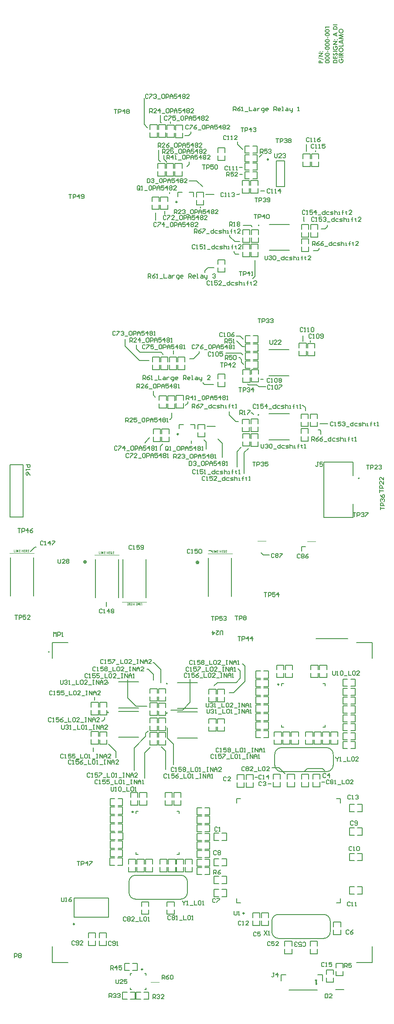
<source format=gto>
G04*
G04 #@! TF.GenerationSoftware,Altium Limited,Altium Designer,20.0.12 (288)*
G04*
G04 Layer_Color=65535*
%FSLAX25Y25*%
%MOIN*%
G70*
G01*
G75*
%ADD10C,0.00984*%
%ADD11C,0.00787*%
%ADD12C,0.00500*%
%ADD13C,0.00600*%
%ADD14C,0.00394*%
%ADD15C,0.00472*%
%ADD16C,0.01000*%
%ADD17C,0.00591*%
%ADD18C,0.00591*%
G36*
X77692Y341676D02*
X77336D01*
Y342490D01*
X76715D01*
Y341676D01*
X76357D01*
Y343531D01*
X76715D01*
Y342832D01*
X77336D01*
Y343531D01*
X77692D01*
Y341676D01*
D02*
G37*
G36*
X73872D02*
X73528D01*
X72739Y342893D01*
Y341676D01*
X72385D01*
Y343531D01*
X72725D01*
X73518Y342310D01*
Y343531D01*
X73872D01*
Y341676D01*
D02*
G37*
G36*
X81968Y343186D02*
X81307D01*
Y342851D01*
X81968D01*
Y342512D01*
X81307D01*
Y342023D01*
X81968D01*
Y341676D01*
X80956D01*
Y343531D01*
X81968D01*
Y343186D01*
D02*
G37*
G36*
X79905Y343530D02*
X79930D01*
X79959Y343528D01*
X79991Y343527D01*
X80024Y343524D01*
X80060Y343521D01*
X80097Y343518D01*
X80169Y343508D01*
X80204Y343502D01*
X80236Y343495D01*
X80266Y343486D01*
X80292Y343476D01*
X80294D01*
X80298Y343473D01*
X80305Y343470D01*
X80314Y343466D01*
X80326Y343460D01*
X80337Y343451D01*
X80352Y343443D01*
X80368Y343432D01*
X80384Y343421D01*
X80401Y343408D01*
X80418Y343392D01*
X80436Y343376D01*
X80453Y343357D01*
X80471Y343338D01*
X80487Y343316D01*
X80502Y343293D01*
X80504Y343292D01*
X80505Y343287D01*
X80510Y343280D01*
X80516Y343270D01*
X80521Y343258D01*
X80527Y343244D01*
X80534Y343226D01*
X80543Y343208D01*
X80550Y343186D01*
X80558Y343164D01*
X80563Y343138D01*
X80569Y343112D01*
X80575Y343084D01*
X80579Y343054D01*
X80581Y343023D01*
X80582Y342991D01*
Y342990D01*
Y342983D01*
Y342974D01*
X80581Y342961D01*
X80579Y342945D01*
X80578Y342928D01*
X80575Y342907D01*
X80571Y342884D01*
X80560Y342836D01*
X80553Y342812D01*
X80545Y342786D01*
X80534Y342759D01*
X80523Y342735D01*
X80510Y342709D01*
X80494Y342686D01*
X80492Y342684D01*
X80489Y342680D01*
X80485Y342674D01*
X80478Y342665D01*
X80468Y342655D01*
X80456Y342643D01*
X80443Y342631D01*
X80427Y342617D01*
X80410Y342601D01*
X80391Y342587D01*
X80369Y342571D01*
X80346Y342557D01*
X80320Y342541D01*
X80292Y342526D01*
X80262Y342513D01*
X80230Y342500D01*
X80669Y341676D01*
X80284D01*
X79865Y342462D01*
X79834D01*
Y341676D01*
X79482D01*
Y343531D01*
X79883D01*
X79905Y343530D01*
D02*
G37*
G36*
X79128Y343186D02*
X78467D01*
Y342851D01*
X79128D01*
Y342512D01*
X78467D01*
Y342023D01*
X79128D01*
Y341676D01*
X78116D01*
Y343531D01*
X79128D01*
Y343186D01*
D02*
G37*
G36*
X75307D02*
X74646D01*
Y342851D01*
X75307D01*
Y342512D01*
X74646D01*
Y342023D01*
X75307D01*
Y341676D01*
X74295D01*
Y343531D01*
X75307D01*
Y343186D01*
D02*
G37*
G36*
X71988Y341676D02*
X71637D01*
Y343531D01*
X71988D01*
Y341676D01*
D02*
G37*
G36*
X70879Y342013D02*
X71394D01*
Y341676D01*
X70525D01*
Y343531D01*
X70879D01*
Y342013D01*
D02*
G37*
G36*
X164192Y342676D02*
X163836D01*
Y343490D01*
X163215D01*
Y342676D01*
X162857D01*
Y344531D01*
X163215D01*
Y343832D01*
X163836D01*
Y344531D01*
X164192D01*
Y342676D01*
D02*
G37*
G36*
X160372D02*
X160028D01*
X159239Y343893D01*
Y342676D01*
X158885D01*
Y344531D01*
X159225D01*
X160018Y343310D01*
Y344531D01*
X160372D01*
Y342676D01*
D02*
G37*
G36*
X168468Y344186D02*
X167807D01*
Y343851D01*
X168468D01*
Y343512D01*
X167807D01*
Y343023D01*
X168468D01*
Y342676D01*
X167456D01*
Y344531D01*
X168468D01*
Y344186D01*
D02*
G37*
G36*
X166405Y344530D02*
X166430D01*
X166459Y344528D01*
X166491Y344527D01*
X166524Y344524D01*
X166560Y344521D01*
X166596Y344518D01*
X166669Y344508D01*
X166704Y344502D01*
X166736Y344495D01*
X166766Y344486D01*
X166792Y344476D01*
X166794D01*
X166798Y344473D01*
X166805Y344470D01*
X166814Y344466D01*
X166826Y344460D01*
X166837Y344451D01*
X166852Y344443D01*
X166868Y344432D01*
X166884Y344421D01*
X166901Y344408D01*
X166918Y344392D01*
X166936Y344376D01*
X166953Y344357D01*
X166971Y344338D01*
X166987Y344316D01*
X167002Y344293D01*
X167004Y344292D01*
X167005Y344287D01*
X167010Y344280D01*
X167016Y344270D01*
X167021Y344258D01*
X167027Y344244D01*
X167034Y344226D01*
X167043Y344208D01*
X167050Y344186D01*
X167058Y344164D01*
X167063Y344138D01*
X167069Y344112D01*
X167075Y344084D01*
X167079Y344054D01*
X167081Y344023D01*
X167082Y343991D01*
Y343990D01*
Y343983D01*
Y343974D01*
X167081Y343961D01*
X167079Y343945D01*
X167078Y343928D01*
X167075Y343907D01*
X167071Y343884D01*
X167060Y343836D01*
X167053Y343812D01*
X167045Y343786D01*
X167034Y343759D01*
X167023Y343735D01*
X167010Y343709D01*
X166994Y343686D01*
X166992Y343684D01*
X166990Y343680D01*
X166985Y343674D01*
X166978Y343665D01*
X166968Y343655D01*
X166956Y343643D01*
X166943Y343631D01*
X166927Y343617D01*
X166910Y343601D01*
X166891Y343587D01*
X166869Y343571D01*
X166846Y343556D01*
X166820Y343541D01*
X166792Y343526D01*
X166762Y343513D01*
X166730Y343500D01*
X167169Y342676D01*
X166784D01*
X166365Y343462D01*
X166334D01*
Y342676D01*
X165982D01*
Y344531D01*
X166383D01*
X166405Y344530D01*
D02*
G37*
G36*
X165628Y344186D02*
X164967D01*
Y343851D01*
X165628D01*
Y343512D01*
X164967D01*
Y343023D01*
X165628D01*
Y342676D01*
X164616D01*
Y344531D01*
X165628D01*
Y344186D01*
D02*
G37*
G36*
X161807D02*
X161146D01*
Y343851D01*
X161807D01*
Y343512D01*
X161146D01*
Y343023D01*
X161807D01*
Y342676D01*
X160795D01*
Y344531D01*
X161807D01*
Y344186D01*
D02*
G37*
G36*
X158488Y342676D02*
X158137D01*
Y344531D01*
X158488D01*
Y342676D01*
D02*
G37*
G36*
X157379Y343013D02*
X157894D01*
Y342676D01*
X157025D01*
Y344531D01*
X157379D01*
Y343013D01*
D02*
G37*
G36*
X12692Y343086D02*
X12336D01*
Y343899D01*
X11715D01*
Y343086D01*
X11357D01*
Y344940D01*
X11715D01*
Y344241D01*
X12336D01*
Y344940D01*
X12692D01*
Y343086D01*
D02*
G37*
G36*
X8872D02*
X8528D01*
X7739Y344302D01*
Y343086D01*
X7385D01*
Y344940D01*
X7725D01*
X8518Y343720D01*
Y344940D01*
X8872D01*
Y343086D01*
D02*
G37*
G36*
X16969Y344595D02*
X16307D01*
Y344260D01*
X16969D01*
Y343921D01*
X16307D01*
Y343432D01*
X16969D01*
Y343086D01*
X15956D01*
Y344940D01*
X16969D01*
Y344595D01*
D02*
G37*
G36*
X14905Y344939D02*
X14930D01*
X14959Y344937D01*
X14991Y344936D01*
X15024Y344933D01*
X15060Y344930D01*
X15097Y344927D01*
X15169Y344917D01*
X15204Y344911D01*
X15236Y344904D01*
X15266Y344895D01*
X15292Y344885D01*
X15294D01*
X15298Y344882D01*
X15305Y344880D01*
X15314Y344875D01*
X15326Y344869D01*
X15337Y344861D01*
X15352Y344852D01*
X15368Y344842D01*
X15384Y344830D01*
X15401Y344817D01*
X15418Y344801D01*
X15436Y344785D01*
X15453Y344766D01*
X15471Y344747D01*
X15487Y344726D01*
X15503Y344703D01*
X15504Y344701D01*
X15505Y344697D01*
X15510Y344689D01*
X15516Y344679D01*
X15521Y344668D01*
X15527Y344653D01*
X15534Y344636D01*
X15543Y344617D01*
X15550Y344595D01*
X15558Y344573D01*
X15563Y344547D01*
X15569Y344521D01*
X15575Y344494D01*
X15579Y344463D01*
X15581Y344433D01*
X15582Y344401D01*
Y344399D01*
Y344392D01*
Y344384D01*
X15581Y344371D01*
X15579Y344355D01*
X15578Y344337D01*
X15575Y344317D01*
X15571Y344294D01*
X15561Y344246D01*
X15553Y344221D01*
X15545Y344195D01*
X15534Y344169D01*
X15523Y344144D01*
X15510Y344118D01*
X15494Y344095D01*
X15492Y344094D01*
X15489Y344089D01*
X15485Y344083D01*
X15478Y344075D01*
X15468Y344065D01*
X15456Y344053D01*
X15443Y344040D01*
X15427Y344027D01*
X15410Y344011D01*
X15391Y343996D01*
X15369Y343981D01*
X15346Y343966D01*
X15320Y343950D01*
X15292Y343935D01*
X15262Y343922D01*
X15230Y343909D01*
X15669Y343086D01*
X15284D01*
X14864Y343872D01*
X14834D01*
Y343086D01*
X14482D01*
Y344940D01*
X14883D01*
X14905Y344939D01*
D02*
G37*
G36*
X14128Y344595D02*
X13467D01*
Y344260D01*
X14128D01*
Y343921D01*
X13467D01*
Y343432D01*
X14128D01*
Y343086D01*
X13116D01*
Y344940D01*
X14128D01*
Y344595D01*
D02*
G37*
G36*
X10307D02*
X9646D01*
Y344260D01*
X10307D01*
Y343921D01*
X9646D01*
Y343432D01*
X10307D01*
Y343086D01*
X9295D01*
Y344940D01*
X10307D01*
Y344595D01*
D02*
G37*
G36*
X6988Y343086D02*
X6637D01*
Y344940D01*
X6988D01*
Y343086D01*
D02*
G37*
G36*
X5879Y343422D02*
X6394D01*
Y343086D01*
X5525D01*
Y344940D01*
X5879D01*
Y343422D01*
D02*
G37*
G36*
X94478Y302420D02*
X94076D01*
X94055Y302422D01*
X94030D01*
X94001Y302423D01*
X93969Y302425D01*
X93936Y302428D01*
X93899Y302430D01*
X93863Y302433D01*
X93791Y302443D01*
X93756Y302449D01*
X93724Y302456D01*
X93693Y302465D01*
X93667Y302475D01*
X93666D01*
X93661Y302478D01*
X93654Y302481D01*
X93646Y302485D01*
X93634Y302491D01*
X93622Y302500D01*
X93608Y302509D01*
X93592Y302519D01*
X93576Y302530D01*
X93559Y302543D01*
X93541Y302559D01*
X93524Y302575D01*
X93506Y302594D01*
X93489Y302613D01*
X93473Y302635D01*
X93457Y302658D01*
X93456Y302660D01*
X93454Y302664D01*
X93450Y302671D01*
X93444Y302681D01*
X93438Y302693D01*
X93432Y302707D01*
X93425Y302725D01*
X93417Y302744D01*
X93409Y302765D01*
X93402Y302787D01*
X93396Y302813D01*
X93390Y302839D01*
X93385Y302867D01*
X93380Y302897D01*
X93379Y302928D01*
X93377Y302960D01*
Y302961D01*
Y302968D01*
Y302977D01*
X93379Y302990D01*
X93380Y303006D01*
X93382Y303023D01*
X93385Y303044D01*
X93389Y303067D01*
X93399Y303115D01*
X93406Y303139D01*
X93415Y303166D01*
X93425Y303192D01*
X93437Y303216D01*
X93450Y303242D01*
X93466Y303266D01*
X93467Y303267D01*
X93470Y303271D01*
X93475Y303277D01*
X93482Y303286D01*
X93492Y303296D01*
X93503Y303308D01*
X93516Y303321D01*
X93533Y303334D01*
X93550Y303350D01*
X93569Y303364D01*
X93590Y303380D01*
X93614Y303395D01*
X93640Y303411D01*
X93667Y303425D01*
X93698Y303438D01*
X93730Y303451D01*
X93290Y304275D01*
X93676D01*
X94095Y303489D01*
X94125D01*
Y304275D01*
X94478D01*
Y302420D01*
D02*
G37*
G36*
X97603D02*
X97245D01*
Y303119D01*
X96624D01*
Y302420D01*
X96267D01*
Y304275D01*
X96624D01*
Y303461D01*
X97245D01*
Y304275D01*
X97603D01*
Y302420D01*
D02*
G37*
G36*
X101574D02*
X101235D01*
X100442Y303641D01*
Y302420D01*
X100088D01*
Y304275D01*
X100432D01*
X101220Y303058D01*
Y304275D01*
X101574D01*
Y302420D01*
D02*
G37*
G36*
X103435D02*
X103081D01*
Y303938D01*
X102566D01*
Y304275D01*
X103435D01*
Y302420D01*
D02*
G37*
G36*
X102322D02*
X101971D01*
Y304275D01*
X102322D01*
Y302420D01*
D02*
G37*
G36*
X99664D02*
X98652D01*
Y302765D01*
X99314D01*
Y303100D01*
X98652D01*
Y303440D01*
X99314D01*
Y303928D01*
X98652D01*
Y304275D01*
X99664D01*
Y302420D01*
D02*
G37*
G36*
X95844D02*
X94832D01*
Y302765D01*
X95493D01*
Y303100D01*
X94832D01*
Y303440D01*
X95493D01*
Y303928D01*
X94832D01*
Y304275D01*
X95844D01*
Y302420D01*
D02*
G37*
G36*
X93003D02*
X91991D01*
Y302765D01*
X92652D01*
Y303100D01*
X91991D01*
Y303440D01*
X92652D01*
Y303928D01*
X91991D01*
Y304275D01*
X93003D01*
Y302420D01*
D02*
G37*
G36*
X252896Y745922D02*
X249353D01*
Y746592D01*
X252896D01*
Y745922D01*
D02*
G37*
G36*
X251245Y745324D02*
X251281D01*
X251322Y745318D01*
X251372Y745316D01*
X251422Y745310D01*
X251480Y745302D01*
X251538Y745293D01*
X251666Y745268D01*
X251732Y745252D01*
X251799Y745235D01*
X251862Y745213D01*
X251929Y745188D01*
X251932Y745185D01*
X251943Y745183D01*
X251962Y745174D01*
X251984Y745163D01*
X252015Y745149D01*
X252048Y745133D01*
X252087Y745113D01*
X252128Y745091D01*
X252173Y745063D01*
X252217Y745036D01*
X252311Y744972D01*
X252408Y744897D01*
X252497Y744811D01*
X252499Y744809D01*
X252508Y744800D01*
X252519Y744786D01*
X252533Y744770D01*
X252552Y744748D01*
X252574Y744720D01*
X252596Y744692D01*
X252621Y744656D01*
X252646Y744620D01*
X252674Y744581D01*
X252724Y744493D01*
X252771Y744396D01*
X252793Y744346D01*
X252810Y744293D01*
Y744291D01*
X252812Y744279D01*
X252818Y744263D01*
X252823Y744241D01*
X252829Y744207D01*
X252837Y744169D01*
X252846Y744124D01*
X252851Y744069D01*
X252859Y744005D01*
X252868Y743936D01*
X252876Y743856D01*
X252882Y743770D01*
X252887Y743673D01*
X252893Y743568D01*
X252896Y743451D01*
Y742518D01*
X249353D01*
Y743390D01*
X249356Y743415D01*
Y743443D01*
X249358Y743473D01*
Y743507D01*
X249364Y743579D01*
X249369Y743662D01*
X249378Y743748D01*
X249386Y743842D01*
X249400Y743936D01*
X249416Y744030D01*
X249433Y744124D01*
X249458Y744218D01*
X249483Y744304D01*
X249513Y744387D01*
X249547Y744462D01*
X249549Y744468D01*
X249555Y744479D01*
X249566Y744498D01*
X249583Y744526D01*
X249605Y744557D01*
X249630Y744595D01*
X249660Y744637D01*
X249696Y744681D01*
X249738Y744728D01*
X249782Y744778D01*
X249835Y744831D01*
X249890Y744883D01*
X249951Y744936D01*
X250020Y744986D01*
X250092Y745036D01*
X250170Y745083D01*
X250175Y745085D01*
X250189Y745094D01*
X250214Y745105D01*
X250245Y745122D01*
X250286Y745138D01*
X250336Y745160D01*
X250392Y745183D01*
X250455Y745205D01*
X250527Y745227D01*
X250605Y745249D01*
X250688Y745271D01*
X250774Y745288D01*
X250868Y745304D01*
X250968Y745316D01*
X251070Y745324D01*
X251175Y745327D01*
X251181D01*
X251195D01*
X251214D01*
X251245Y745324D01*
D02*
G37*
G36*
X255618Y743429D02*
X255640D01*
X255665Y743426D01*
X255696Y743424D01*
X255726Y743421D01*
X255762Y743415D01*
X255839Y743404D01*
X255925Y743388D01*
X256020Y743365D01*
X256122Y743338D01*
X256227Y743302D01*
X256335Y743257D01*
X256446Y743208D01*
X256557Y743147D01*
X256668Y743075D01*
X256720Y743033D01*
X256776Y742991D01*
X256828Y742947D01*
X256878Y742897D01*
X256881Y742895D01*
X256884Y742892D01*
X256892Y742883D01*
X256900Y742872D01*
X256914Y742859D01*
X256928Y742842D01*
X256945Y742823D01*
X256961Y742803D01*
X257003Y742750D01*
X257047Y742687D01*
X257094Y742618D01*
X257144Y742534D01*
X257194Y742446D01*
X257244Y742346D01*
X257288Y742238D01*
X257330Y742124D01*
X257363Y742002D01*
X257391Y741875D01*
X257407Y741742D01*
X257410Y741673D01*
X257413Y741601D01*
Y741565D01*
X257410Y741545D01*
Y741523D01*
X257407Y741498D01*
X257405Y741468D01*
X257402Y741435D01*
X257396Y741399D01*
X257382Y741321D01*
X257366Y741232D01*
X257344Y741136D01*
X257316Y741033D01*
X257277Y740928D01*
X257233Y740817D01*
X257180Y740703D01*
X257117Y740593D01*
X257081Y740537D01*
X257045Y740482D01*
X257003Y740429D01*
X256959Y740377D01*
X256911Y740324D01*
X256862Y740274D01*
X256859Y740271D01*
X256856Y740269D01*
X256848Y740260D01*
X256837Y740252D01*
X256823Y740241D01*
X256806Y740224D01*
X256787Y740210D01*
X256765Y740191D01*
X256709Y740152D01*
X256648Y740108D01*
X256574Y740061D01*
X256490Y740011D01*
X256399Y739961D01*
X256299Y739914D01*
X256191Y739870D01*
X256078Y739831D01*
X255956Y739798D01*
X255828Y739770D01*
X255693Y739753D01*
X255624Y739750D01*
X255554Y739748D01*
X255551D01*
X255549D01*
X255540D01*
X255532D01*
X255504Y739750D01*
X255468D01*
X255424Y739756D01*
X255371Y739762D01*
X255310Y739767D01*
X255247Y739778D01*
X255175Y739792D01*
X255103Y739809D01*
X255025Y739828D01*
X254945Y739850D01*
X254862Y739878D01*
X254781Y739911D01*
X254698Y739950D01*
X254618Y739992D01*
X254612Y739994D01*
X254598Y740003D01*
X254576Y740016D01*
X254546Y740036D01*
X254513Y740061D01*
X254468Y740091D01*
X254424Y740127D01*
X254374Y740169D01*
X254322Y740213D01*
X254266Y740266D01*
X254208Y740321D01*
X254153Y740382D01*
X254097Y740446D01*
X254042Y740515D01*
X253992Y740590D01*
X253942Y740667D01*
X253939Y740673D01*
X253931Y740687D01*
X253920Y740712D01*
X253903Y740742D01*
X253884Y740784D01*
X253862Y740831D01*
X253840Y740883D01*
X253817Y740944D01*
X253795Y741011D01*
X253770Y741083D01*
X253751Y741160D01*
X253731Y741241D01*
X253715Y741327D01*
X253704Y741412D01*
X253696Y741504D01*
X253693Y741595D01*
Y741629D01*
X253696Y741648D01*
Y741667D01*
X253698Y741692D01*
X253701Y741723D01*
X253704Y741753D01*
X253709Y741786D01*
X253720Y741861D01*
X253737Y741947D01*
X253762Y742039D01*
X253790Y742138D01*
X253826Y742243D01*
X253870Y742349D01*
X253923Y742460D01*
X253986Y742570D01*
X254020Y742623D01*
X254058Y742678D01*
X254100Y742731D01*
X254141Y742786D01*
X254189Y742839D01*
X254239Y742889D01*
X254241Y742892D01*
X254244Y742895D01*
X254252Y742903D01*
X254263Y742911D01*
X254277Y742925D01*
X254294Y742939D01*
X254313Y742955D01*
X254335Y742975D01*
X254388Y743014D01*
X254452Y743061D01*
X254524Y743111D01*
X254607Y743160D01*
X254701Y743210D01*
X254801Y743260D01*
X254909Y743307D01*
X255028Y743346D01*
X255153Y743382D01*
X255283Y743410D01*
X255352Y743418D01*
X255421Y743426D01*
X255493Y743429D01*
X255565Y743432D01*
X255568D01*
X255574D01*
X255585D01*
X255598D01*
X255618Y743429D01*
D02*
G37*
G36*
X252896Y739911D02*
X252164Y739634D01*
Y738188D01*
X252896Y737900D01*
Y737199D01*
X249353Y738565D01*
Y739252D01*
X252896Y740612D01*
Y739911D01*
D02*
G37*
G36*
X257324Y738728D02*
X255089Y738349D01*
X257324Y737596D01*
Y737003D01*
X255089Y736258D01*
X257324Y735870D01*
Y735213D01*
X253781Y735825D01*
Y736479D01*
X256255Y737302D01*
X253781Y738133D01*
Y738784D01*
X257324Y739382D01*
Y738728D01*
D02*
G37*
G36*
X252610Y735391D02*
X252641Y735388D01*
X252677Y735380D01*
X252721Y735366D01*
X252765Y735346D01*
X252810Y735319D01*
X252854Y735283D01*
X252859Y735277D01*
X252871Y735263D01*
X252887Y735238D01*
X252907Y735208D01*
X252929Y735169D01*
X252945Y735122D01*
X252957Y735072D01*
X252962Y735014D01*
Y735000D01*
X252959Y734989D01*
X252957Y734958D01*
X252948Y734922D01*
X252934Y734878D01*
X252918Y734834D01*
X252890Y734790D01*
X252854Y734745D01*
X252849Y734740D01*
X252835Y734728D01*
X252810Y734712D01*
X252779Y734692D01*
X252740Y734670D01*
X252693Y734654D01*
X252643Y734643D01*
X252585Y734637D01*
X252583D01*
X252577D01*
X252572D01*
X252560Y734640D01*
X252530Y734643D01*
X252494Y734651D01*
X252452Y734665D01*
X252408Y734681D01*
X252364Y734709D01*
X252319Y734745D01*
X252314Y734751D01*
X252303Y734764D01*
X252283Y734790D01*
X252264Y734820D01*
X252245Y734859D01*
X252225Y734906D01*
X252214Y734956D01*
X252209Y735014D01*
Y735031D01*
X252211Y735042D01*
X252214Y735069D01*
X252222Y735108D01*
X252236Y735150D01*
X252256Y735194D01*
X252283Y735238D01*
X252319Y735283D01*
X252325Y735288D01*
X252339Y735299D01*
X252364Y735319D01*
X252394Y735338D01*
X252433Y735357D01*
X252477Y735377D01*
X252530Y735388D01*
X252585Y735393D01*
X252588D01*
X252591D01*
X252599D01*
X252610Y735391D01*
D02*
G37*
G36*
X250613D02*
X250643Y735388D01*
X250680Y735380D01*
X250721Y735366D01*
X250765Y735346D01*
X250810Y735319D01*
X250854Y735283D01*
X250860Y735277D01*
X250871Y735263D01*
X250887Y735238D01*
X250907Y735208D01*
X250929Y735169D01*
X250945Y735122D01*
X250957Y735072D01*
X250962Y735014D01*
Y735000D01*
X250959Y734989D01*
X250957Y734958D01*
X250948Y734922D01*
X250934Y734878D01*
X250918Y734834D01*
X250890Y734790D01*
X250854Y734745D01*
X250849Y734740D01*
X250835Y734728D01*
X250810Y734712D01*
X250779Y734692D01*
X250741Y734670D01*
X250696Y734654D01*
X250643Y734643D01*
X250588Y734637D01*
X250585D01*
X250580D01*
X250571D01*
X250560Y734640D01*
X250533Y734643D01*
X250494Y734651D01*
X250452Y734665D01*
X250408Y734681D01*
X250364Y734709D01*
X250320Y734745D01*
X250314Y734751D01*
X250303Y734764D01*
X250283Y734790D01*
X250264Y734820D01*
X250245Y734859D01*
X250225Y734906D01*
X250214Y734956D01*
X250209Y735014D01*
Y735031D01*
X250211Y735042D01*
X250214Y735069D01*
X250222Y735108D01*
X250236Y735150D01*
X250256Y735194D01*
X250283Y735238D01*
X250320Y735283D01*
X250325Y735288D01*
X250339Y735299D01*
X250364Y735319D01*
X250394Y735338D01*
X250433Y735357D01*
X250480Y735377D01*
X250530Y735388D01*
X250588Y735393D01*
X250591D01*
X250594D01*
X250602D01*
X250613Y735391D01*
D02*
G37*
G36*
X257324Y734258D02*
X256593Y733981D01*
Y732535D01*
X257324Y732247D01*
Y731546D01*
X253781Y732911D01*
Y733598D01*
X257324Y734958D01*
Y734258D01*
D02*
G37*
G36*
X252896Y733266D02*
X250571Y731759D01*
X252896D01*
Y731083D01*
X249353D01*
Y731731D01*
X251685Y733247D01*
X249353D01*
Y733922D01*
X252896D01*
Y733266D01*
D02*
G37*
G36*
X257324Y729662D02*
X253781D01*
Y730338D01*
X256682D01*
Y731321D01*
X257324D01*
Y729662D01*
D02*
G37*
G36*
X251292Y730460D02*
X251328D01*
X251369Y730454D01*
X251416Y730449D01*
X251472Y730443D01*
X251533Y730432D01*
X251599Y730421D01*
X251668Y730405D01*
X251741Y730385D01*
X251815Y730360D01*
X251893Y730333D01*
X251973Y730302D01*
X252053Y730263D01*
X252131Y730222D01*
X252137Y730219D01*
X252150Y730211D01*
X252170Y730197D01*
X252200Y730177D01*
X252234Y730155D01*
X252275Y730125D01*
X252319Y730091D01*
X252366Y730053D01*
X252416Y730011D01*
X252469Y729964D01*
X252522Y729912D01*
X252574Y729856D01*
X252624Y729798D01*
X252674Y729734D01*
X252721Y729665D01*
X252765Y729596D01*
X252768Y729590D01*
X252774Y729579D01*
X252785Y729557D01*
X252799Y729529D01*
X252815Y729490D01*
X252835Y729449D01*
X252854Y729396D01*
X252873Y729341D01*
X252896Y729277D01*
X252915Y729208D01*
X252934Y729136D01*
X252951Y729056D01*
X252965Y728972D01*
X252976Y728884D01*
X252981Y728792D01*
X252984Y728698D01*
Y728673D01*
X252981Y728646D01*
Y728604D01*
X252976Y728557D01*
X252970Y728502D01*
X252965Y728438D01*
X252954Y728369D01*
X252943Y728294D01*
X252926Y728216D01*
X252907Y728133D01*
X252885Y728050D01*
X252857Y727964D01*
X252823Y727878D01*
X252787Y727795D01*
X252746Y727712D01*
X252743Y727707D01*
X252735Y727693D01*
X252721Y727671D01*
X252702Y727640D01*
X252677Y727604D01*
X252646Y727563D01*
X252613Y727515D01*
X252572Y727466D01*
X252524Y727410D01*
X252474Y727355D01*
X252419Y727299D01*
X252358Y727241D01*
X252292Y727186D01*
X252220Y727130D01*
X252145Y727078D01*
X252065Y727028D01*
X252059Y727025D01*
X252045Y727017D01*
X252020Y727006D01*
X251987Y726989D01*
X251945Y726970D01*
X251898Y726950D01*
X251840Y726925D01*
X251779Y726903D01*
X251710Y726881D01*
X251635Y726859D01*
X251558Y726837D01*
X251472Y726817D01*
X251386Y726801D01*
X251294Y726790D01*
X251203Y726781D01*
X251106Y726779D01*
X251103D01*
X251098D01*
X251090D01*
X251076D01*
X251059Y726781D01*
X251037D01*
X251015Y726784D01*
X250987Y726787D01*
X250959Y726790D01*
X250929Y726792D01*
X250857Y726803D01*
X250777Y726817D01*
X250691Y726837D01*
X250596Y726862D01*
X250500Y726892D01*
X250400Y726928D01*
X250294Y726972D01*
X250189Y727028D01*
X250087Y727089D01*
X249984Y727161D01*
X249885Y727241D01*
X249882Y727244D01*
X249876Y727247D01*
X249868Y727255D01*
X249857Y727266D01*
X249843Y727280D01*
X249826Y727299D01*
X249810Y727319D01*
X249788Y727341D01*
X249765Y727369D01*
X249741Y727396D01*
X249716Y727430D01*
X249688Y727463D01*
X249633Y727540D01*
X249574Y727629D01*
X249516Y727726D01*
X249461Y727837D01*
X249408Y727953D01*
X249361Y728081D01*
X249322Y728219D01*
X249292Y728363D01*
X249281Y728441D01*
X249270Y728518D01*
X249267Y728596D01*
X249264Y728679D01*
Y728723D01*
X249267Y728756D01*
X249270Y728798D01*
X249272Y728848D01*
X249278Y728900D01*
X249286Y728961D01*
X249294Y729025D01*
X249306Y729094D01*
X249320Y729164D01*
X249336Y729238D01*
X249356Y729313D01*
X249380Y729391D01*
X249405Y729468D01*
X249436Y729543D01*
X249439Y729546D01*
X249441Y729560D01*
X249452Y729576D01*
X249464Y729601D01*
X249480Y729632D01*
X249500Y729668D01*
X249524Y729709D01*
X249552Y729754D01*
X249583Y729804D01*
X249621Y729856D01*
X249660Y729912D01*
X249705Y729967D01*
X249754Y730025D01*
X249810Y730086D01*
X249868Y730147D01*
X249932Y730208D01*
X250403Y729734D01*
X250400D01*
X250397Y729729D01*
X250383Y729715D01*
X250358Y729690D01*
X250328Y729654D01*
X250292Y729612D01*
X250250Y729560D01*
X250209Y729501D01*
X250162Y729432D01*
X250117Y729360D01*
X250076Y729280D01*
X250034Y729191D01*
X249998Y729100D01*
X249968Y729003D01*
X249943Y728900D01*
X249929Y728792D01*
X249923Y728737D01*
Y728659D01*
X249926Y728632D01*
X249929Y728596D01*
X249934Y728549D01*
X249943Y728499D01*
X249954Y728441D01*
X249968Y728377D01*
X249984Y728308D01*
X250009Y728238D01*
X250037Y728166D01*
X250070Y728092D01*
X250112Y728017D01*
X250156Y727945D01*
X250211Y727876D01*
X250272Y727806D01*
X250275Y727804D01*
X250289Y727792D01*
X250308Y727773D01*
X250333Y727751D01*
X250366Y727726D01*
X250408Y727696D01*
X250455Y727662D01*
X250508Y727632D01*
X250566Y727598D01*
X250630Y727565D01*
X250699Y727535D01*
X250774Y727510D01*
X250851Y727488D01*
X250937Y727468D01*
X251023Y727457D01*
X251114Y727455D01*
X251117D01*
X251120D01*
X251137D01*
X251164Y727457D01*
X251200Y727460D01*
X251245Y727466D01*
X251294Y727474D01*
X251353Y727485D01*
X251416Y727502D01*
X251483Y727521D01*
X251552Y727543D01*
X251624Y727574D01*
X251696Y727610D01*
X251771Y727651D01*
X251843Y727698D01*
X251915Y727756D01*
X251984Y727820D01*
X251987Y727826D01*
X251998Y727837D01*
X252017Y727856D01*
X252040Y727887D01*
X252067Y727923D01*
X252095Y727964D01*
X252128Y728014D01*
X252162Y728069D01*
X252195Y728133D01*
X252225Y728202D01*
X252256Y728274D01*
X252283Y728355D01*
X252306Y728441D01*
X252322Y728529D01*
X252336Y728623D01*
X252339Y728723D01*
Y728756D01*
X252336Y728781D01*
X252333Y728812D01*
X252330Y728845D01*
X252328Y728887D01*
X252319Y728928D01*
X252314Y728972D01*
X252303Y729019D01*
X252278Y729119D01*
X252261Y729169D01*
X252239Y729219D01*
X252217Y729266D01*
X252192Y729313D01*
X252189Y729316D01*
X252184Y729324D01*
X252175Y729335D01*
X252164Y729352D01*
X252148Y729374D01*
X252128Y729396D01*
X252106Y729424D01*
X252078Y729452D01*
X252048Y729482D01*
X252015Y729513D01*
X251979Y729546D01*
X251937Y729579D01*
X251890Y729610D01*
X251843Y729643D01*
X251788Y729673D01*
X251732Y729701D01*
Y728676D01*
X251098D01*
Y730457D01*
X251247Y730463D01*
X251253D01*
X251267D01*
X251292Y730460D01*
D02*
G37*
G36*
X252896Y725510D02*
X249353D01*
Y726180D01*
X252896D01*
Y725510D01*
D02*
G37*
G36*
X255618Y729025D02*
X255640D01*
X255665Y729022D01*
X255696Y729019D01*
X255726Y729017D01*
X255762Y729011D01*
X255839Y729000D01*
X255925Y728983D01*
X256020Y728961D01*
X256122Y728934D01*
X256227Y728898D01*
X256335Y728853D01*
X256446Y728803D01*
X256557Y728743D01*
X256668Y728671D01*
X256720Y728629D01*
X256776Y728587D01*
X256828Y728543D01*
X256878Y728493D01*
X256881Y728490D01*
X256884Y728488D01*
X256892Y728479D01*
X256900Y728468D01*
X256914Y728454D01*
X256928Y728438D01*
X256945Y728418D01*
X256961Y728399D01*
X257003Y728346D01*
X257047Y728283D01*
X257094Y728214D01*
X257144Y728130D01*
X257194Y728042D01*
X257244Y727942D01*
X257288Y727834D01*
X257330Y727720D01*
X257363Y727598D01*
X257391Y727471D01*
X257407Y727338D01*
X257410Y727269D01*
X257413Y727197D01*
Y727161D01*
X257410Y727142D01*
Y727119D01*
X257407Y727094D01*
X257405Y727064D01*
X257402Y727031D01*
X257396Y726995D01*
X257382Y726917D01*
X257366Y726828D01*
X257344Y726731D01*
X257316Y726629D01*
X257277Y726524D01*
X257233Y726413D01*
X257180Y726299D01*
X257117Y726189D01*
X257081Y726133D01*
X257045Y726078D01*
X257003Y726025D01*
X256959Y725973D01*
X256911Y725920D01*
X256862Y725870D01*
X256859Y725867D01*
X256856Y725865D01*
X256848Y725856D01*
X256837Y725848D01*
X256823Y725837D01*
X256806Y725820D01*
X256787Y725806D01*
X256765Y725787D01*
X256709Y725748D01*
X256648Y725704D01*
X256574Y725657D01*
X256490Y725607D01*
X256399Y725557D01*
X256299Y725510D01*
X256191Y725466D01*
X256078Y725427D01*
X255956Y725394D01*
X255828Y725366D01*
X255693Y725349D01*
X255624Y725347D01*
X255554Y725344D01*
X255551D01*
X255549D01*
X255540D01*
X255532D01*
X255504Y725347D01*
X255468D01*
X255424Y725352D01*
X255371Y725358D01*
X255310Y725363D01*
X255247Y725374D01*
X255175Y725388D01*
X255103Y725405D01*
X255025Y725424D01*
X254945Y725446D01*
X254862Y725474D01*
X254781Y725507D01*
X254698Y725546D01*
X254618Y725588D01*
X254612Y725590D01*
X254598Y725599D01*
X254576Y725612D01*
X254546Y725632D01*
X254513Y725657D01*
X254468Y725687D01*
X254424Y725723D01*
X254374Y725765D01*
X254322Y725809D01*
X254266Y725862D01*
X254208Y725917D01*
X254153Y725978D01*
X254097Y726042D01*
X254042Y726111D01*
X253992Y726186D01*
X253942Y726263D01*
X253939Y726269D01*
X253931Y726283D01*
X253920Y726308D01*
X253903Y726338D01*
X253884Y726380D01*
X253862Y726427D01*
X253840Y726479D01*
X253817Y726540D01*
X253795Y726607D01*
X253770Y726679D01*
X253751Y726756D01*
X253731Y726837D01*
X253715Y726923D01*
X253704Y727008D01*
X253696Y727100D01*
X253693Y727191D01*
Y727225D01*
X253696Y727244D01*
Y727263D01*
X253698Y727288D01*
X253701Y727319D01*
X253704Y727349D01*
X253709Y727383D01*
X253720Y727457D01*
X253737Y727543D01*
X253762Y727635D01*
X253790Y727734D01*
X253826Y727840D01*
X253870Y727945D01*
X253923Y728056D01*
X253986Y728166D01*
X254020Y728219D01*
X254058Y728274D01*
X254100Y728327D01*
X254141Y728382D01*
X254189Y728435D01*
X254239Y728485D01*
X254241Y728488D01*
X254244Y728490D01*
X254252Y728499D01*
X254263Y728507D01*
X254277Y728521D01*
X254294Y728535D01*
X254313Y728551D01*
X254335Y728571D01*
X254388Y728610D01*
X254452Y728657D01*
X254524Y728707D01*
X254607Y728756D01*
X254701Y728806D01*
X254801Y728856D01*
X254909Y728903D01*
X255028Y728942D01*
X255153Y728978D01*
X255283Y729006D01*
X255352Y729014D01*
X255421Y729022D01*
X255493Y729025D01*
X255565Y729028D01*
X255568D01*
X255574D01*
X255585D01*
X255598D01*
X255618Y729025D01*
D02*
G37*
G36*
X257324Y724236D02*
X255823Y723435D01*
Y723377D01*
X257324D01*
Y722704D01*
X253781D01*
Y723471D01*
X253784Y723513D01*
Y723560D01*
X253787Y723615D01*
X253790Y723676D01*
X253795Y723740D01*
X253801Y723809D01*
X253806Y723878D01*
X253826Y724017D01*
X253837Y724083D01*
X253851Y724144D01*
X253867Y724202D01*
X253887Y724252D01*
Y724255D01*
X253892Y724263D01*
X253898Y724277D01*
X253906Y724294D01*
X253917Y724316D01*
X253934Y724338D01*
X253950Y724366D01*
X253970Y724396D01*
X253992Y724427D01*
X254017Y724460D01*
X254047Y724493D01*
X254078Y724527D01*
X254114Y724560D01*
X254150Y724593D01*
X254191Y724624D01*
X254236Y724654D01*
X254239Y724657D01*
X254247Y724660D01*
X254261Y724668D01*
X254280Y724679D01*
X254302Y724690D01*
X254330Y724701D01*
X254363Y724715D01*
X254399Y724732D01*
X254441Y724745D01*
X254482Y724759D01*
X254532Y724770D01*
X254582Y724782D01*
X254635Y724792D01*
X254693Y724801D01*
X254751Y724804D01*
X254812Y724806D01*
X254815D01*
X254829D01*
X254845D01*
X254870Y724804D01*
X254901Y724801D01*
X254934Y724798D01*
X254973Y724792D01*
X255017Y724784D01*
X255108Y724765D01*
X255155Y724751D01*
X255205Y724734D01*
X255255Y724715D01*
X255302Y724693D01*
X255352Y724668D01*
X255396Y724637D01*
X255399Y724635D01*
X255407Y724629D01*
X255418Y724621D01*
X255435Y724607D01*
X255454Y724588D01*
X255477Y724565D01*
X255502Y724541D01*
X255526Y724510D01*
X255557Y724477D01*
X255585Y724441D01*
X255615Y724399D01*
X255643Y724355D01*
X255673Y724305D01*
X255701Y724252D01*
X255726Y724194D01*
X255751Y724133D01*
X257324Y724973D01*
Y724236D01*
D02*
G37*
G36*
X252023Y724912D02*
X252053Y724909D01*
X252092Y724906D01*
X252134Y724898D01*
X252181Y724890D01*
X252234Y724876D01*
X252289Y724862D01*
X252347Y724840D01*
X252408Y724818D01*
X252469Y724787D01*
X252530Y724754D01*
X252588Y724712D01*
X252646Y724665D01*
X252702Y724613D01*
X252704Y724610D01*
X252713Y724599D01*
X252727Y724582D01*
X252746Y724557D01*
X252768Y724527D01*
X252790Y724491D01*
X252815Y724449D01*
X252843Y724402D01*
X252868Y724347D01*
X252896Y724288D01*
X252918Y724222D01*
X252940Y724153D01*
X252959Y724078D01*
X252973Y723997D01*
X252981Y723914D01*
X252984Y723826D01*
Y723790D01*
X252981Y723762D01*
X252979Y723729D01*
X252973Y723690D01*
X252968Y723649D01*
X252962Y723601D01*
X252951Y723552D01*
X252940Y723499D01*
X252926Y723444D01*
X252907Y723388D01*
X252887Y723333D01*
X252862Y723275D01*
X252835Y723219D01*
X252801Y723167D01*
X252799Y723164D01*
X252793Y723155D01*
X252782Y723139D01*
X252765Y723119D01*
X252746Y723095D01*
X252721Y723067D01*
X252693Y723036D01*
X252657Y723003D01*
X252621Y722964D01*
X252577Y722926D01*
X252530Y722887D01*
X252477Y722845D01*
X252419Y722806D01*
X252355Y722765D01*
X252289Y722726D01*
X252217Y722687D01*
X251873Y723252D01*
X251879Y723255D01*
X251893Y723264D01*
X251918Y723277D01*
X251948Y723297D01*
X251981Y723322D01*
X252023Y723352D01*
X252065Y723385D01*
X252109Y723421D01*
X252153Y723463D01*
X252195Y723507D01*
X252236Y723557D01*
X252270Y723610D01*
X252300Y723662D01*
X252325Y723721D01*
X252339Y723781D01*
X252344Y723842D01*
Y723859D01*
X252342Y723870D01*
X252339Y723903D01*
X252330Y723942D01*
X252319Y723989D01*
X252303Y724036D01*
X252278Y724086D01*
X252245Y724133D01*
Y724136D01*
X252239Y724139D01*
X252225Y724153D01*
X252206Y724172D01*
X252178Y724194D01*
X252142Y724214D01*
X252103Y724233D01*
X252059Y724247D01*
X252037Y724252D01*
X252012D01*
X252009D01*
X252006D01*
X251990D01*
X251968Y724247D01*
X251937Y724241D01*
X251898Y724230D01*
X251860Y724214D01*
X251815Y724191D01*
X251771Y724161D01*
X251768D01*
X251765Y724155D01*
X251757Y724150D01*
X251749Y724142D01*
X251735Y724130D01*
X251718Y724117D01*
X251702Y724100D01*
X251679Y724078D01*
X251655Y724053D01*
X251627Y724025D01*
X251596Y723995D01*
X251563Y723959D01*
X251527Y723917D01*
X251488Y723873D01*
X251447Y723823D01*
X251402Y723768D01*
X251400Y723765D01*
X251397Y723762D01*
X251391Y723754D01*
X251380Y723743D01*
X251358Y723712D01*
X251325Y723673D01*
X251286Y723629D01*
X251239Y723576D01*
X251189Y723518D01*
X251134Y723457D01*
X251076Y723394D01*
X251017Y723330D01*
X250957Y723269D01*
X250896Y723208D01*
X250835Y723153D01*
X250779Y723100D01*
X250724Y723056D01*
X250674Y723020D01*
X250671Y723017D01*
X250663Y723011D01*
X250649Y723003D01*
X250630Y722995D01*
X250607Y722981D01*
X250580Y722967D01*
X250547Y722953D01*
X250513Y722937D01*
X250475Y722920D01*
X250436Y722906D01*
X250350Y722879D01*
X250303Y722870D01*
X250256Y722862D01*
X250209Y722856D01*
X250162Y722854D01*
X250156D01*
X250145D01*
X250126Y722856D01*
X250101Y722859D01*
X250067Y722862D01*
X250031Y722867D01*
X249990Y722876D01*
X249945Y722890D01*
X249896Y722903D01*
X249846Y722923D01*
X249793Y722945D01*
X249741Y722973D01*
X249685Y723003D01*
X249633Y723042D01*
X249580Y723083D01*
X249530Y723133D01*
X249527Y723136D01*
X249519Y723147D01*
X249505Y723161D01*
X249488Y723183D01*
X249469Y723211D01*
X249447Y723244D01*
X249422Y723283D01*
X249397Y723324D01*
X249372Y723372D01*
X249347Y723424D01*
X249325Y723482D01*
X249306Y723543D01*
X249289Y723610D01*
X249275Y723679D01*
X249267Y723751D01*
X249264Y723826D01*
Y723851D01*
X249267Y723870D01*
Y723895D01*
X249270Y723923D01*
X249275Y723953D01*
X249281Y723989D01*
X249286Y724025D01*
X249294Y724067D01*
X249317Y724150D01*
X249347Y724241D01*
X249367Y724286D01*
X249389Y724330D01*
Y724333D01*
X249394Y724341D01*
X249403Y724355D01*
X249414Y724371D01*
X249428Y724394D01*
X249444Y724421D01*
X249466Y724452D01*
X249491Y724485D01*
X249519Y724524D01*
X249552Y724563D01*
X249588Y724607D01*
X249627Y724651D01*
X249674Y724698D01*
X249721Y724748D01*
X249777Y724798D01*
X249835Y724851D01*
X250275Y724349D01*
X250270Y724347D01*
X250258Y724338D01*
X250242Y724324D01*
X250217Y724305D01*
X250189Y724280D01*
X250159Y724252D01*
X250126Y724222D01*
X250092Y724186D01*
X250059Y724147D01*
X250026Y724106D01*
X249995Y724061D01*
X249968Y724014D01*
X249943Y723967D01*
X249926Y723917D01*
X249912Y723867D01*
X249909Y723815D01*
Y723793D01*
X249912Y723768D01*
X249918Y723737D01*
X249926Y723704D01*
X249940Y723668D01*
X249957Y723632D01*
X249981Y723599D01*
X249984Y723596D01*
X249995Y723585D01*
X250009Y723574D01*
X250029Y723557D01*
X250054Y723543D01*
X250079Y723529D01*
X250109Y723518D01*
X250142Y723516D01*
X250145D01*
X250156D01*
X250175Y723518D01*
X250198Y723524D01*
X250222Y723529D01*
X250250Y723540D01*
X250281Y723554D01*
X250311Y723574D01*
X250317Y723579D01*
X250322Y723585D01*
X250333Y723593D01*
X250347Y723607D01*
X250364Y723621D01*
X250383Y723643D01*
X250408Y723668D01*
X250436Y723696D01*
X250469Y723732D01*
X250505Y723770D01*
X250547Y723817D01*
X250594Y723870D01*
X250646Y723931D01*
X250702Y723995D01*
X250765Y724070D01*
X250768Y724075D01*
X250779Y724086D01*
X250796Y724106D01*
X250818Y724130D01*
X250843Y724161D01*
X250873Y724197D01*
X250904Y724233D01*
X250937Y724272D01*
X251006Y724352D01*
X251042Y724394D01*
X251073Y724430D01*
X251103Y724463D01*
X251131Y724493D01*
X251153Y724518D01*
X251173Y724538D01*
X251175Y724541D01*
X251181Y724546D01*
X251192Y724557D01*
X251209Y724571D01*
X251225Y724588D01*
X251247Y724607D01*
X251272Y724629D01*
X251300Y724651D01*
X251361Y724698D01*
X251427Y724748D01*
X251497Y724792D01*
X251533Y724812D01*
X251569Y724828D01*
X251571D01*
X251577Y724831D01*
X251588Y724837D01*
X251602Y724842D01*
X251619Y724848D01*
X251641Y724856D01*
X251663Y724864D01*
X251691Y724873D01*
X251751Y724887D01*
X251824Y724901D01*
X251898Y724912D01*
X251981Y724914D01*
X251987D01*
X252001D01*
X252023Y724912D01*
D02*
G37*
G36*
X257324Y721230D02*
X253781D01*
Y721901D01*
X257324D01*
Y721230D01*
D02*
G37*
G36*
X252896Y720430D02*
X249353D01*
Y722363D01*
X250012D01*
Y721100D01*
X250652D01*
Y722363D01*
X251300D01*
Y721100D01*
X252234D01*
Y722363D01*
X252896D01*
Y720430D01*
D02*
G37*
G36*
X255720Y720657D02*
X255756D01*
X255798Y720651D01*
X255845Y720646D01*
X255901Y720640D01*
X255961Y720629D01*
X256028Y720618D01*
X256097Y720602D01*
X256169Y720582D01*
X256244Y720557D01*
X256322Y720530D01*
X256402Y720499D01*
X256482Y720460D01*
X256560Y720419D01*
X256565Y720416D01*
X256579Y720408D01*
X256598Y720394D01*
X256629Y720374D01*
X256662Y720352D01*
X256704Y720322D01*
X256748Y720289D01*
X256795Y720250D01*
X256845Y720208D01*
X256898Y720161D01*
X256950Y720109D01*
X257003Y720053D01*
X257053Y719995D01*
X257103Y719931D01*
X257150Y719862D01*
X257194Y719793D01*
X257197Y719787D01*
X257202Y719776D01*
X257213Y719754D01*
X257227Y719726D01*
X257244Y719687D01*
X257263Y719646D01*
X257283Y719593D01*
X257302Y719538D01*
X257324Y719474D01*
X257344Y719405D01*
X257363Y719333D01*
X257380Y719252D01*
X257394Y719169D01*
X257405Y719081D01*
X257410Y718989D01*
X257413Y718895D01*
Y718870D01*
X257410Y718843D01*
Y718801D01*
X257405Y718754D01*
X257399Y718699D01*
X257394Y718635D01*
X257382Y718566D01*
X257371Y718491D01*
X257355Y718413D01*
X257335Y718330D01*
X257313Y718247D01*
X257285Y718161D01*
X257252Y718075D01*
X257216Y717992D01*
X257175Y717909D01*
X257172Y717904D01*
X257164Y717890D01*
X257150Y717868D01*
X257130Y717837D01*
X257105Y717801D01*
X257075Y717760D01*
X257042Y717712D01*
X257000Y717663D01*
X256953Y717607D01*
X256903Y717552D01*
X256848Y717496D01*
X256787Y717438D01*
X256720Y717383D01*
X256648Y717327D01*
X256574Y717275D01*
X256493Y717225D01*
X256488Y717222D01*
X256474Y717214D01*
X256449Y717203D01*
X256416Y717186D01*
X256374Y717167D01*
X256327Y717147D01*
X256269Y717122D01*
X256208Y717100D01*
X256139Y717078D01*
X256064Y717056D01*
X255986Y717034D01*
X255901Y717014D01*
X255815Y716998D01*
X255723Y716987D01*
X255632Y716978D01*
X255535Y716976D01*
X255532D01*
X255526D01*
X255518D01*
X255504D01*
X255488Y716978D01*
X255466D01*
X255443Y716981D01*
X255416Y716984D01*
X255388Y716987D01*
X255358Y716989D01*
X255286Y717000D01*
X255205Y717014D01*
X255119Y717034D01*
X255025Y717059D01*
X254928Y717089D01*
X254829Y717125D01*
X254723Y717170D01*
X254618Y717225D01*
X254516Y717286D01*
X254413Y717358D01*
X254313Y717438D01*
X254310Y717441D01*
X254305Y717444D01*
X254297Y717452D01*
X254286Y717463D01*
X254272Y717477D01*
X254255Y717496D01*
X254239Y717516D01*
X254216Y717538D01*
X254194Y717566D01*
X254169Y717593D01*
X254144Y717626D01*
X254117Y717660D01*
X254061Y717737D01*
X254003Y717826D01*
X253945Y717923D01*
X253889Y718034D01*
X253837Y718150D01*
X253790Y718278D01*
X253751Y718416D01*
X253720Y718560D01*
X253709Y718638D01*
X253698Y718715D01*
X253696Y718793D01*
X253693Y718876D01*
Y718920D01*
X253696Y718953D01*
X253698Y718995D01*
X253701Y719045D01*
X253707Y719097D01*
X253715Y719158D01*
X253723Y719222D01*
X253734Y719291D01*
X253748Y719361D01*
X253765Y719435D01*
X253784Y719510D01*
X253809Y719588D01*
X253834Y719665D01*
X253865Y719740D01*
X253867Y719743D01*
X253870Y719757D01*
X253881Y719773D01*
X253892Y719798D01*
X253909Y719829D01*
X253928Y719865D01*
X253953Y719906D01*
X253981Y719951D01*
X254011Y720000D01*
X254050Y720053D01*
X254089Y720109D01*
X254133Y720164D01*
X254183Y720222D01*
X254239Y720283D01*
X254297Y720344D01*
X254360Y720405D01*
X254831Y719931D01*
X254829D01*
X254826Y719926D01*
X254812Y719912D01*
X254787Y719887D01*
X254756Y719851D01*
X254720Y719809D01*
X254679Y719757D01*
X254637Y719698D01*
X254590Y719629D01*
X254546Y719557D01*
X254504Y719477D01*
X254463Y719388D01*
X254427Y719297D01*
X254396Y719200D01*
X254371Y719097D01*
X254358Y718989D01*
X254352Y718934D01*
Y718856D01*
X254355Y718829D01*
X254358Y718793D01*
X254363Y718746D01*
X254371Y718696D01*
X254382Y718638D01*
X254396Y718574D01*
X254413Y718505D01*
X254438Y718435D01*
X254466Y718363D01*
X254499Y718289D01*
X254540Y718214D01*
X254585Y718142D01*
X254640Y718073D01*
X254701Y718003D01*
X254704Y718001D01*
X254718Y717989D01*
X254737Y717970D01*
X254762Y717948D01*
X254795Y717923D01*
X254837Y717893D01*
X254884Y717859D01*
X254937Y717829D01*
X254995Y717796D01*
X255058Y717762D01*
X255128Y717732D01*
X255202Y717707D01*
X255280Y717685D01*
X255366Y717665D01*
X255452Y717654D01*
X255543Y717652D01*
X255546D01*
X255549D01*
X255565D01*
X255593Y717654D01*
X255629Y717657D01*
X255673Y717663D01*
X255723Y717671D01*
X255781Y717682D01*
X255845Y717699D01*
X255911Y717718D01*
X255981Y717740D01*
X256053Y717771D01*
X256125Y717807D01*
X256200Y717848D01*
X256272Y717895D01*
X256344Y717953D01*
X256413Y718017D01*
X256416Y718023D01*
X256427Y718034D01*
X256446Y718053D01*
X256468Y718084D01*
X256496Y718120D01*
X256524Y718161D01*
X256557Y718211D01*
X256590Y718266D01*
X256623Y718330D01*
X256654Y718399D01*
X256684Y718471D01*
X256712Y718552D01*
X256734Y718638D01*
X256751Y718726D01*
X256765Y718820D01*
X256768Y718920D01*
Y718953D01*
X256765Y718978D01*
X256762Y719009D01*
X256759Y719042D01*
X256756Y719084D01*
X256748Y719125D01*
X256743Y719169D01*
X256731Y719216D01*
X256707Y719316D01*
X256690Y719366D01*
X256668Y719416D01*
X256646Y719463D01*
X256621Y719510D01*
X256618Y719513D01*
X256612Y719521D01*
X256604Y719532D01*
X256593Y719549D01*
X256576Y719571D01*
X256557Y719593D01*
X256535Y719621D01*
X256507Y719649D01*
X256477Y719679D01*
X256443Y719710D01*
X256407Y719743D01*
X256366Y719776D01*
X256319Y719806D01*
X256272Y719840D01*
X256216Y719870D01*
X256161Y719898D01*
Y718873D01*
X255526D01*
Y720654D01*
X255676Y720660D01*
X255682D01*
X255696D01*
X255720Y720657D01*
D02*
G37*
G36*
X251245Y719782D02*
X251281D01*
X251322Y719776D01*
X251372Y719773D01*
X251422Y719768D01*
X251480Y719759D01*
X251538Y719751D01*
X251666Y719726D01*
X251732Y719710D01*
X251799Y719693D01*
X251862Y719671D01*
X251929Y719646D01*
X251932Y719643D01*
X251943Y719640D01*
X251962Y719632D01*
X251984Y719621D01*
X252015Y719607D01*
X252048Y719591D01*
X252087Y719571D01*
X252128Y719549D01*
X252173Y719521D01*
X252217Y719493D01*
X252311Y719430D01*
X252408Y719355D01*
X252497Y719269D01*
X252499Y719266D01*
X252508Y719258D01*
X252519Y719244D01*
X252533Y719228D01*
X252552Y719205D01*
X252574Y719178D01*
X252596Y719150D01*
X252621Y719114D01*
X252646Y719078D01*
X252674Y719039D01*
X252724Y718951D01*
X252771Y718854D01*
X252793Y718804D01*
X252810Y718751D01*
Y718748D01*
X252812Y718737D01*
X252818Y718721D01*
X252823Y718699D01*
X252829Y718665D01*
X252837Y718626D01*
X252846Y718582D01*
X252851Y718527D01*
X252859Y718463D01*
X252868Y718394D01*
X252876Y718314D01*
X252882Y718228D01*
X252887Y718131D01*
X252893Y718025D01*
X252896Y717909D01*
Y716976D01*
X249353D01*
Y717848D01*
X249356Y717873D01*
Y717901D01*
X249358Y717931D01*
Y717965D01*
X249364Y718037D01*
X249369Y718120D01*
X249378Y718205D01*
X249386Y718300D01*
X249400Y718394D01*
X249416Y718488D01*
X249433Y718582D01*
X249458Y718676D01*
X249483Y718762D01*
X249513Y718845D01*
X249547Y718920D01*
X249549Y718926D01*
X249555Y718937D01*
X249566Y718956D01*
X249583Y718984D01*
X249605Y719014D01*
X249630Y719053D01*
X249660Y719095D01*
X249696Y719139D01*
X249738Y719186D01*
X249782Y719236D01*
X249835Y719288D01*
X249890Y719341D01*
X249951Y719394D01*
X250020Y719444D01*
X250092Y719493D01*
X250170Y719541D01*
X250175Y719543D01*
X250189Y719552D01*
X250214Y719563D01*
X250245Y719579D01*
X250286Y719596D01*
X250336Y719618D01*
X250392Y719640D01*
X250455Y719663D01*
X250527Y719685D01*
X250605Y719707D01*
X250688Y719729D01*
X250774Y719746D01*
X250868Y719762D01*
X250968Y719773D01*
X251070Y719782D01*
X251175Y719784D01*
X251181D01*
X251195D01*
X251214D01*
X251245Y719782D01*
D02*
G37*
G36*
X246824Y744224D02*
X243916D01*
Y743496D01*
X243281Y743883D01*
Y744894D01*
X246824D01*
Y744224D01*
D02*
G37*
G36*
X245146Y742933D02*
X245170D01*
X245229Y742931D01*
X245298Y742928D01*
X245375Y742922D01*
X245456Y742917D01*
X245544Y742908D01*
X245633Y742897D01*
X245725Y742886D01*
X245816Y742870D01*
X245907Y742850D01*
X245993Y742831D01*
X246076Y742806D01*
X246154Y742778D01*
X246159Y742775D01*
X246170Y742770D01*
X246190Y742762D01*
X246217Y742750D01*
X246251Y742734D01*
X246287Y742714D01*
X246328Y742692D01*
X246373Y742667D01*
X246420Y742640D01*
X246467Y742609D01*
X246514Y742573D01*
X246561Y742537D01*
X246608Y742496D01*
X246652Y742454D01*
X246694Y742407D01*
X246730Y742360D01*
X246733Y742357D01*
X246738Y742349D01*
X246747Y742332D01*
X246758Y742313D01*
X246772Y742288D01*
X246788Y742257D01*
X246805Y742221D01*
X246821Y742180D01*
X246838Y742135D01*
X246855Y742086D01*
X246871Y742030D01*
X246885Y741972D01*
X246896Y741908D01*
X246904Y741845D01*
X246910Y741773D01*
X246913Y741701D01*
Y741662D01*
X246910Y741634D01*
X246907Y741601D01*
X246902Y741559D01*
X246896Y741515D01*
X246891Y741468D01*
X246880Y741415D01*
X246868Y741363D01*
X246855Y741307D01*
X246835Y741249D01*
X246816Y741194D01*
X246791Y741138D01*
X246763Y741083D01*
X246730Y741030D01*
X246727Y741027D01*
X246722Y741019D01*
X246711Y741005D01*
X246694Y740986D01*
X246675Y740964D01*
X246652Y740936D01*
X246622Y740906D01*
X246589Y740875D01*
X246553Y740842D01*
X246511Y740806D01*
X246464Y740773D01*
X246414Y740737D01*
X246359Y740701D01*
X246301Y740667D01*
X246237Y740634D01*
X246168Y740604D01*
X246162Y740601D01*
X246151Y740598D01*
X246129Y740590D01*
X246098Y740579D01*
X246060Y740568D01*
X246010Y740557D01*
X245954Y740543D01*
X245891Y740529D01*
X245819Y740512D01*
X245738Y740498D01*
X245650Y740487D01*
X245553Y740476D01*
X245447Y740465D01*
X245337Y740457D01*
X245218Y740454D01*
X245090Y740451D01*
X245087D01*
X245079D01*
X245065D01*
X245049D01*
X245024D01*
X244996Y740454D01*
X244966D01*
X244930Y740457D01*
X244894D01*
X244849Y740460D01*
X244805Y740462D01*
X244758Y740468D01*
X244655Y740476D01*
X244547Y740490D01*
X244434Y740504D01*
X244317Y740523D01*
X244198Y740548D01*
X244082Y740579D01*
X243968Y740612D01*
X243863Y740651D01*
X243763Y740698D01*
X243716Y740723D01*
X243675Y740751D01*
X243672D01*
X243669Y740753D01*
X243653Y740767D01*
X243630Y740787D01*
X243600Y740811D01*
X243564Y740847D01*
X243522Y740889D01*
X243478Y740936D01*
X243434Y740991D01*
X243389Y741055D01*
X243345Y741124D01*
X243303Y741202D01*
X243267Y741285D01*
X243237Y741374D01*
X243212Y741471D01*
X243198Y741573D01*
X243193Y741626D01*
Y741720D01*
X243196Y741745D01*
X243198Y741781D01*
X243204Y741820D01*
X243209Y741861D01*
X243218Y741911D01*
X243226Y741961D01*
X243240Y742014D01*
X243254Y742069D01*
X243273Y742127D01*
X243295Y742183D01*
X243320Y742241D01*
X243351Y742296D01*
X243384Y742349D01*
X243387Y742352D01*
X243392Y742360D01*
X243403Y742377D01*
X243420Y742396D01*
X243439Y742418D01*
X243464Y742446D01*
X243495Y742476D01*
X243528Y742507D01*
X243567Y742543D01*
X243611Y742579D01*
X243658Y742612D01*
X243711Y742648D01*
X243766Y742684D01*
X243827Y742720D01*
X243894Y742750D01*
X243966Y742781D01*
X243971Y742784D01*
X243985Y742786D01*
X244007Y742795D01*
X244038Y742806D01*
X244076Y742817D01*
X244126Y742831D01*
X244182Y742845D01*
X244248Y742859D01*
X244320Y742872D01*
X244403Y742886D01*
X244492Y742900D01*
X244589Y742911D01*
X244694Y742922D01*
X244808Y742931D01*
X244927Y742933D01*
X245054Y742936D01*
X245057D01*
X245062D01*
X245071D01*
X245085D01*
X245101D01*
X245121D01*
X245146Y742933D01*
D02*
G37*
G36*
Y740172D02*
X245170D01*
X245229Y740169D01*
X245298Y740166D01*
X245375Y740161D01*
X245456Y740155D01*
X245544Y740147D01*
X245633Y740136D01*
X245725Y740125D01*
X245816Y740108D01*
X245907Y740089D01*
X245993Y740069D01*
X246076Y740044D01*
X246154Y740016D01*
X246159Y740014D01*
X246170Y740008D01*
X246190Y740000D01*
X246217Y739989D01*
X246251Y739972D01*
X246287Y739953D01*
X246328Y739931D01*
X246373Y739906D01*
X246420Y739878D01*
X246467Y739848D01*
X246514Y739812D01*
X246561Y739776D01*
X246608Y739734D01*
X246652Y739692D01*
X246694Y739645D01*
X246730Y739598D01*
X246733Y739595D01*
X246738Y739587D01*
X246747Y739571D01*
X246758Y739551D01*
X246772Y739526D01*
X246788Y739496D01*
X246805Y739460D01*
X246821Y739418D01*
X246838Y739374D01*
X246855Y739324D01*
X246871Y739268D01*
X246885Y739210D01*
X246896Y739147D01*
X246904Y739083D01*
X246910Y739011D01*
X246913Y738939D01*
Y738900D01*
X246910Y738872D01*
X246907Y738839D01*
X246902Y738798D01*
X246896Y738753D01*
X246891Y738706D01*
X246880Y738654D01*
X246868Y738601D01*
X246855Y738546D01*
X246835Y738487D01*
X246816Y738432D01*
X246791Y738377D01*
X246763Y738321D01*
X246730Y738269D01*
X246727Y738266D01*
X246722Y738258D01*
X246711Y738244D01*
X246694Y738224D01*
X246675Y738202D01*
X246652Y738174D01*
X246622Y738144D01*
X246589Y738113D01*
X246553Y738080D01*
X246511Y738044D01*
X246464Y738011D01*
X246414Y737975D01*
X246359Y737939D01*
X246301Y737906D01*
X246237Y737873D01*
X246168Y737842D01*
X246162Y737839D01*
X246151Y737837D01*
X246129Y737828D01*
X246098Y737817D01*
X246060Y737806D01*
X246010Y737795D01*
X245954Y737781D01*
X245891Y737767D01*
X245819Y737751D01*
X245738Y737737D01*
X245650Y737726D01*
X245553Y737715D01*
X245447Y737704D01*
X245337Y737695D01*
X245218Y737692D01*
X245090Y737690D01*
X245087D01*
X245079D01*
X245065D01*
X245049D01*
X245024D01*
X244996Y737692D01*
X244966D01*
X244930Y737695D01*
X244894D01*
X244849Y737698D01*
X244805Y737701D01*
X244758Y737706D01*
X244655Y737715D01*
X244547Y737728D01*
X244434Y737742D01*
X244317Y737762D01*
X244198Y737787D01*
X244082Y737817D01*
X243968Y737850D01*
X243863Y737889D01*
X243763Y737936D01*
X243716Y737961D01*
X243675Y737989D01*
X243672D01*
X243669Y737992D01*
X243653Y738005D01*
X243630Y738025D01*
X243600Y738050D01*
X243564Y738086D01*
X243522Y738127D01*
X243478Y738174D01*
X243434Y738230D01*
X243389Y738294D01*
X243345Y738363D01*
X243303Y738440D01*
X243267Y738523D01*
X243237Y738612D01*
X243212Y738709D01*
X243198Y738811D01*
X243193Y738864D01*
Y738958D01*
X243196Y738983D01*
X243198Y739019D01*
X243204Y739058D01*
X243209Y739100D01*
X243218Y739149D01*
X243226Y739199D01*
X243240Y739252D01*
X243254Y739307D01*
X243273Y739365D01*
X243295Y739421D01*
X243320Y739479D01*
X243351Y739535D01*
X243384Y739587D01*
X243387Y739590D01*
X243392Y739598D01*
X243403Y739615D01*
X243420Y739634D01*
X243439Y739656D01*
X243464Y739684D01*
X243495Y739714D01*
X243528Y739745D01*
X243567Y739781D01*
X243611Y739817D01*
X243658Y739850D01*
X243711Y739886D01*
X243766Y739922D01*
X243827Y739958D01*
X243894Y739989D01*
X243966Y740019D01*
X243971Y740022D01*
X243985Y740025D01*
X244007Y740033D01*
X244038Y740044D01*
X244076Y740055D01*
X244126Y740069D01*
X244182Y740083D01*
X244248Y740097D01*
X244320Y740111D01*
X244403Y740125D01*
X244492Y740138D01*
X244589Y740149D01*
X244694Y740161D01*
X244808Y740169D01*
X244927Y740172D01*
X245054Y740174D01*
X245057D01*
X245062D01*
X245071D01*
X245085D01*
X245101D01*
X245121D01*
X245146Y740172D01*
D02*
G37*
G36*
X245824Y735903D02*
X245212D01*
Y737127D01*
X245824D01*
Y735903D01*
D02*
G37*
G36*
X245146Y735338D02*
X245170D01*
X245229Y735335D01*
X245298Y735332D01*
X245375Y735327D01*
X245456Y735321D01*
X245544Y735313D01*
X245633Y735302D01*
X245725Y735291D01*
X245816Y735274D01*
X245907Y735255D01*
X245993Y735235D01*
X246076Y735211D01*
X246154Y735183D01*
X246159Y735180D01*
X246170Y735175D01*
X246190Y735166D01*
X246217Y735155D01*
X246251Y735139D01*
X246287Y735119D01*
X246328Y735097D01*
X246373Y735072D01*
X246420Y735044D01*
X246467Y735014D01*
X246514Y734978D01*
X246561Y734942D01*
X246608Y734900D01*
X246652Y734859D01*
X246694Y734812D01*
X246730Y734764D01*
X246733Y734762D01*
X246738Y734753D01*
X246747Y734737D01*
X246758Y734717D01*
X246772Y734692D01*
X246788Y734662D01*
X246805Y734626D01*
X246821Y734585D01*
X246838Y734540D01*
X246855Y734490D01*
X246871Y734435D01*
X246885Y734377D01*
X246896Y734313D01*
X246904Y734249D01*
X246910Y734177D01*
X246913Y734105D01*
Y734066D01*
X246910Y734039D01*
X246907Y734006D01*
X246902Y733964D01*
X246896Y733920D01*
X246891Y733873D01*
X246880Y733820D01*
X246868Y733767D01*
X246855Y733712D01*
X246835Y733654D01*
X246816Y733598D01*
X246791Y733543D01*
X246763Y733488D01*
X246730Y733435D01*
X246727Y733432D01*
X246722Y733424D01*
X246711Y733410D01*
X246694Y733391D01*
X246675Y733368D01*
X246652Y733341D01*
X246622Y733310D01*
X246589Y733280D01*
X246553Y733247D01*
X246511Y733211D01*
X246464Y733177D01*
X246414Y733141D01*
X246359Y733105D01*
X246301Y733072D01*
X246237Y733039D01*
X246168Y733008D01*
X246162Y733006D01*
X246151Y733003D01*
X246129Y732995D01*
X246098Y732983D01*
X246060Y732972D01*
X246010Y732961D01*
X245954Y732947D01*
X245891Y732934D01*
X245819Y732917D01*
X245738Y732903D01*
X245650Y732892D01*
X245553Y732881D01*
X245447Y732870D01*
X245337Y732862D01*
X245218Y732859D01*
X245090Y732856D01*
X245087D01*
X245079D01*
X245065D01*
X245049D01*
X245024D01*
X244996Y732859D01*
X244966D01*
X244930Y732862D01*
X244894D01*
X244849Y732864D01*
X244805Y732867D01*
X244758Y732873D01*
X244655Y732881D01*
X244547Y732895D01*
X244434Y732909D01*
X244317Y732928D01*
X244198Y732953D01*
X244082Y732983D01*
X243968Y733017D01*
X243863Y733055D01*
X243763Y733103D01*
X243716Y733127D01*
X243675Y733155D01*
X243672D01*
X243669Y733158D01*
X243653Y733172D01*
X243630Y733191D01*
X243600Y733216D01*
X243564Y733252D01*
X243522Y733294D01*
X243478Y733341D01*
X243434Y733396D01*
X243389Y733460D01*
X243345Y733529D01*
X243303Y733607D01*
X243267Y733690D01*
X243237Y733778D01*
X243212Y733875D01*
X243198Y733978D01*
X243193Y734030D01*
Y734125D01*
X243196Y734150D01*
X243198Y734186D01*
X243204Y734224D01*
X243209Y734266D01*
X243218Y734316D01*
X243226Y734366D01*
X243240Y734418D01*
X243254Y734474D01*
X243273Y734532D01*
X243295Y734587D01*
X243320Y734645D01*
X243351Y734701D01*
X243384Y734753D01*
X243387Y734756D01*
X243392Y734764D01*
X243403Y734781D01*
X243420Y734800D01*
X243439Y734823D01*
X243464Y734850D01*
X243495Y734881D01*
X243528Y734911D01*
X243567Y734947D01*
X243611Y734983D01*
X243658Y735017D01*
X243711Y735053D01*
X243766Y735089D01*
X243827Y735125D01*
X243894Y735155D01*
X243966Y735186D01*
X243971Y735188D01*
X243985Y735191D01*
X244007Y735199D01*
X244038Y735211D01*
X244076Y735222D01*
X244126Y735235D01*
X244182Y735249D01*
X244248Y735263D01*
X244320Y735277D01*
X244403Y735291D01*
X244492Y735305D01*
X244589Y735316D01*
X244694Y735327D01*
X244808Y735335D01*
X244927Y735338D01*
X245054Y735341D01*
X245057D01*
X245062D01*
X245071D01*
X245085D01*
X245101D01*
X245121D01*
X245146Y735338D01*
D02*
G37*
G36*
Y732576D02*
X245170D01*
X245229Y732574D01*
X245298Y732571D01*
X245375Y732565D01*
X245456Y732560D01*
X245544Y732551D01*
X245633Y732540D01*
X245725Y732529D01*
X245816Y732513D01*
X245907Y732493D01*
X245993Y732474D01*
X246076Y732449D01*
X246154Y732421D01*
X246159Y732418D01*
X246170Y732413D01*
X246190Y732405D01*
X246217Y732393D01*
X246251Y732377D01*
X246287Y732357D01*
X246328Y732335D01*
X246373Y732310D01*
X246420Y732283D01*
X246467Y732252D01*
X246514Y732216D01*
X246561Y732180D01*
X246608Y732139D01*
X246652Y732097D01*
X246694Y732050D01*
X246730Y732003D01*
X246733Y732000D01*
X246738Y731992D01*
X246747Y731975D01*
X246758Y731956D01*
X246772Y731931D01*
X246788Y731900D01*
X246805Y731864D01*
X246821Y731823D01*
X246838Y731778D01*
X246855Y731729D01*
X246871Y731673D01*
X246885Y731615D01*
X246896Y731551D01*
X246904Y731488D01*
X246910Y731416D01*
X246913Y731344D01*
Y731305D01*
X246910Y731277D01*
X246907Y731244D01*
X246902Y731202D01*
X246896Y731158D01*
X246891Y731111D01*
X246880Y731058D01*
X246868Y731006D01*
X246855Y730950D01*
X246835Y730892D01*
X246816Y730837D01*
X246791Y730781D01*
X246763Y730726D01*
X246730Y730673D01*
X246727Y730670D01*
X246722Y730662D01*
X246711Y730648D01*
X246694Y730629D01*
X246675Y730607D01*
X246652Y730579D01*
X246622Y730549D01*
X246589Y730518D01*
X246553Y730485D01*
X246511Y730449D01*
X246464Y730416D01*
X246414Y730380D01*
X246359Y730344D01*
X246301Y730310D01*
X246237Y730277D01*
X246168Y730247D01*
X246162Y730244D01*
X246151Y730241D01*
X246129Y730233D01*
X246098Y730222D01*
X246060Y730211D01*
X246010Y730200D01*
X245954Y730186D01*
X245891Y730172D01*
X245819Y730155D01*
X245738Y730141D01*
X245650Y730130D01*
X245553Y730119D01*
X245447Y730108D01*
X245337Y730100D01*
X245218Y730097D01*
X245090Y730094D01*
X245087D01*
X245079D01*
X245065D01*
X245049D01*
X245024D01*
X244996Y730097D01*
X244966D01*
X244930Y730100D01*
X244894D01*
X244849Y730103D01*
X244805Y730105D01*
X244758Y730111D01*
X244655Y730119D01*
X244547Y730133D01*
X244434Y730147D01*
X244317Y730166D01*
X244198Y730191D01*
X244082Y730222D01*
X243968Y730255D01*
X243863Y730294D01*
X243763Y730341D01*
X243716Y730366D01*
X243675Y730394D01*
X243672D01*
X243669Y730396D01*
X243653Y730410D01*
X243630Y730430D01*
X243600Y730454D01*
X243564Y730490D01*
X243522Y730532D01*
X243478Y730579D01*
X243434Y730634D01*
X243389Y730698D01*
X243345Y730767D01*
X243303Y730845D01*
X243267Y730928D01*
X243237Y731017D01*
X243212Y731114D01*
X243198Y731216D01*
X243193Y731269D01*
Y731363D01*
X243196Y731388D01*
X243198Y731424D01*
X243204Y731463D01*
X243209Y731504D01*
X243218Y731554D01*
X243226Y731604D01*
X243240Y731657D01*
X243254Y731712D01*
X243273Y731770D01*
X243295Y731826D01*
X243320Y731884D01*
X243351Y731939D01*
X243384Y731992D01*
X243387Y731994D01*
X243392Y732003D01*
X243403Y732020D01*
X243420Y732039D01*
X243439Y732061D01*
X243464Y732089D01*
X243495Y732119D01*
X243528Y732150D01*
X243567Y732186D01*
X243611Y732222D01*
X243658Y732255D01*
X243711Y732291D01*
X243766Y732327D01*
X243827Y732363D01*
X243894Y732393D01*
X243966Y732424D01*
X243971Y732427D01*
X243985Y732429D01*
X244007Y732438D01*
X244038Y732449D01*
X244076Y732460D01*
X244126Y732474D01*
X244182Y732488D01*
X244248Y732501D01*
X244320Y732515D01*
X244403Y732529D01*
X244492Y732543D01*
X244589Y732554D01*
X244694Y732565D01*
X244808Y732574D01*
X244927Y732576D01*
X245054Y732579D01*
X245057D01*
X245062D01*
X245071D01*
X245085D01*
X245101D01*
X245121D01*
X245146Y732576D01*
D02*
G37*
G36*
Y729814D02*
X245170D01*
X245229Y729812D01*
X245298Y729809D01*
X245375Y729804D01*
X245456Y729798D01*
X245544Y729790D01*
X245633Y729778D01*
X245725Y729768D01*
X245816Y729751D01*
X245907Y729731D01*
X245993Y729712D01*
X246076Y729687D01*
X246154Y729659D01*
X246159Y729657D01*
X246170Y729651D01*
X246190Y729643D01*
X246217Y729632D01*
X246251Y729615D01*
X246287Y729596D01*
X246328Y729573D01*
X246373Y729549D01*
X246420Y729521D01*
X246467Y729490D01*
X246514Y729454D01*
X246561Y729418D01*
X246608Y729377D01*
X246652Y729335D01*
X246694Y729288D01*
X246730Y729241D01*
X246733Y729238D01*
X246738Y729230D01*
X246747Y729213D01*
X246758Y729194D01*
X246772Y729169D01*
X246788Y729139D01*
X246805Y729103D01*
X246821Y729061D01*
X246838Y729017D01*
X246855Y728967D01*
X246871Y728911D01*
X246885Y728853D01*
X246896Y728790D01*
X246904Y728726D01*
X246910Y728654D01*
X246913Y728582D01*
Y728543D01*
X246910Y728515D01*
X246907Y728482D01*
X246902Y728441D01*
X246896Y728396D01*
X246891Y728349D01*
X246880Y728297D01*
X246868Y728244D01*
X246855Y728189D01*
X246835Y728130D01*
X246816Y728075D01*
X246791Y728020D01*
X246763Y727964D01*
X246730Y727912D01*
X246727Y727909D01*
X246722Y727901D01*
X246711Y727887D01*
X246694Y727867D01*
X246675Y727845D01*
X246652Y727817D01*
X246622Y727787D01*
X246589Y727756D01*
X246553Y727723D01*
X246511Y727687D01*
X246464Y727654D01*
X246414Y727618D01*
X246359Y727582D01*
X246301Y727549D01*
X246237Y727515D01*
X246168Y727485D01*
X246162Y727482D01*
X246151Y727479D01*
X246129Y727471D01*
X246098Y727460D01*
X246060Y727449D01*
X246010Y727438D01*
X245954Y727424D01*
X245891Y727410D01*
X245819Y727394D01*
X245738Y727380D01*
X245650Y727369D01*
X245553Y727357D01*
X245447Y727347D01*
X245337Y727338D01*
X245218Y727335D01*
X245090Y727333D01*
X245087D01*
X245079D01*
X245065D01*
X245049D01*
X245024D01*
X244996Y727335D01*
X244966D01*
X244930Y727338D01*
X244894D01*
X244849Y727341D01*
X244805Y727344D01*
X244758Y727349D01*
X244655Y727357D01*
X244547Y727371D01*
X244434Y727385D01*
X244317Y727405D01*
X244198Y727430D01*
X244082Y727460D01*
X243968Y727493D01*
X243863Y727532D01*
X243763Y727579D01*
X243716Y727604D01*
X243675Y727632D01*
X243672D01*
X243669Y727635D01*
X243653Y727648D01*
X243630Y727668D01*
X243600Y727693D01*
X243564Y727729D01*
X243522Y727770D01*
X243478Y727817D01*
X243434Y727873D01*
X243389Y727937D01*
X243345Y728006D01*
X243303Y728083D01*
X243267Y728166D01*
X243237Y728255D01*
X243212Y728352D01*
X243198Y728454D01*
X243193Y728507D01*
Y728601D01*
X243196Y728626D01*
X243198Y728662D01*
X243204Y728701D01*
X243209Y728743D01*
X243218Y728792D01*
X243226Y728842D01*
X243240Y728895D01*
X243254Y728950D01*
X243273Y729008D01*
X243295Y729064D01*
X243320Y729122D01*
X243351Y729177D01*
X243384Y729230D01*
X243387Y729233D01*
X243392Y729241D01*
X243403Y729258D01*
X243420Y729277D01*
X243439Y729299D01*
X243464Y729327D01*
X243495Y729357D01*
X243528Y729388D01*
X243567Y729424D01*
X243611Y729460D01*
X243658Y729493D01*
X243711Y729529D01*
X243766Y729565D01*
X243827Y729601D01*
X243894Y729632D01*
X243966Y729662D01*
X243971Y729665D01*
X243985Y729668D01*
X244007Y729676D01*
X244038Y729687D01*
X244076Y729698D01*
X244126Y729712D01*
X244182Y729726D01*
X244248Y729740D01*
X244320Y729754D01*
X244403Y729768D01*
X244492Y729781D01*
X244589Y729792D01*
X244694Y729804D01*
X244808Y729812D01*
X244927Y729814D01*
X245054Y729817D01*
X245057D01*
X245062D01*
X245071D01*
X245085D01*
X245101D01*
X245121D01*
X245146Y729814D01*
D02*
G37*
G36*
X241567Y726319D02*
X241598Y726316D01*
X241634Y726308D01*
X241678Y726294D01*
X241722Y726274D01*
X241767Y726247D01*
X241811Y726211D01*
X241817Y726205D01*
X241828Y726191D01*
X241844Y726166D01*
X241864Y726136D01*
X241886Y726097D01*
X241902Y726050D01*
X241914Y726000D01*
X241919Y725942D01*
Y725928D01*
X241916Y725917D01*
X241914Y725887D01*
X241905Y725851D01*
X241891Y725806D01*
X241875Y725762D01*
X241847Y725718D01*
X241811Y725673D01*
X241806Y725668D01*
X241792Y725657D01*
X241767Y725640D01*
X241736Y725621D01*
X241697Y725599D01*
X241650Y725582D01*
X241600Y725571D01*
X241542Y725565D01*
X241540D01*
X241534D01*
X241529D01*
X241517Y725568D01*
X241487Y725571D01*
X241451Y725579D01*
X241409Y725593D01*
X241365Y725610D01*
X241321Y725637D01*
X241276Y725673D01*
X241271Y725679D01*
X241260Y725693D01*
X241240Y725718D01*
X241221Y725748D01*
X241202Y725787D01*
X241182Y725834D01*
X241171Y725884D01*
X241166Y725942D01*
Y725959D01*
X241168Y725970D01*
X241171Y725997D01*
X241179Y726036D01*
X241193Y726078D01*
X241213Y726122D01*
X241240Y726166D01*
X241276Y726211D01*
X241282Y726216D01*
X241296Y726227D01*
X241321Y726247D01*
X241351Y726266D01*
X241390Y726286D01*
X241434Y726305D01*
X241487Y726316D01*
X241542Y726322D01*
X241545D01*
X241548D01*
X241556D01*
X241567Y726319D01*
D02*
G37*
G36*
X239570D02*
X239601Y726316D01*
X239637Y726308D01*
X239678Y726294D01*
X239722Y726274D01*
X239767Y726247D01*
X239811Y726211D01*
X239817Y726205D01*
X239828Y726191D01*
X239844Y726166D01*
X239864Y726136D01*
X239886Y726097D01*
X239902Y726050D01*
X239914Y726000D01*
X239919Y725942D01*
Y725928D01*
X239916Y725917D01*
X239914Y725887D01*
X239905Y725851D01*
X239891Y725806D01*
X239875Y725762D01*
X239847Y725718D01*
X239811Y725673D01*
X239806Y725668D01*
X239792Y725657D01*
X239767Y725640D01*
X239736Y725621D01*
X239698Y725599D01*
X239653Y725582D01*
X239601Y725571D01*
X239545Y725565D01*
X239542D01*
X239537D01*
X239528D01*
X239517Y725568D01*
X239490Y725571D01*
X239451Y725579D01*
X239409Y725593D01*
X239365Y725610D01*
X239321Y725637D01*
X239277Y725673D01*
X239271Y725679D01*
X239260Y725693D01*
X239241Y725718D01*
X239221Y725748D01*
X239202Y725787D01*
X239182Y725834D01*
X239171Y725884D01*
X239166Y725942D01*
Y725959D01*
X239168Y725970D01*
X239171Y725997D01*
X239179Y726036D01*
X239193Y726078D01*
X239213Y726122D01*
X239241Y726166D01*
X239277Y726211D01*
X239282Y726216D01*
X239296Y726227D01*
X239321Y726247D01*
X239351Y726266D01*
X239390Y726286D01*
X239437Y726305D01*
X239487Y726316D01*
X239545Y726322D01*
X239548D01*
X239551D01*
X239559D01*
X239570Y726319D01*
D02*
G37*
G36*
X245824Y725546D02*
X245212D01*
Y726770D01*
X245824D01*
Y725546D01*
D02*
G37*
G36*
X245146Y724981D02*
X245170D01*
X245229Y724978D01*
X245298Y724975D01*
X245375Y724970D01*
X245456Y724964D01*
X245544Y724956D01*
X245633Y724945D01*
X245725Y724934D01*
X245816Y724917D01*
X245907Y724898D01*
X245993Y724878D01*
X246076Y724854D01*
X246154Y724826D01*
X246159Y724823D01*
X246170Y724818D01*
X246190Y724809D01*
X246217Y724798D01*
X246251Y724782D01*
X246287Y724762D01*
X246328Y724740D01*
X246373Y724715D01*
X246420Y724687D01*
X246467Y724657D01*
X246514Y724621D01*
X246561Y724585D01*
X246608Y724543D01*
X246652Y724502D01*
X246694Y724455D01*
X246730Y724407D01*
X246733Y724405D01*
X246738Y724396D01*
X246747Y724380D01*
X246758Y724360D01*
X246772Y724335D01*
X246788Y724305D01*
X246805Y724269D01*
X246821Y724228D01*
X246838Y724183D01*
X246855Y724133D01*
X246871Y724078D01*
X246885Y724020D01*
X246896Y723956D01*
X246904Y723892D01*
X246910Y723820D01*
X246913Y723748D01*
Y723709D01*
X246910Y723682D01*
X246907Y723649D01*
X246902Y723607D01*
X246896Y723563D01*
X246891Y723516D01*
X246880Y723463D01*
X246868Y723410D01*
X246855Y723355D01*
X246835Y723297D01*
X246816Y723241D01*
X246791Y723186D01*
X246763Y723131D01*
X246730Y723078D01*
X246727Y723075D01*
X246722Y723067D01*
X246711Y723053D01*
X246694Y723034D01*
X246675Y723011D01*
X246652Y722984D01*
X246622Y722953D01*
X246589Y722923D01*
X246553Y722890D01*
X246511Y722854D01*
X246464Y722820D01*
X246414Y722784D01*
X246359Y722748D01*
X246301Y722715D01*
X246237Y722682D01*
X246168Y722651D01*
X246162Y722648D01*
X246151Y722646D01*
X246129Y722638D01*
X246098Y722626D01*
X246060Y722615D01*
X246010Y722604D01*
X245954Y722590D01*
X245891Y722577D01*
X245819Y722560D01*
X245738Y722546D01*
X245650Y722535D01*
X245553Y722524D01*
X245447Y722513D01*
X245337Y722505D01*
X245218Y722502D01*
X245090Y722499D01*
X245087D01*
X245079D01*
X245065D01*
X245049D01*
X245024D01*
X244996Y722502D01*
X244966D01*
X244930Y722505D01*
X244894D01*
X244849Y722507D01*
X244805Y722510D01*
X244758Y722516D01*
X244655Y722524D01*
X244547Y722538D01*
X244434Y722552D01*
X244317Y722571D01*
X244198Y722596D01*
X244082Y722626D01*
X243968Y722660D01*
X243863Y722698D01*
X243763Y722746D01*
X243716Y722770D01*
X243675Y722798D01*
X243672D01*
X243669Y722801D01*
X243653Y722815D01*
X243630Y722834D01*
X243600Y722859D01*
X243564Y722895D01*
X243522Y722937D01*
X243478Y722984D01*
X243434Y723039D01*
X243389Y723103D01*
X243345Y723172D01*
X243303Y723250D01*
X243267Y723333D01*
X243237Y723421D01*
X243212Y723518D01*
X243198Y723621D01*
X243193Y723673D01*
Y723768D01*
X243196Y723793D01*
X243198Y723829D01*
X243204Y723867D01*
X243209Y723909D01*
X243218Y723959D01*
X243226Y724009D01*
X243240Y724061D01*
X243254Y724117D01*
X243273Y724175D01*
X243295Y724230D01*
X243320Y724288D01*
X243351Y724344D01*
X243384Y724396D01*
X243387Y724399D01*
X243392Y724407D01*
X243403Y724424D01*
X243420Y724443D01*
X243439Y724466D01*
X243464Y724493D01*
X243495Y724524D01*
X243528Y724554D01*
X243567Y724590D01*
X243611Y724626D01*
X243658Y724660D01*
X243711Y724696D01*
X243766Y724732D01*
X243827Y724768D01*
X243894Y724798D01*
X243966Y724828D01*
X243971Y724831D01*
X243985Y724834D01*
X244007Y724842D01*
X244038Y724854D01*
X244076Y724864D01*
X244126Y724878D01*
X244182Y724892D01*
X244248Y724906D01*
X244320Y724920D01*
X244403Y724934D01*
X244492Y724948D01*
X244589Y724959D01*
X244694Y724970D01*
X244808Y724978D01*
X244927Y724981D01*
X245054Y724984D01*
X245057D01*
X245062D01*
X245071D01*
X245085D01*
X245101D01*
X245121D01*
X245146Y724981D01*
D02*
G37*
G36*
X241853Y724194D02*
X239528Y722687D01*
X241853D01*
Y722011D01*
X238310D01*
Y722660D01*
X240642Y724175D01*
X238310D01*
Y724851D01*
X241853D01*
Y724194D01*
D02*
G37*
G36*
X245146Y722219D02*
X245170D01*
X245229Y722216D01*
X245298Y722214D01*
X245375Y722208D01*
X245456Y722203D01*
X245544Y722194D01*
X245633Y722183D01*
X245725Y722172D01*
X245816Y722156D01*
X245907Y722136D01*
X245993Y722117D01*
X246076Y722092D01*
X246154Y722064D01*
X246159Y722061D01*
X246170Y722056D01*
X246190Y722048D01*
X246217Y722036D01*
X246251Y722020D01*
X246287Y722000D01*
X246328Y721978D01*
X246373Y721953D01*
X246420Y721926D01*
X246467Y721895D01*
X246514Y721859D01*
X246561Y721823D01*
X246608Y721781D01*
X246652Y721740D01*
X246694Y721693D01*
X246730Y721646D01*
X246733Y721643D01*
X246738Y721635D01*
X246747Y721618D01*
X246758Y721599D01*
X246772Y721574D01*
X246788Y721543D01*
X246805Y721507D01*
X246821Y721466D01*
X246838Y721421D01*
X246855Y721372D01*
X246871Y721316D01*
X246885Y721258D01*
X246896Y721194D01*
X246904Y721131D01*
X246910Y721059D01*
X246913Y720987D01*
Y720948D01*
X246910Y720920D01*
X246907Y720887D01*
X246902Y720845D01*
X246896Y720801D01*
X246891Y720754D01*
X246880Y720701D01*
X246868Y720649D01*
X246855Y720593D01*
X246835Y720535D01*
X246816Y720480D01*
X246791Y720424D01*
X246763Y720369D01*
X246730Y720316D01*
X246727Y720313D01*
X246722Y720305D01*
X246711Y720291D01*
X246694Y720272D01*
X246675Y720250D01*
X246652Y720222D01*
X246622Y720192D01*
X246589Y720161D01*
X246553Y720128D01*
X246511Y720092D01*
X246464Y720059D01*
X246414Y720023D01*
X246359Y719987D01*
X246301Y719953D01*
X246237Y719920D01*
X246168Y719890D01*
X246162Y719887D01*
X246151Y719884D01*
X246129Y719876D01*
X246098Y719865D01*
X246060Y719854D01*
X246010Y719842D01*
X245954Y719829D01*
X245891Y719815D01*
X245819Y719798D01*
X245738Y719784D01*
X245650Y719773D01*
X245553Y719762D01*
X245447Y719751D01*
X245337Y719743D01*
X245218Y719740D01*
X245090Y719737D01*
X245087D01*
X245079D01*
X245065D01*
X245049D01*
X245024D01*
X244996Y719740D01*
X244966D01*
X244930Y719743D01*
X244894D01*
X244849Y719746D01*
X244805Y719748D01*
X244758Y719754D01*
X244655Y719762D01*
X244547Y719776D01*
X244434Y719790D01*
X244317Y719809D01*
X244198Y719834D01*
X244082Y719865D01*
X243968Y719898D01*
X243863Y719937D01*
X243763Y719984D01*
X243716Y720009D01*
X243675Y720036D01*
X243672D01*
X243669Y720039D01*
X243653Y720053D01*
X243630Y720073D01*
X243600Y720097D01*
X243564Y720133D01*
X243522Y720175D01*
X243478Y720222D01*
X243434Y720277D01*
X243389Y720341D01*
X243345Y720410D01*
X243303Y720488D01*
X243267Y720571D01*
X243237Y720660D01*
X243212Y720757D01*
X243198Y720859D01*
X243193Y720912D01*
Y721006D01*
X243196Y721031D01*
X243198Y721067D01*
X243204Y721106D01*
X243209Y721147D01*
X243218Y721197D01*
X243226Y721247D01*
X243240Y721300D01*
X243254Y721355D01*
X243273Y721413D01*
X243295Y721468D01*
X243320Y721527D01*
X243351Y721582D01*
X243384Y721635D01*
X243387Y721637D01*
X243392Y721646D01*
X243403Y721662D01*
X243420Y721682D01*
X243439Y721704D01*
X243464Y721732D01*
X243495Y721762D01*
X243528Y721793D01*
X243567Y721829D01*
X243611Y721865D01*
X243658Y721898D01*
X243711Y721934D01*
X243766Y721970D01*
X243827Y722006D01*
X243894Y722036D01*
X243966Y722067D01*
X243971Y722070D01*
X243985Y722072D01*
X244007Y722081D01*
X244038Y722092D01*
X244076Y722103D01*
X244126Y722117D01*
X244182Y722131D01*
X244248Y722144D01*
X244320Y722158D01*
X244403Y722172D01*
X244492Y722186D01*
X244589Y722197D01*
X244694Y722208D01*
X244808Y722216D01*
X244927Y722219D01*
X245054Y722222D01*
X245057D01*
X245062D01*
X245071D01*
X245085D01*
X245101D01*
X245121D01*
X245146Y722219D01*
D02*
G37*
G36*
X242484Y719906D02*
Y719438D01*
X238207Y721031D01*
Y721499D01*
X242484Y719906D01*
D02*
G37*
G36*
X245146Y719457D02*
X245170D01*
X245229Y719455D01*
X245298Y719452D01*
X245375Y719446D01*
X245456Y719441D01*
X245544Y719433D01*
X245633Y719421D01*
X245725Y719410D01*
X245816Y719394D01*
X245907Y719374D01*
X245993Y719355D01*
X246076Y719330D01*
X246154Y719302D01*
X246159Y719300D01*
X246170Y719294D01*
X246190Y719286D01*
X246217Y719275D01*
X246251Y719258D01*
X246287Y719239D01*
X246328Y719216D01*
X246373Y719192D01*
X246420Y719164D01*
X246467Y719133D01*
X246514Y719097D01*
X246561Y719061D01*
X246608Y719020D01*
X246652Y718978D01*
X246694Y718931D01*
X246730Y718884D01*
X246733Y718881D01*
X246738Y718873D01*
X246747Y718856D01*
X246758Y718837D01*
X246772Y718812D01*
X246788Y718782D01*
X246805Y718746D01*
X246821Y718704D01*
X246838Y718660D01*
X246855Y718610D01*
X246871Y718554D01*
X246885Y718496D01*
X246896Y718433D01*
X246904Y718369D01*
X246910Y718297D01*
X246913Y718225D01*
Y718186D01*
X246910Y718158D01*
X246907Y718125D01*
X246902Y718084D01*
X246896Y718039D01*
X246891Y717992D01*
X246880Y717940D01*
X246868Y717887D01*
X246855Y717832D01*
X246835Y717773D01*
X246816Y717718D01*
X246791Y717663D01*
X246763Y717607D01*
X246730Y717555D01*
X246727Y717552D01*
X246722Y717543D01*
X246711Y717530D01*
X246694Y717510D01*
X246675Y717488D01*
X246652Y717460D01*
X246622Y717430D01*
X246589Y717399D01*
X246553Y717366D01*
X246511Y717330D01*
X246464Y717297D01*
X246414Y717261D01*
X246359Y717225D01*
X246301Y717192D01*
X246237Y717158D01*
X246168Y717128D01*
X246162Y717125D01*
X246151Y717122D01*
X246129Y717114D01*
X246098Y717103D01*
X246060Y717092D01*
X246010Y717081D01*
X245954Y717067D01*
X245891Y717053D01*
X245819Y717036D01*
X245738Y717023D01*
X245650Y717012D01*
X245553Y717000D01*
X245447Y716989D01*
X245337Y716981D01*
X245218Y716978D01*
X245090Y716976D01*
X245087D01*
X245079D01*
X245065D01*
X245049D01*
X245024D01*
X244996Y716978D01*
X244966D01*
X244930Y716981D01*
X244894D01*
X244849Y716984D01*
X244805Y716987D01*
X244758Y716992D01*
X244655Y717000D01*
X244547Y717014D01*
X244434Y717028D01*
X244317Y717048D01*
X244198Y717072D01*
X244082Y717103D01*
X243968Y717136D01*
X243863Y717175D01*
X243763Y717222D01*
X243716Y717247D01*
X243675Y717275D01*
X243672D01*
X243669Y717277D01*
X243653Y717291D01*
X243630Y717311D01*
X243600Y717336D01*
X243564Y717372D01*
X243522Y717413D01*
X243478Y717460D01*
X243434Y717516D01*
X243389Y717579D01*
X243345Y717649D01*
X243303Y717726D01*
X243267Y717809D01*
X243237Y717898D01*
X243212Y717995D01*
X243198Y718097D01*
X243193Y718150D01*
Y718244D01*
X243196Y718269D01*
X243198Y718305D01*
X243204Y718344D01*
X243209Y718386D01*
X243218Y718435D01*
X243226Y718485D01*
X243240Y718538D01*
X243254Y718593D01*
X243273Y718651D01*
X243295Y718707D01*
X243320Y718765D01*
X243351Y718820D01*
X243384Y718873D01*
X243387Y718876D01*
X243392Y718884D01*
X243403Y718901D01*
X243420Y718920D01*
X243439Y718942D01*
X243464Y718970D01*
X243495Y719000D01*
X243528Y719031D01*
X243567Y719067D01*
X243611Y719103D01*
X243658Y719136D01*
X243711Y719172D01*
X243766Y719208D01*
X243827Y719244D01*
X243894Y719275D01*
X243966Y719305D01*
X243971Y719308D01*
X243985Y719311D01*
X244007Y719319D01*
X244038Y719330D01*
X244076Y719341D01*
X244126Y719355D01*
X244182Y719369D01*
X244248Y719383D01*
X244320Y719397D01*
X244403Y719410D01*
X244492Y719424D01*
X244589Y719435D01*
X244694Y719446D01*
X244808Y719455D01*
X244927Y719457D01*
X245054Y719460D01*
X245057D01*
X245062D01*
X245071D01*
X245085D01*
X245101D01*
X245121D01*
X245146Y719457D01*
D02*
G37*
G36*
X239401Y719078D02*
X239434Y719075D01*
X239470Y719070D01*
X239512Y719064D01*
X239556Y719056D01*
X239603Y719045D01*
X239653Y719034D01*
X239703Y719017D01*
X239756Y718998D01*
X239806Y718975D01*
X239858Y718948D01*
X239908Y718920D01*
X239955Y718884D01*
X239958Y718881D01*
X239966Y718876D01*
X239977Y718865D01*
X239994Y718848D01*
X240016Y718829D01*
X240038Y718807D01*
X240063Y718779D01*
X240091Y718746D01*
X240119Y718710D01*
X240146Y718671D01*
X240177Y718626D01*
X240204Y718579D01*
X240232Y718530D01*
X240257Y718477D01*
X240279Y718419D01*
X240299Y718358D01*
Y718355D01*
X240301Y718350D01*
X240304Y718336D01*
X240307Y718319D01*
X240310Y718297D01*
X240315Y718269D01*
X240321Y718236D01*
X240323Y718197D01*
X240329Y718150D01*
X240335Y718100D01*
X240340Y718042D01*
X240343Y717978D01*
X240346Y717906D01*
X240349Y717826D01*
X240351Y717743D01*
Y717649D01*
X241853D01*
Y716976D01*
X238310D01*
Y717746D01*
X238313Y717784D01*
Y717832D01*
X238315Y717887D01*
X238318Y717948D01*
X238324Y718012D01*
X238329Y718081D01*
X238335Y718150D01*
X238354Y718289D01*
X238368Y718355D01*
X238382Y718416D01*
X238398Y718474D01*
X238418Y718527D01*
Y718530D01*
X238423Y718538D01*
X238429Y718552D01*
X238437Y718568D01*
X238451Y718590D01*
X238465Y718615D01*
X238481Y718643D01*
X238501Y718674D01*
X238526Y718707D01*
X238551Y718740D01*
X238578Y718773D01*
X238612Y718807D01*
X238645Y718840D01*
X238684Y718873D01*
X238722Y718903D01*
X238767Y718931D01*
X238770Y718934D01*
X238778Y718937D01*
X238792Y718945D01*
X238808Y718953D01*
X238833Y718967D01*
X238861Y718978D01*
X238891Y718992D01*
X238927Y719006D01*
X238969Y719020D01*
X239011Y719034D01*
X239058Y719047D01*
X239110Y719059D01*
X239163Y719067D01*
X239218Y719075D01*
X239279Y719078D01*
X239340Y719081D01*
X239343D01*
X239357D01*
X239376D01*
X239401Y719078D01*
D02*
G37*
%LPC*%
G36*
X79956Y343187D02*
X79834D01*
Y342806D01*
X79960D01*
X79972Y342807D01*
X79985D01*
X80001Y342809D01*
X80018Y342810D01*
X80037Y342812D01*
X80075Y342816D01*
X80112Y342825D01*
X80131Y342829D01*
X80149Y342835D01*
X80163Y342842D01*
X80176Y342849D01*
X80178D01*
X80179Y342852D01*
X80186Y342858D01*
X80197Y342870D01*
X80208Y342884D01*
X80220Y342904D01*
X80230Y342931D01*
X80237Y342961D01*
X80240Y342977D01*
Y342996D01*
Y342999D01*
Y343006D01*
X80239Y343018D01*
X80236Y343032D01*
X80233Y343048D01*
X80227Y343067D01*
X80218Y343084D01*
X80208Y343102D01*
X80207Y343103D01*
X80202Y343109D01*
X80195Y343118D01*
X80185Y343126D01*
X80173Y343138D01*
X80159Y343148D01*
X80142Y343158D01*
X80123Y343167D01*
X80120Y343168D01*
X80112Y343170D01*
X80107Y343171D01*
X80099Y343173D01*
X80089Y343176D01*
X80079Y343177D01*
X80066Y343179D01*
X80053Y343181D01*
X80037Y343183D01*
X80020Y343184D01*
X79999Y343186D01*
X79979D01*
X79956Y343187D01*
D02*
G37*
G36*
X166456Y344187D02*
X166334D01*
Y343806D01*
X166460D01*
X166472Y343807D01*
X166485D01*
X166501Y343809D01*
X166518Y343810D01*
X166537Y343812D01*
X166575Y343816D01*
X166613Y343825D01*
X166631Y343829D01*
X166649Y343835D01*
X166663Y343842D01*
X166676Y343849D01*
X166678D01*
X166679Y343852D01*
X166686Y343858D01*
X166697Y343870D01*
X166708Y343884D01*
X166720Y343904D01*
X166730Y343931D01*
X166737Y343961D01*
X166740Y343977D01*
Y343996D01*
Y343999D01*
Y344006D01*
X166739Y344018D01*
X166736Y344032D01*
X166733Y344048D01*
X166727Y344067D01*
X166718Y344084D01*
X166708Y344102D01*
X166707Y344103D01*
X166702Y344109D01*
X166695Y344118D01*
X166685Y344126D01*
X166673Y344138D01*
X166659Y344148D01*
X166641Y344158D01*
X166623Y344167D01*
X166620Y344168D01*
X166613Y344170D01*
X166607Y344171D01*
X166599Y344173D01*
X166589Y344176D01*
X166579Y344177D01*
X166566Y344179D01*
X166553Y344181D01*
X166537Y344183D01*
X166520Y344184D01*
X166499Y344186D01*
X166479D01*
X166456Y344187D01*
D02*
G37*
G36*
X14956Y344597D02*
X14834D01*
Y344215D01*
X14960D01*
X14972Y344217D01*
X14985D01*
X15001Y344218D01*
X15018Y344220D01*
X15037Y344221D01*
X15075Y344226D01*
X15112Y344234D01*
X15131Y344239D01*
X15149Y344244D01*
X15163Y344252D01*
X15176Y344259D01*
X15178D01*
X15179Y344262D01*
X15186Y344268D01*
X15197Y344279D01*
X15208Y344294D01*
X15220Y344314D01*
X15230Y344340D01*
X15237Y344371D01*
X15240Y344387D01*
Y344405D01*
Y344408D01*
Y344415D01*
X15239Y344427D01*
X15236Y344442D01*
X15233Y344458D01*
X15227Y344476D01*
X15218Y344494D01*
X15208Y344511D01*
X15207Y344513D01*
X15202Y344518D01*
X15195Y344527D01*
X15185Y344536D01*
X15173Y344547D01*
X15159Y344558D01*
X15142Y344568D01*
X15123Y344576D01*
X15120Y344578D01*
X15112Y344579D01*
X15107Y344581D01*
X15099Y344582D01*
X15089Y344585D01*
X15079Y344587D01*
X15066Y344588D01*
X15053Y344591D01*
X15037Y344592D01*
X15020Y344594D01*
X14999Y344595D01*
X14979D01*
X14956Y344597D01*
D02*
G37*
G36*
X94125Y303145D02*
X93999D01*
X93988Y303144D01*
X93975D01*
X93959Y303142D01*
X93941Y303141D01*
X93923Y303139D01*
X93885Y303135D01*
X93847Y303126D01*
X93828Y303122D01*
X93811Y303116D01*
X93796Y303109D01*
X93783Y303102D01*
X93782D01*
X93780Y303099D01*
X93773Y303093D01*
X93763Y303081D01*
X93751Y303067D01*
X93740Y303047D01*
X93730Y303021D01*
X93722Y302990D01*
X93720Y302974D01*
Y302955D01*
Y302952D01*
Y302945D01*
X93721Y302934D01*
X93724Y302919D01*
X93727Y302903D01*
X93733Y302884D01*
X93741Y302867D01*
X93751Y302849D01*
X93753Y302848D01*
X93757Y302842D01*
X93765Y302834D01*
X93775Y302825D01*
X93786Y302813D01*
X93801Y302803D01*
X93818Y302793D01*
X93837Y302784D01*
X93840Y302783D01*
X93847Y302781D01*
X93853Y302780D01*
X93860Y302778D01*
X93870Y302776D01*
X93880Y302774D01*
X93893Y302773D01*
X93907Y302770D01*
X93923Y302768D01*
X93940Y302767D01*
X93960Y302765D01*
X93980D01*
X94004Y302764D01*
X94125D01*
Y303145D01*
D02*
G37*
G36*
X251159Y744645D02*
X251156D01*
X251153D01*
X251145D01*
X251134D01*
X251103Y744642D01*
X251065Y744640D01*
X251017Y744637D01*
X250965Y744628D01*
X250904Y744617D01*
X250837Y744606D01*
X250768Y744590D01*
X250699Y744568D01*
X250624Y744543D01*
X250552Y744512D01*
X250480Y744476D01*
X250411Y744435D01*
X250344Y744385D01*
X250283Y744329D01*
X250281Y744327D01*
X250272Y744315D01*
X250258Y744299D01*
X250239Y744274D01*
X250220Y744243D01*
X250195Y744205D01*
X250170Y744160D01*
X250142Y744108D01*
X250117Y744050D01*
X250092Y743980D01*
X250067Y743905D01*
X250048Y743822D01*
X250029Y743734D01*
X250015Y743634D01*
X250006Y743529D01*
X250004Y743415D01*
Y743188D01*
X252239D01*
Y743545D01*
X252236Y743576D01*
Y743615D01*
X252234Y743659D01*
X252231Y743706D01*
X252225Y743756D01*
X252214Y743867D01*
X252195Y743977D01*
X252184Y744030D01*
X252170Y744080D01*
X252153Y744127D01*
X252134Y744169D01*
Y744171D01*
X252128Y744177D01*
X252123Y744188D01*
X252114Y744205D01*
X252101Y744221D01*
X252087Y744243D01*
X252070Y744266D01*
X252051Y744291D01*
X252026Y744318D01*
X252001Y744346D01*
X251973Y744374D01*
X251940Y744401D01*
X251904Y744432D01*
X251865Y744459D01*
X251824Y744487D01*
X251779Y744512D01*
X251777Y744515D01*
X251768Y744518D01*
X251754Y744523D01*
X251735Y744534D01*
X251710Y744543D01*
X251679Y744554D01*
X251646Y744568D01*
X251607Y744579D01*
X251563Y744593D01*
X251516Y744604D01*
X251466Y744615D01*
X251411Y744626D01*
X251353Y744634D01*
X251292Y744640D01*
X251225Y744642D01*
X251159Y744645D01*
D02*
G37*
G36*
X255560Y742756D02*
X255557D01*
X255554D01*
X255538D01*
X255510Y742753D01*
X255474Y742750D01*
X255432Y742745D01*
X255380Y742739D01*
X255324Y742728D01*
X255263Y742714D01*
X255197Y742695D01*
X255128Y742673D01*
X255056Y742645D01*
X254984Y742612D01*
X254912Y742573D01*
X254839Y742529D01*
X254770Y742476D01*
X254704Y742415D01*
X254701Y742413D01*
X254690Y742399D01*
X254671Y742382D01*
X254648Y742354D01*
X254624Y742321D01*
X254593Y742282D01*
X254560Y742235D01*
X254526Y742185D01*
X254496Y742127D01*
X254463Y742064D01*
X254432Y741994D01*
X254407Y741922D01*
X254385Y741845D01*
X254366Y741761D01*
X254355Y741676D01*
X254352Y741587D01*
Y741565D01*
X254355Y741540D01*
X254358Y741504D01*
X254363Y741462D01*
X254371Y741415D01*
X254380Y741360D01*
X254394Y741299D01*
X254413Y741235D01*
X254435Y741169D01*
X254463Y741102D01*
X254496Y741033D01*
X254535Y740961D01*
X254582Y740895D01*
X254635Y740825D01*
X254696Y740762D01*
X254698Y740759D01*
X254712Y740748D01*
X254731Y740731D01*
X254756Y740709D01*
X254790Y740684D01*
X254831Y740656D01*
X254878Y740626D01*
X254931Y740595D01*
X254992Y740562D01*
X255058Y740532D01*
X255130Y740504D01*
X255205Y740479D01*
X255288Y740457D01*
X255377Y740440D01*
X255468Y740429D01*
X255565Y740426D01*
X255568D01*
X255571D01*
X255579D01*
X255590D01*
X255604Y740429D01*
X255621D01*
X255662Y740432D01*
X255712Y740440D01*
X255770Y740449D01*
X255831Y740462D01*
X255901Y740479D01*
X255975Y740501D01*
X256050Y740529D01*
X256128Y740562D01*
X256205Y740604D01*
X256280Y740654D01*
X256355Y740709D01*
X256427Y740773D01*
X256493Y740847D01*
X256496Y740850D01*
X256504Y740861D01*
X256518Y740881D01*
X256535Y740906D01*
X256554Y740936D01*
X256576Y740972D01*
X256601Y741016D01*
X256626Y741063D01*
X256651Y741116D01*
X256676Y741174D01*
X256698Y741235D01*
X256718Y741302D01*
X256734Y741371D01*
X256748Y741443D01*
X256756Y741521D01*
X256759Y741598D01*
Y741620D01*
X256756Y741645D01*
X256754Y741678D01*
X256748Y741720D01*
X256740Y741770D01*
X256731Y741822D01*
X256715Y741881D01*
X256698Y741944D01*
X256673Y742011D01*
X256646Y742077D01*
X256612Y742147D01*
X256574Y742216D01*
X256526Y742285D01*
X256474Y742354D01*
X256413Y742418D01*
X256410Y742421D01*
X256396Y742432D01*
X256377Y742449D01*
X256352Y742471D01*
X256316Y742496D01*
X256277Y742526D01*
X256230Y742556D01*
X256177Y742587D01*
X256117Y742618D01*
X256053Y742648D01*
X255981Y742678D01*
X255906Y742703D01*
X255826Y742726D01*
X255743Y742742D01*
X255654Y742753D01*
X255560Y742756D01*
D02*
G37*
G36*
X251508Y739385D02*
X250294Y738911D01*
X251508Y738438D01*
Y739385D01*
D02*
G37*
G36*
X255937Y733731D02*
X254723Y733258D01*
X255937Y732784D01*
Y733731D01*
D02*
G37*
G36*
X255560Y728352D02*
X255557D01*
X255554D01*
X255538D01*
X255510Y728349D01*
X255474Y728346D01*
X255432Y728341D01*
X255380Y728335D01*
X255324Y728324D01*
X255263Y728310D01*
X255197Y728291D01*
X255128Y728269D01*
X255056Y728241D01*
X254984Y728208D01*
X254912Y728169D01*
X254839Y728125D01*
X254770Y728072D01*
X254704Y728011D01*
X254701Y728009D01*
X254690Y727995D01*
X254671Y727978D01*
X254648Y727950D01*
X254624Y727917D01*
X254593Y727878D01*
X254560Y727831D01*
X254526Y727781D01*
X254496Y727723D01*
X254463Y727660D01*
X254432Y727590D01*
X254407Y727518D01*
X254385Y727441D01*
X254366Y727357D01*
X254355Y727272D01*
X254352Y727183D01*
Y727161D01*
X254355Y727136D01*
X254358Y727100D01*
X254363Y727058D01*
X254371Y727011D01*
X254380Y726956D01*
X254394Y726895D01*
X254413Y726831D01*
X254435Y726765D01*
X254463Y726698D01*
X254496Y726629D01*
X254535Y726557D01*
X254582Y726490D01*
X254635Y726421D01*
X254696Y726358D01*
X254698Y726355D01*
X254712Y726344D01*
X254731Y726327D01*
X254756Y726305D01*
X254790Y726280D01*
X254831Y726252D01*
X254878Y726222D01*
X254931Y726191D01*
X254992Y726158D01*
X255058Y726128D01*
X255130Y726100D01*
X255205Y726075D01*
X255288Y726053D01*
X255377Y726036D01*
X255468Y726025D01*
X255565Y726022D01*
X255568D01*
X255571D01*
X255579D01*
X255590D01*
X255604Y726025D01*
X255621D01*
X255662Y726028D01*
X255712Y726036D01*
X255770Y726045D01*
X255831Y726058D01*
X255901Y726075D01*
X255975Y726097D01*
X256050Y726125D01*
X256128Y726158D01*
X256205Y726200D01*
X256280Y726250D01*
X256355Y726305D01*
X256427Y726369D01*
X256493Y726443D01*
X256496Y726446D01*
X256504Y726457D01*
X256518Y726477D01*
X256535Y726502D01*
X256554Y726532D01*
X256576Y726568D01*
X256601Y726612D01*
X256626Y726659D01*
X256651Y726712D01*
X256676Y726770D01*
X256698Y726831D01*
X256718Y726898D01*
X256734Y726967D01*
X256748Y727039D01*
X256756Y727117D01*
X256759Y727194D01*
Y727216D01*
X256756Y727241D01*
X256754Y727274D01*
X256748Y727316D01*
X256740Y727366D01*
X256731Y727419D01*
X256715Y727477D01*
X256698Y727540D01*
X256673Y727607D01*
X256646Y727673D01*
X256612Y727743D01*
X256574Y727812D01*
X256526Y727881D01*
X256474Y727950D01*
X256413Y728014D01*
X256410Y728017D01*
X256396Y728028D01*
X256377Y728045D01*
X256352Y728067D01*
X256316Y728092D01*
X256277Y728122D01*
X256230Y728153D01*
X256177Y728183D01*
X256117Y728214D01*
X256053Y728244D01*
X255981Y728274D01*
X255906Y728299D01*
X255826Y728322D01*
X255743Y728338D01*
X255654Y728349D01*
X255560Y728352D01*
D02*
G37*
G36*
X254839Y724153D02*
X254803D01*
X254798D01*
X254784D01*
X254762Y724150D01*
X254734Y724144D01*
X254704Y724139D01*
X254668Y724128D01*
X254635Y724111D01*
X254601Y724092D01*
X254598Y724089D01*
X254588Y724081D01*
X254571Y724067D01*
X254554Y724047D01*
X254532Y724025D01*
X254513Y723997D01*
X254493Y723964D01*
X254477Y723928D01*
X254474Y723923D01*
X254471Y723909D01*
X254468Y723898D01*
X254466Y723884D01*
X254460Y723865D01*
X254457Y723845D01*
X254454Y723820D01*
X254449Y723795D01*
X254446Y723765D01*
X254443Y723732D01*
X254441Y723693D01*
Y723654D01*
X254438Y723610D01*
Y723377D01*
X255166D01*
Y723618D01*
X255164Y723640D01*
Y723665D01*
X255161Y723696D01*
X255158Y723729D01*
X255155Y723765D01*
X255147Y723837D01*
X255130Y723909D01*
X255122Y723945D01*
X255111Y723978D01*
X255097Y724006D01*
X255083Y724031D01*
Y724034D01*
X255078Y724036D01*
X255067Y724050D01*
X255045Y724070D01*
X255017Y724092D01*
X254978Y724114D01*
X254928Y724133D01*
X254870Y724147D01*
X254839Y724153D01*
D02*
G37*
G36*
X251159Y719103D02*
X251156D01*
X251153D01*
X251145D01*
X251134D01*
X251103Y719100D01*
X251065Y719097D01*
X251017Y719095D01*
X250965Y719086D01*
X250904Y719075D01*
X250837Y719064D01*
X250768Y719047D01*
X250699Y719025D01*
X250624Y719000D01*
X250552Y718970D01*
X250480Y718934D01*
X250411Y718892D01*
X250344Y718843D01*
X250283Y718787D01*
X250281Y718784D01*
X250272Y718773D01*
X250258Y718757D01*
X250239Y718732D01*
X250220Y718701D01*
X250195Y718663D01*
X250170Y718618D01*
X250142Y718566D01*
X250117Y718507D01*
X250092Y718438D01*
X250067Y718363D01*
X250048Y718280D01*
X250029Y718192D01*
X250015Y718092D01*
X250006Y717987D01*
X250004Y717873D01*
Y717646D01*
X252239D01*
Y718003D01*
X252236Y718034D01*
Y718073D01*
X252234Y718117D01*
X252231Y718164D01*
X252225Y718214D01*
X252214Y718325D01*
X252195Y718435D01*
X252184Y718488D01*
X252170Y718538D01*
X252153Y718585D01*
X252134Y718626D01*
Y718629D01*
X252128Y718635D01*
X252123Y718646D01*
X252114Y718663D01*
X252101Y718679D01*
X252087Y718701D01*
X252070Y718723D01*
X252051Y718748D01*
X252026Y718776D01*
X252001Y718804D01*
X251973Y718831D01*
X251940Y718859D01*
X251904Y718890D01*
X251865Y718917D01*
X251824Y718945D01*
X251779Y718970D01*
X251777Y718973D01*
X251768Y718975D01*
X251754Y718981D01*
X251735Y718992D01*
X251710Y719000D01*
X251679Y719011D01*
X251646Y719025D01*
X251607Y719036D01*
X251563Y719050D01*
X251516Y719061D01*
X251466Y719072D01*
X251411Y719084D01*
X251353Y719092D01*
X251292Y719097D01*
X251225Y719100D01*
X251159Y719103D01*
D02*
G37*
G36*
X245062Y742260D02*
X245060D01*
X245054D01*
X245046D01*
X245032D01*
X245015D01*
X244996D01*
X244974Y742257D01*
X244949D01*
X244894Y742255D01*
X244827Y742252D01*
X244755Y742246D01*
X244680Y742241D01*
X244600Y742232D01*
X244519Y742221D01*
X244439Y742210D01*
X244362Y742194D01*
X244287Y742174D01*
X244215Y742155D01*
X244154Y742130D01*
X244098Y742102D01*
X244096Y742100D01*
X244087Y742094D01*
X244074Y742086D01*
X244057Y742075D01*
X244038Y742058D01*
X244015Y742039D01*
X243990Y742016D01*
X243966Y741992D01*
X243941Y741964D01*
X243916Y741933D01*
X243894Y741900D01*
X243874Y741864D01*
X243858Y741828D01*
X243844Y741786D01*
X243835Y741742D01*
X243833Y741698D01*
Y741681D01*
X243835Y741670D01*
Y741653D01*
X243838Y741637D01*
X243846Y741595D01*
X243860Y741548D01*
X243880Y741498D01*
X243907Y741446D01*
X243943Y741396D01*
Y741393D01*
X243949Y741390D01*
X243954Y741385D01*
X243966Y741374D01*
X243977Y741363D01*
X243993Y741352D01*
X244010Y741338D01*
X244032Y741321D01*
X244057Y741307D01*
X244085Y741291D01*
X244115Y741274D01*
X244151Y741257D01*
X244187Y741241D01*
X244229Y741224D01*
X244273Y741210D01*
X244323Y741196D01*
X244326D01*
X244334Y741194D01*
X244351Y741191D01*
X244373Y741185D01*
X244400Y741180D01*
X244434Y741174D01*
X244475Y741169D01*
X244519Y741163D01*
X244572Y741155D01*
X244630Y741149D01*
X244694Y741144D01*
X244763Y741138D01*
X244841Y741133D01*
X244921Y741130D01*
X245010Y741127D01*
X245104D01*
X245107D01*
X245112D01*
X245121D01*
X245134D01*
X245148D01*
X245168D01*
X245212Y741130D01*
X245267Y741133D01*
X245328Y741136D01*
X245398Y741141D01*
X245472Y741147D01*
X245547Y741155D01*
X245625Y741166D01*
X245702Y741180D01*
X245777Y741194D01*
X245852Y741213D01*
X245918Y741232D01*
X245979Y741257D01*
X246032Y741285D01*
X246035Y741288D01*
X246043Y741293D01*
X246054Y741302D01*
X246071Y741313D01*
X246090Y741329D01*
X246112Y741349D01*
X246134Y741371D01*
X246159Y741396D01*
X246184Y741424D01*
X246206Y741454D01*
X246229Y741490D01*
X246248Y741526D01*
X246262Y741565D01*
X246276Y741606D01*
X246284Y741651D01*
X246287Y741698D01*
Y741709D01*
X246284Y741720D01*
Y741739D01*
X246279Y741759D01*
X246273Y741784D01*
X246267Y741809D01*
X246256Y741839D01*
X246242Y741867D01*
X246229Y741900D01*
X246209Y741933D01*
X246184Y741964D01*
X246157Y741997D01*
X246126Y742028D01*
X246087Y742058D01*
X246046Y742086D01*
X246043Y742088D01*
X246032Y742094D01*
X246015Y742102D01*
X245990Y742113D01*
X245957Y742127D01*
X245916Y742141D01*
X245868Y742158D01*
X245813Y742174D01*
X245749Y742188D01*
X245677Y742205D01*
X245597Y742219D01*
X245506Y742232D01*
X245409Y742243D01*
X245303Y742252D01*
X245187Y742257D01*
X245062Y742260D01*
D02*
G37*
G36*
Y739499D02*
X245060D01*
X245054D01*
X245046D01*
X245032D01*
X245015D01*
X244996D01*
X244974Y739496D01*
X244949D01*
X244894Y739493D01*
X244827Y739490D01*
X244755Y739485D01*
X244680Y739479D01*
X244600Y739471D01*
X244519Y739460D01*
X244439Y739449D01*
X244362Y739432D01*
X244287Y739413D01*
X244215Y739393D01*
X244154Y739368D01*
X244098Y739341D01*
X244096Y739338D01*
X244087Y739332D01*
X244074Y739324D01*
X244057Y739313D01*
X244038Y739296D01*
X244015Y739277D01*
X243990Y739255D01*
X243966Y739230D01*
X243941Y739202D01*
X243916Y739172D01*
X243894Y739138D01*
X243874Y739102D01*
X243858Y739066D01*
X243844Y739025D01*
X243835Y738980D01*
X243833Y738936D01*
Y738919D01*
X243835Y738908D01*
Y738892D01*
X243838Y738875D01*
X243846Y738834D01*
X243860Y738787D01*
X243880Y738737D01*
X243907Y738684D01*
X243943Y738634D01*
Y738631D01*
X243949Y738629D01*
X243954Y738623D01*
X243966Y738612D01*
X243977Y738601D01*
X243993Y738590D01*
X244010Y738576D01*
X244032Y738559D01*
X244057Y738546D01*
X244085Y738529D01*
X244115Y738512D01*
X244151Y738496D01*
X244187Y738479D01*
X244229Y738462D01*
X244273Y738449D01*
X244323Y738435D01*
X244326D01*
X244334Y738432D01*
X244351Y738429D01*
X244373Y738424D01*
X244400Y738418D01*
X244434Y738413D01*
X244475Y738407D01*
X244519Y738402D01*
X244572Y738393D01*
X244630Y738388D01*
X244694Y738382D01*
X244763Y738377D01*
X244841Y738371D01*
X244921Y738368D01*
X245010Y738366D01*
X245104D01*
X245107D01*
X245112D01*
X245121D01*
X245134D01*
X245148D01*
X245168D01*
X245212Y738368D01*
X245267Y738371D01*
X245328Y738374D01*
X245398Y738379D01*
X245472Y738385D01*
X245547Y738393D01*
X245625Y738404D01*
X245702Y738418D01*
X245777Y738432D01*
X245852Y738451D01*
X245918Y738471D01*
X245979Y738496D01*
X246032Y738523D01*
X246035Y738526D01*
X246043Y738532D01*
X246054Y738540D01*
X246071Y738551D01*
X246090Y738568D01*
X246112Y738587D01*
X246134Y738609D01*
X246159Y738634D01*
X246184Y738662D01*
X246206Y738692D01*
X246229Y738728D01*
X246248Y738764D01*
X246262Y738803D01*
X246276Y738845D01*
X246284Y738889D01*
X246287Y738936D01*
Y738947D01*
X246284Y738958D01*
Y738978D01*
X246279Y738997D01*
X246273Y739022D01*
X246267Y739047D01*
X246256Y739077D01*
X246242Y739105D01*
X246229Y739138D01*
X246209Y739172D01*
X246184Y739202D01*
X246157Y739235D01*
X246126Y739266D01*
X246087Y739296D01*
X246046Y739324D01*
X246043Y739327D01*
X246032Y739332D01*
X246015Y739341D01*
X245990Y739352D01*
X245957Y739365D01*
X245916Y739379D01*
X245868Y739396D01*
X245813Y739413D01*
X245749Y739426D01*
X245677Y739443D01*
X245597Y739457D01*
X245506Y739471D01*
X245409Y739482D01*
X245303Y739490D01*
X245187Y739496D01*
X245062Y739499D01*
D02*
G37*
G36*
Y734665D02*
X245060D01*
X245054D01*
X245046D01*
X245032D01*
X245015D01*
X244996D01*
X244974Y734662D01*
X244949D01*
X244894Y734659D01*
X244827Y734656D01*
X244755Y734651D01*
X244680Y734645D01*
X244600Y734637D01*
X244519Y734626D01*
X244439Y734615D01*
X244362Y734598D01*
X244287Y734579D01*
X244215Y734560D01*
X244154Y734535D01*
X244098Y734507D01*
X244096Y734504D01*
X244087Y734499D01*
X244074Y734490D01*
X244057Y734479D01*
X244038Y734463D01*
X244015Y734443D01*
X243990Y734421D01*
X243966Y734396D01*
X243941Y734368D01*
X243916Y734338D01*
X243894Y734305D01*
X243874Y734269D01*
X243858Y734233D01*
X243844Y734191D01*
X243835Y734147D01*
X243833Y734102D01*
Y734086D01*
X243835Y734075D01*
Y734058D01*
X243838Y734042D01*
X243846Y734000D01*
X243860Y733953D01*
X243880Y733903D01*
X243907Y733850D01*
X243943Y733801D01*
Y733798D01*
X243949Y733795D01*
X243954Y733789D01*
X243966Y733778D01*
X243977Y733767D01*
X243993Y733756D01*
X244010Y733742D01*
X244032Y733726D01*
X244057Y733712D01*
X244085Y733695D01*
X244115Y733679D01*
X244151Y733662D01*
X244187Y733645D01*
X244229Y733629D01*
X244273Y733615D01*
X244323Y733601D01*
X244326D01*
X244334Y733598D01*
X244351Y733596D01*
X244373Y733590D01*
X244400Y733584D01*
X244434Y733579D01*
X244475Y733573D01*
X244519Y733568D01*
X244572Y733560D01*
X244630Y733554D01*
X244694Y733548D01*
X244763Y733543D01*
X244841Y733537D01*
X244921Y733535D01*
X245010Y733532D01*
X245104D01*
X245107D01*
X245112D01*
X245121D01*
X245134D01*
X245148D01*
X245168D01*
X245212Y733535D01*
X245267Y733537D01*
X245328Y733540D01*
X245398Y733546D01*
X245472Y733551D01*
X245547Y733560D01*
X245625Y733571D01*
X245702Y733584D01*
X245777Y733598D01*
X245852Y733618D01*
X245918Y733637D01*
X245979Y733662D01*
X246032Y733690D01*
X246035Y733693D01*
X246043Y733698D01*
X246054Y733706D01*
X246071Y733717D01*
X246090Y733734D01*
X246112Y733753D01*
X246134Y733776D01*
X246159Y733801D01*
X246184Y733828D01*
X246206Y733859D01*
X246229Y733895D01*
X246248Y733931D01*
X246262Y733969D01*
X246276Y734011D01*
X246284Y734055D01*
X246287Y734102D01*
Y734114D01*
X246284Y734125D01*
Y734144D01*
X246279Y734163D01*
X246273Y734188D01*
X246267Y734213D01*
X246256Y734244D01*
X246242Y734271D01*
X246229Y734305D01*
X246209Y734338D01*
X246184Y734368D01*
X246157Y734402D01*
X246126Y734432D01*
X246087Y734463D01*
X246046Y734490D01*
X246043Y734493D01*
X246032Y734499D01*
X246015Y734507D01*
X245990Y734518D01*
X245957Y734532D01*
X245916Y734546D01*
X245868Y734562D01*
X245813Y734579D01*
X245749Y734593D01*
X245677Y734609D01*
X245597Y734623D01*
X245506Y734637D01*
X245409Y734648D01*
X245303Y734656D01*
X245187Y734662D01*
X245062Y734665D01*
D02*
G37*
G36*
Y731903D02*
X245060D01*
X245054D01*
X245046D01*
X245032D01*
X245015D01*
X244996D01*
X244974Y731900D01*
X244949D01*
X244894Y731898D01*
X244827Y731895D01*
X244755Y731889D01*
X244680Y731884D01*
X244600Y731875D01*
X244519Y731864D01*
X244439Y731853D01*
X244362Y731837D01*
X244287Y731817D01*
X244215Y731798D01*
X244154Y731773D01*
X244098Y731745D01*
X244096Y731742D01*
X244087Y731737D01*
X244074Y731729D01*
X244057Y731717D01*
X244038Y731701D01*
X244015Y731681D01*
X243990Y731659D01*
X243966Y731634D01*
X243941Y731607D01*
X243916Y731576D01*
X243894Y731543D01*
X243874Y731507D01*
X243858Y731471D01*
X243844Y731429D01*
X243835Y731385D01*
X243833Y731341D01*
Y731324D01*
X243835Y731313D01*
Y731296D01*
X243838Y731280D01*
X243846Y731238D01*
X243860Y731191D01*
X243880Y731141D01*
X243907Y731089D01*
X243943Y731039D01*
Y731036D01*
X243949Y731033D01*
X243954Y731028D01*
X243966Y731017D01*
X243977Y731006D01*
X243993Y730995D01*
X244010Y730981D01*
X244032Y730964D01*
X244057Y730950D01*
X244085Y730934D01*
X244115Y730917D01*
X244151Y730900D01*
X244187Y730884D01*
X244229Y730867D01*
X244273Y730853D01*
X244323Y730839D01*
X244326D01*
X244334Y730837D01*
X244351Y730834D01*
X244373Y730828D01*
X244400Y730823D01*
X244434Y730817D01*
X244475Y730812D01*
X244519Y730806D01*
X244572Y730798D01*
X244630Y730792D01*
X244694Y730787D01*
X244763Y730781D01*
X244841Y730776D01*
X244921Y730773D01*
X245010Y730770D01*
X245104D01*
X245107D01*
X245112D01*
X245121D01*
X245134D01*
X245148D01*
X245168D01*
X245212Y730773D01*
X245267Y730776D01*
X245328Y730779D01*
X245398Y730784D01*
X245472Y730790D01*
X245547Y730798D01*
X245625Y730809D01*
X245702Y730823D01*
X245777Y730837D01*
X245852Y730856D01*
X245918Y730875D01*
X245979Y730900D01*
X246032Y730928D01*
X246035Y730931D01*
X246043Y730936D01*
X246054Y730945D01*
X246071Y730956D01*
X246090Y730972D01*
X246112Y730992D01*
X246134Y731014D01*
X246159Y731039D01*
X246184Y731067D01*
X246206Y731097D01*
X246229Y731133D01*
X246248Y731169D01*
X246262Y731208D01*
X246276Y731249D01*
X246284Y731294D01*
X246287Y731341D01*
Y731352D01*
X246284Y731363D01*
Y731382D01*
X246279Y731402D01*
X246273Y731427D01*
X246267Y731452D01*
X246256Y731482D01*
X246242Y731510D01*
X246229Y731543D01*
X246209Y731576D01*
X246184Y731607D01*
X246157Y731640D01*
X246126Y731670D01*
X246087Y731701D01*
X246046Y731729D01*
X246043Y731731D01*
X246032Y731737D01*
X246015Y731745D01*
X245990Y731756D01*
X245957Y731770D01*
X245916Y731784D01*
X245868Y731801D01*
X245813Y731817D01*
X245749Y731831D01*
X245677Y731848D01*
X245597Y731862D01*
X245506Y731875D01*
X245409Y731886D01*
X245303Y731895D01*
X245187Y731900D01*
X245062Y731903D01*
D02*
G37*
G36*
Y729141D02*
X245060D01*
X245054D01*
X245046D01*
X245032D01*
X245015D01*
X244996D01*
X244974Y729139D01*
X244949D01*
X244894Y729136D01*
X244827Y729133D01*
X244755Y729128D01*
X244680Y729122D01*
X244600Y729114D01*
X244519Y729103D01*
X244439Y729092D01*
X244362Y729075D01*
X244287Y729056D01*
X244215Y729036D01*
X244154Y729011D01*
X244098Y728983D01*
X244096Y728981D01*
X244087Y728975D01*
X244074Y728967D01*
X244057Y728956D01*
X244038Y728939D01*
X244015Y728920D01*
X243990Y728898D01*
X243966Y728873D01*
X243941Y728845D01*
X243916Y728815D01*
X243894Y728781D01*
X243874Y728745D01*
X243858Y728709D01*
X243844Y728668D01*
X243835Y728623D01*
X243833Y728579D01*
Y728562D01*
X243835Y728551D01*
Y728535D01*
X243838Y728518D01*
X243846Y728477D01*
X243860Y728430D01*
X243880Y728380D01*
X243907Y728327D01*
X243943Y728277D01*
Y728274D01*
X243949Y728272D01*
X243954Y728266D01*
X243966Y728255D01*
X243977Y728244D01*
X243993Y728233D01*
X244010Y728219D01*
X244032Y728202D01*
X244057Y728189D01*
X244085Y728172D01*
X244115Y728155D01*
X244151Y728139D01*
X244187Y728122D01*
X244229Y728105D01*
X244273Y728092D01*
X244323Y728078D01*
X244326D01*
X244334Y728075D01*
X244351Y728072D01*
X244373Y728067D01*
X244400Y728061D01*
X244434Y728056D01*
X244475Y728050D01*
X244519Y728045D01*
X244572Y728036D01*
X244630Y728031D01*
X244694Y728025D01*
X244763Y728020D01*
X244841Y728014D01*
X244921Y728011D01*
X245010Y728009D01*
X245104D01*
X245107D01*
X245112D01*
X245121D01*
X245134D01*
X245148D01*
X245168D01*
X245212Y728011D01*
X245267Y728014D01*
X245328Y728017D01*
X245398Y728022D01*
X245472Y728028D01*
X245547Y728036D01*
X245625Y728047D01*
X245702Y728061D01*
X245777Y728075D01*
X245852Y728094D01*
X245918Y728114D01*
X245979Y728139D01*
X246032Y728166D01*
X246035Y728169D01*
X246043Y728175D01*
X246054Y728183D01*
X246071Y728194D01*
X246090Y728211D01*
X246112Y728230D01*
X246134Y728252D01*
X246159Y728277D01*
X246184Y728305D01*
X246206Y728335D01*
X246229Y728371D01*
X246248Y728407D01*
X246262Y728446D01*
X246276Y728488D01*
X246284Y728532D01*
X246287Y728579D01*
Y728590D01*
X246284Y728601D01*
Y728621D01*
X246279Y728640D01*
X246273Y728665D01*
X246267Y728690D01*
X246256Y728720D01*
X246242Y728748D01*
X246229Y728781D01*
X246209Y728815D01*
X246184Y728845D01*
X246157Y728878D01*
X246126Y728909D01*
X246087Y728939D01*
X246046Y728967D01*
X246043Y728970D01*
X246032Y728975D01*
X246015Y728983D01*
X245990Y728995D01*
X245957Y729008D01*
X245916Y729022D01*
X245868Y729039D01*
X245813Y729056D01*
X245749Y729069D01*
X245677Y729086D01*
X245597Y729100D01*
X245506Y729114D01*
X245409Y729125D01*
X245303Y729133D01*
X245187Y729139D01*
X245062Y729141D01*
D02*
G37*
G36*
Y724308D02*
X245060D01*
X245054D01*
X245046D01*
X245032D01*
X245015D01*
X244996D01*
X244974Y724305D01*
X244949D01*
X244894Y724302D01*
X244827Y724299D01*
X244755Y724294D01*
X244680Y724288D01*
X244600Y724280D01*
X244519Y724269D01*
X244439Y724258D01*
X244362Y724241D01*
X244287Y724222D01*
X244215Y724202D01*
X244154Y724178D01*
X244098Y724150D01*
X244096Y724147D01*
X244087Y724142D01*
X244074Y724133D01*
X244057Y724122D01*
X244038Y724106D01*
X244015Y724086D01*
X243990Y724064D01*
X243966Y724039D01*
X243941Y724011D01*
X243916Y723981D01*
X243894Y723948D01*
X243874Y723912D01*
X243858Y723876D01*
X243844Y723834D01*
X243835Y723790D01*
X243833Y723745D01*
Y723729D01*
X243835Y723718D01*
Y723701D01*
X243838Y723685D01*
X243846Y723643D01*
X243860Y723596D01*
X243880Y723546D01*
X243907Y723493D01*
X243943Y723444D01*
Y723441D01*
X243949Y723438D01*
X243954Y723432D01*
X243966Y723421D01*
X243977Y723410D01*
X243993Y723399D01*
X244010Y723385D01*
X244032Y723369D01*
X244057Y723355D01*
X244085Y723338D01*
X244115Y723322D01*
X244151Y723305D01*
X244187Y723288D01*
X244229Y723272D01*
X244273Y723258D01*
X244323Y723244D01*
X244326D01*
X244334Y723241D01*
X244351Y723239D01*
X244373Y723233D01*
X244400Y723228D01*
X244434Y723222D01*
X244475Y723216D01*
X244519Y723211D01*
X244572Y723203D01*
X244630Y723197D01*
X244694Y723191D01*
X244763Y723186D01*
X244841Y723180D01*
X244921Y723178D01*
X245010Y723175D01*
X245104D01*
X245107D01*
X245112D01*
X245121D01*
X245134D01*
X245148D01*
X245168D01*
X245212Y723178D01*
X245267Y723180D01*
X245328Y723183D01*
X245398Y723189D01*
X245472Y723194D01*
X245547Y723203D01*
X245625Y723214D01*
X245702Y723228D01*
X245777Y723241D01*
X245852Y723261D01*
X245918Y723280D01*
X245979Y723305D01*
X246032Y723333D01*
X246035Y723336D01*
X246043Y723341D01*
X246054Y723349D01*
X246071Y723360D01*
X246090Y723377D01*
X246112Y723396D01*
X246134Y723419D01*
X246159Y723444D01*
X246184Y723471D01*
X246206Y723502D01*
X246229Y723538D01*
X246248Y723574D01*
X246262Y723612D01*
X246276Y723654D01*
X246284Y723698D01*
X246287Y723745D01*
Y723757D01*
X246284Y723768D01*
Y723787D01*
X246279Y723806D01*
X246273Y723831D01*
X246267Y723856D01*
X246256Y723887D01*
X246242Y723914D01*
X246229Y723948D01*
X246209Y723981D01*
X246184Y724011D01*
X246157Y724045D01*
X246126Y724075D01*
X246087Y724106D01*
X246046Y724133D01*
X246043Y724136D01*
X246032Y724142D01*
X246015Y724150D01*
X245990Y724161D01*
X245957Y724175D01*
X245916Y724189D01*
X245868Y724205D01*
X245813Y724222D01*
X245749Y724236D01*
X245677Y724252D01*
X245597Y724266D01*
X245506Y724280D01*
X245409Y724291D01*
X245303Y724299D01*
X245187Y724305D01*
X245062Y724308D01*
D02*
G37*
G36*
Y721546D02*
X245060D01*
X245054D01*
X245046D01*
X245032D01*
X245015D01*
X244996D01*
X244974Y721543D01*
X244949D01*
X244894Y721540D01*
X244827Y721538D01*
X244755Y721532D01*
X244680Y721527D01*
X244600Y721518D01*
X244519Y721507D01*
X244439Y721496D01*
X244362Y721480D01*
X244287Y721460D01*
X244215Y721441D01*
X244154Y721416D01*
X244098Y721388D01*
X244096Y721385D01*
X244087Y721380D01*
X244074Y721372D01*
X244057Y721360D01*
X244038Y721344D01*
X244015Y721324D01*
X243990Y721302D01*
X243966Y721277D01*
X243941Y721250D01*
X243916Y721219D01*
X243894Y721186D01*
X243874Y721150D01*
X243858Y721114D01*
X243844Y721072D01*
X243835Y721028D01*
X243833Y720984D01*
Y720967D01*
X243835Y720956D01*
Y720939D01*
X243838Y720923D01*
X243846Y720881D01*
X243860Y720834D01*
X243880Y720784D01*
X243907Y720732D01*
X243943Y720682D01*
Y720679D01*
X243949Y720676D01*
X243954Y720671D01*
X243966Y720660D01*
X243977Y720649D01*
X243993Y720638D01*
X244010Y720624D01*
X244032Y720607D01*
X244057Y720593D01*
X244085Y720577D01*
X244115Y720560D01*
X244151Y720543D01*
X244187Y720527D01*
X244229Y720510D01*
X244273Y720496D01*
X244323Y720482D01*
X244326D01*
X244334Y720480D01*
X244351Y720477D01*
X244373Y720471D01*
X244400Y720466D01*
X244434Y720460D01*
X244475Y720455D01*
X244519Y720449D01*
X244572Y720441D01*
X244630Y720435D01*
X244694Y720430D01*
X244763Y720424D01*
X244841Y720419D01*
X244921Y720416D01*
X245010Y720413D01*
X245104D01*
X245107D01*
X245112D01*
X245121D01*
X245134D01*
X245148D01*
X245168D01*
X245212Y720416D01*
X245267Y720419D01*
X245328Y720422D01*
X245398Y720427D01*
X245472Y720433D01*
X245547Y720441D01*
X245625Y720452D01*
X245702Y720466D01*
X245777Y720480D01*
X245852Y720499D01*
X245918Y720518D01*
X245979Y720543D01*
X246032Y720571D01*
X246035Y720574D01*
X246043Y720579D01*
X246054Y720588D01*
X246071Y720599D01*
X246090Y720615D01*
X246112Y720635D01*
X246134Y720657D01*
X246159Y720682D01*
X246184Y720710D01*
X246206Y720740D01*
X246229Y720776D01*
X246248Y720812D01*
X246262Y720851D01*
X246276Y720892D01*
X246284Y720937D01*
X246287Y720984D01*
Y720995D01*
X246284Y721006D01*
Y721025D01*
X246279Y721045D01*
X246273Y721070D01*
X246267Y721095D01*
X246256Y721125D01*
X246242Y721153D01*
X246229Y721186D01*
X246209Y721219D01*
X246184Y721250D01*
X246157Y721283D01*
X246126Y721313D01*
X246087Y721344D01*
X246046Y721372D01*
X246043Y721374D01*
X246032Y721380D01*
X246015Y721388D01*
X245990Y721399D01*
X245957Y721413D01*
X245916Y721427D01*
X245868Y721444D01*
X245813Y721460D01*
X245749Y721474D01*
X245677Y721491D01*
X245597Y721504D01*
X245506Y721518D01*
X245409Y721529D01*
X245303Y721538D01*
X245187Y721543D01*
X245062Y721546D01*
D02*
G37*
G36*
Y718784D02*
X245060D01*
X245054D01*
X245046D01*
X245032D01*
X245015D01*
X244996D01*
X244974Y718782D01*
X244949D01*
X244894Y718779D01*
X244827Y718776D01*
X244755Y718771D01*
X244680Y718765D01*
X244600Y718757D01*
X244519Y718746D01*
X244439Y718735D01*
X244362Y718718D01*
X244287Y718699D01*
X244215Y718679D01*
X244154Y718654D01*
X244098Y718626D01*
X244096Y718624D01*
X244087Y718618D01*
X244074Y718610D01*
X244057Y718599D01*
X244038Y718582D01*
X244015Y718563D01*
X243990Y718541D01*
X243966Y718516D01*
X243941Y718488D01*
X243916Y718458D01*
X243894Y718424D01*
X243874Y718388D01*
X243858Y718352D01*
X243844Y718311D01*
X243835Y718266D01*
X243833Y718222D01*
Y718205D01*
X243835Y718194D01*
Y718178D01*
X243838Y718161D01*
X243846Y718120D01*
X243860Y718073D01*
X243880Y718023D01*
X243907Y717970D01*
X243943Y717920D01*
Y717917D01*
X243949Y717915D01*
X243954Y717909D01*
X243966Y717898D01*
X243977Y717887D01*
X243993Y717876D01*
X244010Y717862D01*
X244032Y717845D01*
X244057Y717832D01*
X244085Y717815D01*
X244115Y717798D01*
X244151Y717782D01*
X244187Y717765D01*
X244229Y717748D01*
X244273Y717735D01*
X244323Y717721D01*
X244326D01*
X244334Y717718D01*
X244351Y717715D01*
X244373Y717710D01*
X244400Y717704D01*
X244434Y717699D01*
X244475Y717693D01*
X244519Y717688D01*
X244572Y717679D01*
X244630Y717674D01*
X244694Y717668D01*
X244763Y717663D01*
X244841Y717657D01*
X244921Y717654D01*
X245010Y717652D01*
X245104D01*
X245107D01*
X245112D01*
X245121D01*
X245134D01*
X245148D01*
X245168D01*
X245212Y717654D01*
X245267Y717657D01*
X245328Y717660D01*
X245398Y717665D01*
X245472Y717671D01*
X245547Y717679D01*
X245625Y717690D01*
X245702Y717704D01*
X245777Y717718D01*
X245852Y717737D01*
X245918Y717757D01*
X245979Y717782D01*
X246032Y717809D01*
X246035Y717812D01*
X246043Y717818D01*
X246054Y717826D01*
X246071Y717837D01*
X246090Y717854D01*
X246112Y717873D01*
X246134Y717895D01*
X246159Y717920D01*
X246184Y717948D01*
X246206Y717978D01*
X246229Y718014D01*
X246248Y718050D01*
X246262Y718089D01*
X246276Y718131D01*
X246284Y718175D01*
X246287Y718222D01*
Y718233D01*
X246284Y718244D01*
Y718264D01*
X246279Y718283D01*
X246273Y718308D01*
X246267Y718333D01*
X246256Y718363D01*
X246242Y718391D01*
X246229Y718424D01*
X246209Y718458D01*
X246184Y718488D01*
X246157Y718521D01*
X246126Y718552D01*
X246087Y718582D01*
X246046Y718610D01*
X246043Y718613D01*
X246032Y718618D01*
X246015Y718626D01*
X245990Y718638D01*
X245957Y718651D01*
X245916Y718665D01*
X245868Y718682D01*
X245813Y718699D01*
X245749Y718712D01*
X245677Y718729D01*
X245597Y718743D01*
X245506Y718757D01*
X245409Y718768D01*
X245303Y718776D01*
X245187Y718782D01*
X245062Y718784D01*
D02*
G37*
G36*
X239337Y718427D02*
X239335D01*
X239329D01*
X239318D01*
X239304Y718424D01*
X239288Y718422D01*
X239268Y718419D01*
X239224Y718408D01*
X239174Y718388D01*
X239149Y718374D01*
X239124Y718361D01*
X239102Y718341D01*
X239077Y718319D01*
X239058Y718294D01*
X239038Y718266D01*
X239036Y718261D01*
X239033Y718253D01*
X239027Y718244D01*
X239022Y718230D01*
X239016Y718214D01*
X239008Y718192D01*
X239002Y718169D01*
X238997Y718142D01*
X238988Y718111D01*
X238983Y718075D01*
X238977Y718037D01*
X238972Y717992D01*
X238969Y717945D01*
X238966Y717893D01*
Y717649D01*
X239695D01*
Y717923D01*
X239692Y717948D01*
X239689Y718001D01*
X239686Y718059D01*
X239678Y718117D01*
X239670Y718169D01*
X239664Y718194D01*
X239659Y718214D01*
X239656Y718219D01*
X239650Y718230D01*
X239642Y718247D01*
X239631Y718272D01*
X239614Y718297D01*
X239592Y718322D01*
X239567Y718347D01*
X239540Y718369D01*
X239537Y718372D01*
X239526Y718377D01*
X239506Y718388D01*
X239484Y718399D01*
X239454Y718408D01*
X239421Y718419D01*
X239379Y718424D01*
X239337Y718427D01*
D02*
G37*
%LPD*%
D10*
X208127Y241952D02*
G03*
X208127Y241952I-492J0D01*
G01*
X96627Y144452D02*
G03*
X96627Y144452I-492J0D01*
G01*
X130135Y610909D02*
G03*
X130135Y610909I-492J0D01*
G01*
X131135Y433409D02*
G03*
X131135Y433409I-492J0D01*
G01*
X181541Y66995D02*
G03*
X181541Y66995I-492J0D01*
G01*
X200076Y643460D02*
G03*
X200076Y643460I-492J0D01*
G01*
X103825Y24126D02*
G03*
X103825Y24126I-492J0D01*
G01*
X51728Y58726D02*
G03*
X51728Y58726I-492J0D01*
G01*
D11*
X146327Y335260D02*
G03*
X146327Y335260I-557J0D01*
G01*
X146884D02*
G03*
X146884Y335260I-1114J0D01*
G01*
X32507Y266806D02*
G03*
X32507Y266806I-394J0D01*
G01*
X192442Y497050D02*
G03*
X192442Y497050I-394J0D01*
G01*
X77692Y243050D02*
G03*
X77692Y243050I-394J0D01*
G01*
X122692Y242550D02*
G03*
X122692Y242550I-394J0D01*
G01*
X77692Y220550D02*
G03*
X77692Y220550I-394J0D01*
G01*
X122692Y220050D02*
G03*
X122692Y220050I-394J0D01*
G01*
X192968Y592932D02*
G03*
X192968Y592932I-394J0D01*
G01*
X192718Y448050D02*
G03*
X192718Y448050I-394J0D01*
G01*
X269511Y399591D02*
G03*
X269511Y399591I-394J0D01*
G01*
X60841Y335665D02*
G03*
X60841Y335665I-1114J0D01*
G01*
X60285D02*
G03*
X60285Y335665I-557J0D01*
G01*
X2443Y409991D02*
X12443D01*
Y369991D02*
Y409991D01*
X2443Y369991D02*
Y409991D01*
Y369991D02*
X12443D01*
X210194Y240869D02*
Y242543D01*
X211868D01*
X210194Y209472D02*
Y211145D01*
Y209472D02*
X211868D01*
X243265D02*
Y211145D01*
X241592Y209472D02*
X243265D01*
Y240869D02*
Y242543D01*
X241592D02*
X243265D01*
X98694Y143369D02*
Y145043D01*
X100368D01*
X98694Y111972D02*
Y113645D01*
Y111972D02*
X100368D01*
X131765D02*
Y113645D01*
X130092Y111972D02*
X131765D01*
Y143369D02*
Y145043D01*
X130092D02*
X131765D01*
D12*
X244563Y175302D02*
G03*
X249572Y180490I-89J5099D01*
G01*
X204887D02*
G03*
X209897Y175302I5099J-89D01*
G01*
Y193649D02*
G03*
X204887Y188461I89J-5099D01*
G01*
X249572D02*
G03*
X244563Y193649I-5099J89D01*
G01*
X133063Y77802D02*
G03*
X138073Y82990I-89J5099D01*
G01*
X93387D02*
G03*
X98397Y77802I5099J-89D01*
G01*
Y96149D02*
G03*
X93387Y90961I89J-5099D01*
G01*
X138073D02*
G03*
X133063Y96149I-5099J89D01*
G01*
X207647Y66149D02*
G03*
X202637Y60961I89J-5099D01*
G01*
X247323D02*
G03*
X242313Y66149I-5099J89D01*
G01*
Y47802D02*
G03*
X247323Y52990I-89J5099D01*
G01*
X202637D02*
G03*
X207647Y47802I5099J-89D01*
G01*
X106338Y308212D02*
Y337739D01*
X88621Y308212D02*
Y337739D01*
X154121Y309212D02*
Y338739D01*
X171838Y309212D02*
Y338739D01*
X67621Y308212D02*
Y337739D01*
X85338Y308212D02*
Y337739D01*
X2622Y309621D02*
Y339149D01*
X20338Y309621D02*
Y339149D01*
X34791Y274129D02*
X46877D01*
X34791Y262042D02*
Y274129D01*
X267350Y29484D02*
X279436D01*
X34791D02*
Y41570D01*
X279436Y262042D02*
Y274129D01*
X267350D02*
X279436D01*
Y29484D02*
Y41570D01*
X34791Y29484D02*
X46877D01*
X215692Y8487D02*
X237425D01*
X241322Y15279D02*
Y19905D01*
X237818D02*
X241322D01*
X209826Y15279D02*
Y19905D01*
X213448D01*
D13*
X225470Y343944D02*
Y347244D01*
X194448Y342547D02*
X196148Y340846D01*
X262913Y225535D02*
X266513D01*
Y220135D02*
Y225535D01*
X262913Y220135D02*
X266513D01*
X256913D02*
X260513D01*
X256913D02*
Y225535D01*
X260513D01*
X151298Y128086D02*
X154898D01*
Y122686D02*
Y128086D01*
X151298Y122686D02*
X154898D01*
X145298D02*
X148898D01*
X145298D02*
Y128086D01*
X148898D01*
X262913Y232326D02*
X266513D01*
Y226926D02*
Y232326D01*
X262913Y226926D02*
X266513D01*
X256913D02*
X260513D01*
X256913D02*
Y232326D01*
X260513D01*
X151298Y134628D02*
X154898D01*
Y129228D02*
Y134628D01*
X151298Y129228D02*
X154898D01*
X145298D02*
X148898D01*
X145298D02*
Y134628D01*
X148898D01*
X262913Y198369D02*
X266513D01*
Y192969D02*
Y198369D01*
X262913Y192969D02*
X266513D01*
X256913D02*
X260513D01*
X256913D02*
Y198369D01*
X260513D01*
X151298Y101920D02*
X154898D01*
Y96520D02*
Y101920D01*
X151298Y96520D02*
X154898D01*
X145298D02*
X148898D01*
X145298D02*
Y101920D01*
X148898D01*
X262913Y205161D02*
X266513D01*
Y199761D02*
Y205161D01*
X262913Y199761D02*
X266513D01*
X256913D02*
X260513D01*
X256913D02*
Y205161D01*
X260513D01*
X151298Y108462D02*
X154898D01*
Y103062D02*
Y108462D01*
X151298Y103062D02*
X154898D01*
X145298D02*
X148898D01*
X145298D02*
Y108462D01*
X148898D01*
X118113Y194376D02*
X121513Y190976D01*
Y176976D02*
Y190976D01*
X105313Y189576D02*
X109613Y193876D01*
X105313Y170276D02*
Y189576D01*
X106213Y204576D02*
X108113Y206476D01*
X106213Y202276D02*
Y204576D01*
X97313Y193376D02*
X106213Y202276D01*
X97313Y176176D02*
Y193376D01*
X122313Y208976D02*
X122813Y208476D01*
Y207476D02*
Y208476D01*
Y201076D02*
Y207476D01*
Y201076D02*
X127413Y196476D01*
Y180676D02*
Y196476D01*
X77813Y196376D02*
X83413Y190776D01*
Y185976D02*
Y190776D01*
X66113Y190676D02*
Y193576D01*
X74713Y215476D02*
Y216976D01*
X73313Y214076D02*
X74713Y215476D01*
X72413Y214076D02*
X73313D01*
X67113Y229976D02*
Y232476D01*
X117713Y243376D02*
Y253376D01*
X112313Y258776D02*
X117713Y253376D01*
X111613Y258776D02*
X112313D01*
X112113Y245176D02*
Y249776D01*
X108113Y253776D02*
X112113Y249776D01*
X106913Y253776D02*
X108113D01*
X170013Y235676D02*
X173413D01*
X182013Y244276D01*
Y256076D01*
X180413Y257676D02*
X182013Y256076D01*
X180013Y257676D02*
X180413D01*
X158513Y241076D02*
X160913Y243476D01*
X175313D01*
X178513Y246676D01*
Y252276D01*
X176813Y253976D02*
X178513Y252276D01*
X176713Y253976D02*
X176813D01*
X98813Y225276D02*
X106913D01*
X92313Y231776D02*
X98813Y225276D01*
X92313Y231776D02*
Y245576D01*
X140213Y242976D02*
Y246076D01*
X125413Y222376D02*
X134313D01*
X140213Y228276D01*
Y242976D01*
X240613Y167376D02*
X243013D01*
X241413Y177776D02*
X243113Y176076D01*
X240813Y177776D02*
X241413D01*
X229813D02*
X240813D01*
X227340Y175302D02*
X229813Y177776D01*
X227230Y175302D02*
X227340D01*
X208113Y178376D02*
X212813Y173676D01*
X202613Y178376D02*
X208113D01*
X199713Y165876D02*
X202013D01*
X189613Y170876D02*
X191813D01*
X225470Y347244D02*
X228270D01*
X236513Y277076D02*
X260713D01*
X196148Y340846D02*
X200748D01*
X175913Y420076D02*
X179213Y423376D01*
X175913Y408376D02*
Y420076D01*
X181513Y419176D02*
X184813Y422476D01*
X181513Y403376D02*
Y419176D01*
X184113Y471776D02*
X184813Y471076D01*
X191113D01*
X192613Y469576D01*
X198113D01*
X179413Y488276D02*
X181013Y486676D01*
X179413Y488276D02*
Y490376D01*
X177913Y491876D02*
X179413Y490376D01*
X177313Y491876D02*
X177913D01*
X178913Y495476D02*
X180313Y494076D01*
X167513Y495476D02*
X178913D01*
X180213Y500376D02*
X181589D01*
X175813Y504776D02*
X180213Y500376D01*
X178313Y508376D02*
X180813Y505876D01*
X175513Y508376D02*
X178313D01*
X232213Y503676D02*
Y504976D01*
X226413Y504276D02*
Y508576D01*
X194113Y475376D02*
X196113D01*
X156013Y344476D02*
X157113Y343376D01*
X154413Y344476D02*
X156013D01*
X18213Y343576D02*
X21513Y346876D01*
X22413D01*
X76213Y301776D02*
Y304976D01*
X136513Y455176D02*
X138313Y456976D01*
Y457376D01*
Y458176D01*
X136013Y661776D02*
X138913D01*
X140613Y663476D01*
Y664776D01*
X125013Y670976D02*
Y672476D01*
X117313Y671876D02*
X118013Y671176D01*
X117313Y671876D02*
Y677376D01*
X104913Y670276D02*
X107413Y667776D01*
X104913Y670276D02*
Y670976D01*
Y689776D01*
Y690176D01*
X116213Y642876D02*
X117513Y641576D01*
X116213Y642876D02*
Y650776D01*
X120113Y643676D02*
X122113Y641676D01*
Y641376D02*
Y641676D01*
X120113Y643676D02*
Y646676D01*
X137713Y637976D02*
X139513Y639776D01*
Y641776D01*
X178213Y631876D02*
X180013D01*
X177713Y637176D02*
X179913D01*
X176313Y655076D02*
X180413Y650976D01*
X176313Y655076D02*
Y657076D01*
X193213Y645276D02*
X195213Y647276D01*
Y647476D01*
X145213Y627076D02*
X149613Y622676D01*
X139513Y627076D02*
X145213D01*
X147913Y606476D02*
Y607276D01*
X124413Y617276D02*
Y618176D01*
X120613Y603876D02*
X120713Y603776D01*
Y601776D02*
Y603776D01*
X113713Y597076D02*
Y602776D01*
X236213Y649176D02*
Y650276D01*
X228913Y649776D02*
Y654976D01*
X194113Y619376D02*
X197213D01*
X177513Y616576D02*
X178213Y617276D01*
X175713Y616576D02*
X177513D01*
X234413Y573776D02*
X237713D01*
X238713Y574776D01*
Y575676D01*
X240413Y590476D02*
X243413D01*
X245013Y592076D01*
Y593376D01*
X227113Y596176D02*
X227313Y595976D01*
X227113Y596176D02*
Y599576D01*
X186713Y592876D02*
X187513Y592076D01*
X180713Y592876D02*
X186713D01*
X174313Y580576D02*
X178213D01*
X170513Y584376D02*
X174313Y580576D01*
X170513Y584376D02*
Y585776D01*
X174813Y570976D02*
X177413D01*
X173613Y572176D02*
X174813Y570976D01*
X173613Y572176D02*
Y573176D01*
X153813Y560676D02*
X158513D01*
X151413Y558276D02*
X153813Y560676D01*
X151413Y556876D02*
Y558276D01*
X188213Y552476D02*
X189813Y554076D01*
Y566176D01*
X101313Y489676D02*
X108613D01*
X90313Y500676D02*
X101313Y489676D01*
X90313Y500676D02*
Y505876D01*
X118113Y495876D02*
X119513Y494476D01*
X101713Y495876D02*
X118113D01*
X99013Y498576D02*
X101713Y495876D01*
X99013Y498576D02*
Y501576D01*
X127513Y494676D02*
Y497276D01*
X139613Y490976D02*
X142713D01*
X147213Y495476D01*
Y496576D01*
X151013Y471276D02*
X158013D01*
X150113Y472176D02*
X151013Y471276D01*
X150113Y472176D02*
Y472876D01*
X112013Y463176D02*
X113513Y461676D01*
X112013Y463176D02*
Y466276D01*
X126213Y445876D02*
Y449776D01*
X125113Y444776D02*
X126213Y445876D01*
X124513Y444776D02*
X125113D01*
X161313Y429676D02*
X164613Y426376D01*
Y415776D02*
Y426376D01*
X150813Y428876D02*
X152313Y427376D01*
Y421976D02*
Y427376D01*
X141013Y426376D02*
Y428276D01*
X117513Y424076D02*
X119313Y425876D01*
X117513Y420876D02*
Y424076D01*
X105713Y427076D02*
X109213Y430576D01*
X105713Y426776D02*
Y427076D01*
X238213Y436576D02*
X239313D01*
X174913Y443076D02*
X177013D01*
X169913Y448076D02*
X174913Y443076D01*
X169913Y448076D02*
Y450676D01*
X187413Y449576D02*
X188813Y448176D01*
X186613Y449576D02*
X187413D01*
X228313Y451176D02*
Y453576D01*
X226513Y455376D02*
X228313Y453576D01*
X225613Y455376D02*
X226513D01*
X239313Y436576D02*
X240113Y435776D01*
Y433276D02*
Y435776D01*
X239313Y441276D02*
X245313D01*
X200277Y497917D02*
X215631D01*
X200277Y478035D02*
X215631D01*
X196430Y252176D02*
X200030D01*
Y246776D02*
Y252176D01*
X196430Y246776D02*
X200030D01*
X190430D02*
X194030D01*
X190430D02*
Y252176D01*
X194030D01*
X84930Y154676D02*
X88530D01*
Y149276D02*
Y154676D01*
X84930Y149276D02*
X88530D01*
X78930D02*
X82530D01*
X78930D02*
Y154676D01*
X82530D01*
X256913Y211952D02*
X260513D01*
X256913Y206552D02*
Y211952D01*
Y206552D02*
X260513D01*
X262913D02*
X266513D01*
Y211952D01*
X262913D02*
X266513D01*
X145298Y115003D02*
X148898D01*
X145298Y109603D02*
Y115003D01*
Y109603D02*
X148898D01*
X151298D02*
X154898D01*
Y115003D01*
X151298D02*
X154898D01*
X235030Y202176D02*
Y205776D01*
X240430D01*
Y202176D02*
Y205776D01*
Y196176D02*
Y199776D01*
X235030Y196176D02*
X240430D01*
X235030D02*
Y199776D01*
X123530Y104676D02*
Y108276D01*
X128930D01*
Y104676D02*
Y108276D01*
Y98676D02*
Y102276D01*
X123530Y98676D02*
X128930D01*
X123530D02*
Y102276D01*
X253180Y196176D02*
Y199776D01*
X247780Y196176D02*
X253180D01*
X247780D02*
Y199776D01*
Y202176D02*
Y205776D01*
X253180D01*
Y202176D02*
Y205776D01*
X141680Y98676D02*
Y102276D01*
X136280Y98676D02*
X141680D01*
X136280D02*
Y102276D01*
Y104676D02*
Y108276D01*
X141680D01*
Y104676D02*
Y108276D01*
X228530Y202176D02*
Y205776D01*
X233930D01*
Y202176D02*
Y205776D01*
Y196176D02*
Y199776D01*
X228530Y196176D02*
X233930D01*
X228530D02*
Y199776D01*
X117030Y104676D02*
Y108276D01*
X122430D01*
Y104676D02*
Y108276D01*
Y98676D02*
Y102276D01*
X117030Y98676D02*
X122430D01*
X117030D02*
Y102276D01*
X216430Y196176D02*
Y199776D01*
X211030Y196176D02*
X216430D01*
X211030D02*
Y199776D01*
Y202176D02*
Y205776D01*
X216430D01*
Y202176D02*
Y205776D01*
X104930Y98676D02*
Y102276D01*
X99530Y98676D02*
X104930D01*
X99530D02*
Y102276D01*
Y104676D02*
Y108276D01*
X104930D01*
Y104676D02*
Y108276D01*
X196430Y245676D02*
X200030D01*
Y240276D02*
Y245676D01*
X196430Y240276D02*
X200030D01*
X190430D02*
X194030D01*
X190430D02*
Y245676D01*
X194030D01*
X84930Y148176D02*
X88530D01*
Y142776D02*
Y148176D01*
X84930Y142776D02*
X88530D01*
X78930D02*
X82530D01*
X78930D02*
Y148176D01*
X82530D01*
X190371Y201276D02*
X193971D01*
X190371D02*
Y206676D01*
X193971D01*
X196371D02*
X199971D01*
Y201276D02*
Y206676D01*
X196371Y201276D02*
X199971D01*
X78871Y103776D02*
X82471D01*
X78871D02*
Y109176D01*
X82471D01*
X84871D02*
X88471D01*
Y103776D02*
Y109176D01*
X84871Y103776D02*
X88471D01*
X190430Y207776D02*
X194030D01*
X190430D02*
Y213176D01*
X194030D01*
X196430D02*
X200030D01*
Y207776D02*
Y213176D01*
X196430Y207776D02*
X200030D01*
X78930Y110276D02*
X82530D01*
X78930D02*
Y115676D01*
X82530D01*
X84930D02*
X88530D01*
Y110276D02*
Y115676D01*
X84930Y110276D02*
X88530D01*
X190489Y220776D02*
X194089D01*
X190489D02*
Y226176D01*
X194089D01*
X196489D02*
X200089D01*
Y220776D02*
Y226176D01*
X196489Y220776D02*
X200089D01*
X78989Y123276D02*
X82589D01*
X78989D02*
Y128676D01*
X82589D01*
X84989D02*
X88589D01*
Y123276D02*
Y128676D01*
X84989Y123276D02*
X88589D01*
X190430Y227276D02*
X194030D01*
X190430D02*
Y232676D01*
X194030D01*
X196430D02*
X200030D01*
Y227276D02*
Y232676D01*
X196430Y227276D02*
X200030D01*
X78930Y129776D02*
X82530D01*
X78930D02*
Y135176D01*
X82530D01*
X84930D02*
X88530D01*
Y129776D02*
Y135176D01*
X84930Y129776D02*
X88530D01*
X246680Y202176D02*
Y205776D01*
X241280D02*
X246680D01*
X241280Y202176D02*
Y205776D01*
Y196176D02*
Y199776D01*
Y196176D02*
X246680D01*
Y199776D01*
X135180Y104676D02*
Y108276D01*
X129780D02*
X135180D01*
X129780Y104676D02*
Y108276D01*
Y98676D02*
Y102276D01*
Y98676D02*
X135180D01*
Y102276D01*
X214530Y163676D02*
Y167276D01*
Y163676D02*
X219930D01*
Y167276D01*
Y169676D02*
Y173276D01*
X214530D02*
X219930D01*
X214530Y169676D02*
Y173276D01*
X103030Y66176D02*
Y69776D01*
Y66176D02*
X108430D01*
Y69776D01*
Y72176D02*
Y75776D01*
X103030D02*
X108430D01*
X103030Y72176D02*
Y75776D01*
X234030Y163707D02*
Y167307D01*
Y163707D02*
X239430D01*
Y167307D01*
Y169707D02*
Y173307D01*
X234030D02*
X239430D01*
X234030Y169707D02*
Y173307D01*
X122530Y66207D02*
Y69807D01*
Y66207D02*
X127930D01*
Y69807D01*
Y72207D02*
Y75807D01*
X122530D02*
X127930D01*
X122530Y72207D02*
Y75807D01*
X256913Y218743D02*
X260513D01*
X256913Y213343D02*
Y218743D01*
Y213343D02*
X260513D01*
X262913D02*
X266513D01*
Y218743D01*
X262913D02*
X266513D01*
X145298Y121545D02*
X148898D01*
X145298Y116145D02*
Y121545D01*
Y116145D02*
X148898D01*
X151298D02*
X154898D01*
Y121545D01*
X151298D02*
X154898D01*
X256913Y239117D02*
X260513D01*
X256913Y233717D02*
Y239117D01*
Y233717D02*
X260513D01*
X262913D02*
X266513D01*
Y239117D01*
X262913D02*
X266513D01*
X145298Y141169D02*
X148898D01*
X145298Y135769D02*
Y141169D01*
Y135769D02*
X148898D01*
X151298D02*
X154898D01*
Y141169D01*
X151298D02*
X154898D01*
X196430Y214276D02*
X200030D01*
Y219676D01*
X196430D02*
X200030D01*
X190430D02*
X194030D01*
X190430Y214276D02*
Y219676D01*
Y214276D02*
X194030D01*
X84930Y116776D02*
X88530D01*
Y122176D01*
X84930D02*
X88530D01*
X78930D02*
X82530D01*
X78930Y116776D02*
Y122176D01*
Y116776D02*
X82530D01*
X232530Y247176D02*
Y250776D01*
Y247176D02*
X237930D01*
Y250776D01*
Y253176D02*
Y256776D01*
X232530D02*
X237930D01*
X232530Y253176D02*
Y256776D01*
X121030Y149676D02*
Y153276D01*
Y149676D02*
X126430D01*
Y153276D01*
Y155676D02*
Y159276D01*
X121030D02*
X126430D01*
X121030Y155676D02*
Y159276D01*
X196430Y233776D02*
X200030D01*
Y239176D01*
X196430D02*
X200030D01*
X190430D02*
X194030D01*
X190430Y233776D02*
Y239176D01*
Y233776D02*
X194030D01*
X84930Y136276D02*
X88530D01*
Y141676D01*
X84930D02*
X88530D01*
X78930D02*
X82530D01*
X78930Y136276D02*
Y141676D01*
Y136276D02*
X82530D01*
X256913Y245909D02*
X260513D01*
X256913Y240509D02*
Y245909D01*
Y240509D02*
X260513D01*
X262913D02*
X266513D01*
Y245909D01*
X262913D02*
X266513D01*
X145298Y147711D02*
X148898D01*
X145298Y142311D02*
Y147711D01*
Y142311D02*
X148898D01*
X151298D02*
X154898D01*
Y147711D01*
X151298D02*
X154898D01*
X222930Y202176D02*
Y205776D01*
X217530D02*
X222930D01*
X217530Y202176D02*
Y205776D01*
Y196176D02*
Y199776D01*
Y196176D02*
X222930D01*
Y199776D01*
X111430Y104676D02*
Y108276D01*
X106030D02*
X111430D01*
X106030Y104676D02*
Y108276D01*
Y98676D02*
Y102276D01*
Y98676D02*
X111430D01*
Y102276D01*
X239199Y247176D02*
Y250776D01*
Y247176D02*
X244599D01*
Y250776D01*
Y253176D02*
Y256776D01*
X239199D02*
X244599D01*
X239199Y253176D02*
Y256776D01*
X94738Y149662D02*
Y153262D01*
Y149662D02*
X100138D01*
Y153262D01*
Y155662D02*
Y159262D01*
X94738D02*
X100138D01*
X94738Y155662D02*
Y159262D01*
X209930Y202176D02*
Y205776D01*
X204530D02*
X209930D01*
X204530Y202176D02*
Y205776D01*
Y196176D02*
Y199776D01*
Y196176D02*
X209930D01*
Y199776D01*
X98430Y104676D02*
Y108276D01*
X93030D02*
X98430D01*
X93030Y104676D02*
Y108276D01*
Y98676D02*
Y102276D01*
Y98676D02*
X98430D01*
Y102276D01*
X213030Y247176D02*
Y250776D01*
Y247176D02*
X218430D01*
Y250776D01*
Y253176D02*
Y256776D01*
X213030D02*
X218430D01*
X213030Y253176D02*
Y256776D01*
X101530Y149676D02*
Y153276D01*
Y149676D02*
X106930D01*
Y153276D01*
Y155676D02*
Y159276D01*
X101530D02*
X106930D01*
X101530Y155676D02*
Y159276D01*
X206372Y247170D02*
Y250770D01*
Y247170D02*
X211772D01*
Y250770D01*
Y253170D02*
Y256770D01*
X206372D02*
X211772D01*
X206372Y253170D02*
Y256770D01*
X127713Y149669D02*
Y153269D01*
Y149669D02*
X133113D01*
Y153269D01*
Y155669D02*
Y159269D01*
X127713D02*
X133113D01*
X127713Y155669D02*
Y159269D01*
X180280Y586058D02*
Y589657D01*
X185680D01*
Y586058D02*
Y589657D01*
Y580057D02*
Y583658D01*
X180280Y580057D02*
X185680D01*
X180280D02*
Y583658D01*
X180030Y441176D02*
Y444776D01*
X185430D01*
Y441176D02*
Y444776D01*
Y435176D02*
Y438776D01*
X180030Y435176D02*
X185430D01*
X180030D02*
Y438776D01*
X225280Y578998D02*
Y582598D01*
X230680D01*
Y578998D02*
Y582598D01*
Y572998D02*
Y576598D01*
X225280Y572998D02*
X230680D01*
X225280D02*
Y576598D01*
X225030Y434117D02*
Y437716D01*
X230430D01*
Y434117D02*
Y437716D01*
Y428117D02*
Y431716D01*
X225030Y428117D02*
X230430D01*
X225030D02*
Y431716D01*
X166680Y642676D02*
Y646276D01*
X161280Y642676D02*
X166680D01*
X161280D02*
Y646276D01*
Y648676D02*
Y652276D01*
X166680D01*
Y648676D02*
Y652276D01*
Y557176D02*
Y560776D01*
X161280Y557176D02*
X166680D01*
X161280D02*
Y560776D01*
Y563176D02*
Y566776D01*
X166680D01*
Y563176D02*
Y566776D01*
Y469676D02*
Y473276D01*
X161280Y469676D02*
X166680D01*
X161280D02*
Y473276D01*
Y475676D02*
Y479276D01*
X166680D01*
Y475676D02*
Y479276D01*
X187930Y647117D02*
X191530D01*
Y641716D02*
Y647117D01*
X187930Y641716D02*
X191530D01*
X181930D02*
X185530D01*
X181930D02*
Y647117D01*
X185530D01*
X181930Y628717D02*
X185530D01*
X181930D02*
Y634117D01*
X185530D01*
X187930D02*
X191530D01*
Y628717D02*
Y634117D01*
X187930Y628717D02*
X191530D01*
X188489Y502176D02*
X192089D01*
Y496776D02*
Y502176D01*
X188489Y496776D02*
X192089D01*
X182489D02*
X186089D01*
X182489D02*
Y502176D01*
X186089D01*
X182489Y483776D02*
X186089D01*
X182489D02*
Y489176D01*
X186089D01*
X188489D02*
X192089D01*
Y483776D02*
Y489176D01*
X188489Y483776D02*
X192089D01*
X89980Y23176D02*
X93580D01*
X89980D02*
Y28576D01*
X93580D01*
X95980D02*
X99580D01*
Y23176D02*
Y28576D01*
X95980Y23176D02*
X99580D01*
X128530Y636735D02*
Y640335D01*
X133930D01*
Y636735D02*
Y640335D01*
Y630735D02*
Y634335D01*
X128530Y630735D02*
X133930D01*
X128530D02*
Y634335D01*
X129530Y459235D02*
Y462835D01*
X134930D01*
Y459235D02*
Y462835D01*
Y453235D02*
Y456835D01*
X129530Y453235D02*
X134930D01*
X129530D02*
Y456835D01*
X88380Y1276D02*
X91980D01*
X88380D02*
Y6676D01*
X91980D01*
X94380D02*
X97980D01*
Y1276D02*
Y6676D01*
X94380Y1276D02*
X97980D01*
X104821Y6676D02*
X108421D01*
Y1276D02*
Y6676D01*
X104821Y1276D02*
X108421D01*
X98821D02*
X102421D01*
X98821D02*
Y6676D01*
X102421D01*
X115530Y636676D02*
Y640276D01*
X120930D01*
Y636676D02*
Y640276D01*
Y630676D02*
Y634276D01*
X115530Y630676D02*
X120930D01*
X115530D02*
Y634276D01*
X116530Y459176D02*
Y462776D01*
X121930D01*
Y459176D02*
Y462776D01*
Y453176D02*
Y456776D01*
X116530Y453176D02*
X121930D01*
X116530D02*
Y456776D01*
X127430Y630617D02*
Y634216D01*
X122030Y630617D02*
X127430D01*
X122030D02*
Y634216D01*
Y636617D02*
Y640216D01*
X127430D01*
Y636617D02*
Y640216D01*
X128430Y453117D02*
Y456716D01*
X123030Y453117D02*
X128430D01*
X123030D02*
Y456716D01*
Y459117D02*
Y462716D01*
X128430D01*
Y459117D02*
Y462716D01*
X116030Y666235D02*
Y669835D01*
X121430D01*
Y666235D02*
Y669835D01*
Y660235D02*
Y663835D01*
X116030Y660235D02*
X121430D01*
X116030D02*
Y663835D01*
X117780Y488735D02*
Y492335D01*
X123180D01*
Y488735D02*
Y492335D01*
Y482735D02*
Y486335D01*
X117780Y482735D02*
X123180D01*
X117780D02*
Y486335D01*
X145030Y614676D02*
Y618276D01*
X150430D01*
Y614676D02*
Y618276D01*
Y608676D02*
Y612276D01*
X145030Y608676D02*
X150430D01*
X145030D02*
Y612276D01*
X146030Y437176D02*
Y440776D01*
X151430D01*
Y437176D02*
Y440776D01*
Y431176D02*
Y434776D01*
X146030Y431176D02*
X151430D01*
X146030D02*
Y434776D01*
X192430Y580057D02*
Y583658D01*
X187030Y580057D02*
X192430D01*
X187030D02*
Y583658D01*
Y586058D02*
Y589657D01*
X192430D01*
Y586058D02*
Y589657D01*
X192180Y435235D02*
Y438835D01*
X186780Y435235D02*
X192180D01*
X186780D02*
Y438835D01*
Y441235D02*
Y444835D01*
X192180D01*
Y441235D02*
Y444835D01*
X164430Y95176D02*
X168030D01*
Y89776D02*
Y95176D01*
X164430Y89776D02*
X168030D01*
X158430D02*
X162030D01*
X158430D02*
Y95176D01*
X162030D01*
X257180Y19199D02*
Y22799D01*
X251780Y19199D02*
X257180D01*
X251780D02*
Y22799D01*
Y25199D02*
Y28799D01*
X257180D01*
Y25199D02*
Y28799D01*
X116004Y229176D02*
Y232776D01*
Y229176D02*
X121404D01*
Y232776D01*
Y235176D02*
Y238776D01*
X116004D02*
X121404D01*
X116004Y235176D02*
Y238776D01*
X161004Y228676D02*
Y232276D01*
Y228676D02*
X166404D01*
Y232276D01*
Y234676D02*
Y238276D01*
X161004D02*
X166404D01*
X161004Y234676D02*
Y238276D01*
X116004Y206676D02*
Y210276D01*
Y206676D02*
X121404D01*
Y210276D01*
Y212676D02*
Y216276D01*
X116004D02*
X121404D01*
X116004Y212676D02*
Y216276D01*
X161004Y206176D02*
Y209776D01*
Y206176D02*
X166404D01*
Y209776D01*
Y212176D02*
Y215776D01*
X161004D02*
X166404D01*
X161004Y212176D02*
Y215776D01*
X109504Y229176D02*
Y232776D01*
Y229176D02*
X114904D01*
Y232776D01*
Y235176D02*
Y238776D01*
X109504D02*
X114904D01*
X109504Y235176D02*
Y238776D01*
X154504Y228676D02*
Y232276D01*
Y228676D02*
X159904D01*
Y232276D01*
Y234676D02*
Y238276D01*
X154504D02*
X159904D01*
X154504Y234676D02*
Y238276D01*
X109504Y206676D02*
Y210276D01*
Y206676D02*
X114904D01*
Y210276D01*
Y212676D02*
Y216276D01*
X109504D02*
X114904D01*
X109504Y212676D02*
Y216276D01*
X154504Y206176D02*
Y209776D01*
Y206176D02*
X159904D01*
Y209776D01*
Y212176D02*
Y215776D01*
X154504D02*
X159904D01*
X154504Y212176D02*
Y215776D01*
X71004Y218676D02*
Y222276D01*
Y218676D02*
X76404D01*
Y222276D01*
Y224676D02*
Y228276D01*
X71004D02*
X76404D01*
X71004Y224676D02*
Y228276D01*
X116004Y218176D02*
Y221776D01*
Y218176D02*
X121404D01*
Y221776D01*
Y224176D02*
Y227776D01*
X116004D02*
X121404D01*
X116004Y224176D02*
Y227776D01*
X71004Y196176D02*
Y199776D01*
Y196176D02*
X76404D01*
Y199776D01*
Y202176D02*
Y205776D01*
X71004D02*
X76404D01*
X71004Y202176D02*
Y205776D01*
X116004Y195676D02*
Y199276D01*
Y195676D02*
X121404D01*
Y199276D01*
Y201676D02*
Y205276D01*
X116004D02*
X121404D01*
X116004Y201676D02*
Y205276D01*
X64504Y218735D02*
Y222335D01*
Y218735D02*
X69904D01*
Y222335D01*
Y224735D02*
Y228335D01*
X64504D02*
X69904D01*
X64504Y224735D02*
Y228335D01*
X109504Y218235D02*
Y221835D01*
Y218235D02*
X114904D01*
Y221835D01*
Y224235D02*
Y227835D01*
X109504D02*
X114904D01*
X109504Y224235D02*
Y227835D01*
X64504Y196235D02*
Y199835D01*
Y196235D02*
X69904D01*
Y199835D01*
Y202235D02*
Y205835D01*
X64504D02*
X69904D01*
X64504Y202235D02*
Y205835D01*
X109504Y195735D02*
Y199335D01*
Y195735D02*
X114904D01*
Y199335D01*
Y201735D02*
Y205335D01*
X109504D02*
X114904D01*
X109504Y201735D02*
Y205335D01*
X230680Y590058D02*
Y593657D01*
X225280D02*
X230680D01*
X225280Y590058D02*
Y593657D01*
Y584058D02*
Y587657D01*
Y584058D02*
X230680D01*
Y587657D01*
X230430Y445176D02*
Y448776D01*
X225030D02*
X230430D01*
X225030Y445176D02*
Y448776D01*
Y439176D02*
Y442776D01*
Y439176D02*
X230430D01*
Y442776D01*
X237680Y590058D02*
Y593657D01*
X232280D02*
X237680D01*
X232280Y590058D02*
Y593657D01*
Y584058D02*
Y587657D01*
Y584058D02*
X237680D01*
Y587657D01*
X237430Y445176D02*
Y448776D01*
X232030D02*
X237430D01*
X232030Y445176D02*
Y448776D01*
Y439176D02*
Y442776D01*
Y439176D02*
X237430D01*
Y442776D01*
X186780Y569116D02*
Y572717D01*
Y569116D02*
X192180D01*
Y572717D01*
Y575116D02*
Y578717D01*
X186780D02*
X192180D01*
X186780Y575116D02*
Y578717D01*
Y424117D02*
Y427716D01*
Y424117D02*
X192180D01*
Y427716D01*
Y430117D02*
Y433716D01*
X186780D02*
X192180D01*
X186780Y430117D02*
Y433716D01*
X180280Y569058D02*
Y572657D01*
Y569058D02*
X185680D01*
Y572657D01*
Y575058D02*
Y578657D01*
X180280D02*
X185680D01*
X180280Y575058D02*
Y578657D01*
Y424176D02*
Y427776D01*
Y424176D02*
X185680D01*
Y427776D01*
Y430176D02*
Y433776D01*
X180280D02*
X185680D01*
X180280Y430176D02*
Y433776D01*
X231930Y644116D02*
Y647717D01*
X226530D02*
X231930D01*
X226530Y644116D02*
Y647717D01*
Y638117D02*
Y641716D01*
Y638117D02*
X231930D01*
Y641716D01*
X238371Y644116D02*
Y647717D01*
X232971D02*
X238371D01*
X232971Y644116D02*
Y647717D01*
Y638117D02*
Y641716D01*
Y638117D02*
X238371D01*
Y641716D01*
X186530Y617617D02*
Y621216D01*
Y617617D02*
X191930D01*
Y621216D01*
Y623617D02*
Y627216D01*
X186530D02*
X191930D01*
X186530Y623617D02*
Y627216D01*
X180089Y617617D02*
Y621216D01*
Y617617D02*
X185489D01*
Y621216D01*
Y623617D02*
Y627216D01*
X180089D02*
X185489D01*
X180089Y623617D02*
Y627216D01*
X187930Y648216D02*
X191530D01*
Y653617D01*
X187930D02*
X191530D01*
X181930D02*
X185530D01*
X181930Y648216D02*
Y653617D01*
Y648216D02*
X185530D01*
X187930Y635217D02*
X191530D01*
Y640617D01*
X187930D02*
X191530D01*
X181930D02*
X185530D01*
X181930Y635217D02*
Y640617D01*
Y635217D02*
X185530D01*
X228930Y499235D02*
Y502835D01*
X223530D02*
X228930D01*
X223530Y499235D02*
Y502835D01*
Y493235D02*
Y496835D01*
Y493235D02*
X228930D01*
Y496835D01*
X235430Y499176D02*
Y502776D01*
X230030D02*
X235430D01*
X230030Y499176D02*
Y502776D01*
Y493176D02*
Y496776D01*
Y493176D02*
X235430D01*
Y496776D01*
X187030Y473176D02*
Y476776D01*
Y473176D02*
X192430D01*
Y476776D01*
Y479176D02*
Y482776D01*
X187030D02*
X192430D01*
X187030Y479176D02*
Y482776D01*
X180530Y473116D02*
Y476717D01*
Y473116D02*
X185930D01*
Y476717D01*
Y479116D02*
Y482717D01*
X180530D02*
X185930D01*
X180530Y479116D02*
Y482717D01*
X188489Y503276D02*
X192089D01*
Y508676D01*
X188489D02*
X192089D01*
X182489D02*
X186089D01*
X182489Y503276D02*
Y508676D01*
Y503276D02*
X186089D01*
X188489Y490276D02*
X192089D01*
Y495676D01*
X188489D02*
X192089D01*
X182489D02*
X186089D01*
X182489Y490276D02*
Y495676D01*
Y490276D02*
X186089D01*
X67680Y48426D02*
Y52026D01*
X62280D02*
X67680D01*
X62280Y48426D02*
Y52026D01*
Y42426D02*
Y46026D01*
Y42426D02*
X67680D01*
Y46026D01*
X76180Y48426D02*
Y52026D01*
X70780D02*
X76180D01*
X70780Y48426D02*
Y52026D01*
Y42426D02*
Y46026D01*
Y42426D02*
X76180D01*
Y46026D01*
X134430Y666117D02*
Y669717D01*
X129030D02*
X134430D01*
X129030Y666117D02*
Y669717D01*
Y660116D02*
Y663717D01*
Y660116D02*
X134430D01*
Y663717D01*
X136180Y488617D02*
Y492216D01*
X130780D02*
X136180D01*
X130780Y488617D02*
Y492216D01*
Y482617D02*
Y486216D01*
Y482617D02*
X136180D01*
Y486216D01*
X127930Y666176D02*
Y669776D01*
X122530D02*
X127930D01*
X122530Y666176D02*
Y669776D01*
Y660176D02*
Y663776D01*
Y660176D02*
X127930D01*
Y663776D01*
X129680Y488676D02*
Y492276D01*
X124280D02*
X129680D01*
X124280Y488676D02*
Y492276D01*
Y482676D02*
Y486276D01*
Y482676D02*
X129680D01*
Y486276D01*
X116430Y611176D02*
Y614776D01*
X111030D02*
X116430D01*
X111030Y611176D02*
Y614776D01*
Y605176D02*
Y608776D01*
Y605176D02*
X116430D01*
Y608776D01*
X117430Y433676D02*
Y437276D01*
X112030D02*
X117430D01*
X112030Y433676D02*
Y437276D01*
Y427676D02*
Y431276D01*
Y427676D02*
X117430D01*
Y431276D01*
X114930Y666235D02*
Y669835D01*
X109530D02*
X114930D01*
X109530Y666235D02*
Y669835D01*
Y660235D02*
Y663835D01*
Y660235D02*
X114930D01*
Y663835D01*
X116680Y488735D02*
Y492335D01*
X111280D02*
X116680D01*
X111280Y488735D02*
Y492335D01*
Y482735D02*
Y486335D01*
Y482735D02*
X116680D01*
Y486335D01*
X122930Y611176D02*
Y614776D01*
X117530D02*
X122930D01*
X117530Y611176D02*
Y614776D01*
Y605176D02*
Y608776D01*
Y605176D02*
X122930D01*
Y608776D01*
X123930Y433676D02*
Y437276D01*
X118530D02*
X123930D01*
X118530Y433676D02*
Y437276D01*
Y427676D02*
Y431276D01*
Y427676D02*
X123930D01*
Y431276D01*
X232030Y36116D02*
Y39717D01*
Y36116D02*
X237430D01*
Y39717D01*
Y42116D02*
Y45717D01*
X232030D02*
X237430D01*
X232030Y42116D02*
Y45717D01*
X212530Y36116D02*
Y39717D01*
Y36116D02*
X217930D01*
Y39717D01*
Y42116D02*
Y45717D01*
X212530D02*
X217930D01*
X212530Y42116D02*
Y45717D01*
X249680Y20176D02*
Y23776D01*
X244280D02*
X249680D01*
X244280Y20176D02*
Y23776D01*
Y14176D02*
Y17776D01*
Y14176D02*
X249680D01*
Y17776D01*
X183030Y163294D02*
Y166894D01*
Y163294D02*
X188430D01*
Y166894D01*
Y169294D02*
Y172894D01*
X183030D02*
X188430D01*
X183030Y169294D02*
Y172894D01*
X262180Y150176D02*
X265780D01*
X262180Y144776D02*
Y150176D01*
Y144776D02*
X265780D01*
X268180D02*
X271780D01*
Y150176D01*
X268180D02*
X271780D01*
X193430Y63735D02*
Y67335D01*
X188030D02*
X193430D01*
X188030Y63735D02*
Y67335D01*
Y57735D02*
Y61335D01*
Y57735D02*
X193430D01*
Y61335D01*
X262180Y87176D02*
X265780D01*
X262180Y81776D02*
Y87176D01*
Y81776D02*
X265780D01*
X268180D02*
X271780D01*
Y87176D01*
X268180D02*
X271780D01*
X262180Y112676D02*
X265780D01*
X262180Y107276D02*
Y112676D01*
Y107276D02*
X265780D01*
X268180D02*
X271780D01*
Y112676D01*
X268180D02*
X271780D01*
X262180Y132176D02*
X265780D01*
X262180Y126776D02*
Y132176D01*
Y126776D02*
X265780D01*
X268180D02*
X271780D01*
Y132176D01*
X268180D02*
X271780D01*
X164371Y103276D02*
X167971D01*
Y108676D01*
X164371D02*
X167971D01*
X158371D02*
X161971D01*
X158371Y103276D02*
Y108676D01*
Y103276D02*
X161971D01*
X164430Y79776D02*
X168030D01*
Y85176D01*
X164430D02*
X168030D01*
X158430D02*
X162030D01*
X158430Y79776D02*
Y85176D01*
Y79776D02*
X162030D01*
X255280Y56576D02*
Y60176D01*
X249880D02*
X255280D01*
X249880Y56576D02*
Y60176D01*
Y50576D02*
Y54176D01*
Y50576D02*
X255280D01*
Y54176D01*
X200180Y63676D02*
Y67276D01*
X194780D02*
X200180D01*
X194780Y63676D02*
Y67276D01*
Y57676D02*
Y61276D01*
Y57676D02*
X200180D01*
Y61276D01*
X225280Y163617D02*
Y167217D01*
Y163617D02*
X230680D01*
Y167217D01*
Y169616D02*
Y173216D01*
X225280D02*
X230680D01*
X225280Y169616D02*
Y173216D01*
X203780Y163676D02*
Y167276D01*
Y163676D02*
X209180D01*
Y167276D01*
Y169676D02*
Y173276D01*
X203780D02*
X209180D01*
X203780Y169676D02*
Y173276D01*
X176030Y163353D02*
Y166953D01*
Y163353D02*
X181430D01*
Y166953D01*
Y169353D02*
Y172953D01*
X176030D02*
X181430D01*
X176030Y169353D02*
Y172953D01*
X164371Y122776D02*
X167971D01*
Y128176D01*
X164371D02*
X167971D01*
X158371D02*
X161971D01*
X158371Y122776D02*
Y128176D01*
Y122776D02*
X161971D01*
X152080Y616806D02*
X158379D01*
X130824Y615141D02*
Y618291D01*
X133974D01*
X142635Y615141D02*
Y618291D01*
X139486D02*
X142635D01*
X153080Y439306D02*
X159379D01*
X131824Y437641D02*
Y440791D01*
X134974D01*
X143635Y437641D02*
Y440791D01*
X140486D02*
X143635D01*
X85527Y243917D02*
X100881D01*
X85527Y224035D02*
X100881D01*
X130527Y243417D02*
X145881D01*
X130527Y223535D02*
X145881D01*
X249572Y180499D02*
Y188452D01*
X209887Y175302D02*
X244572D01*
X204887Y180499D02*
Y188452D01*
X209887Y193649D02*
X244572D01*
X85527Y221416D02*
X100881D01*
X85527Y201535D02*
X100881D01*
X130527Y220917D02*
X145881D01*
X130527Y201035D02*
X145881D01*
X138072Y82999D02*
Y90952D01*
X98387Y77802D02*
X133072D01*
X93387Y82999D02*
Y90952D01*
X98387Y96149D02*
X133072D01*
X200803Y593798D02*
X216157D01*
X200803Y573916D02*
X216157D01*
X200553Y448916D02*
X215907D01*
X200553Y429035D02*
X215907D01*
X242385Y369603D02*
Y411863D01*
X264668D01*
X242385Y369603D02*
X264668D01*
Y401548D02*
Y411863D01*
Y369603D02*
Y379918D01*
X251330Y8609D02*
X257629D01*
X175635Y75066D02*
X178785D01*
X252013D02*
X255163D01*
Y151444D02*
Y154594D01*
Y75066D02*
Y78216D01*
X175635Y154594D02*
X178785D01*
X252013D02*
X255163D01*
X175635Y151444D02*
Y154594D01*
Y75066D02*
Y78216D01*
X202637Y52999D02*
Y60952D01*
X207637Y66149D02*
X242322D01*
X247322Y52999D02*
Y60952D01*
X207637Y47802D02*
X242322D01*
X206080Y622574D02*
Y642259D01*
X212379Y622574D02*
Y642259D01*
X206080D02*
X212379D01*
X206080Y622574D02*
X212379D01*
X105301Y20878D02*
X106482D01*
X94277D02*
X95459D01*
X94277Y8673D02*
Y10051D01*
Y19500D02*
Y20878D01*
X105301Y8673D02*
X106482D01*
X94277D02*
X95459D01*
X106482D02*
Y10051D01*
Y19500D02*
Y20878D01*
X51236Y64139D02*
X77614D01*
X51236Y78706D02*
X77614D01*
X51236Y64139D02*
Y78706D01*
X77614Y64139D02*
Y78706D01*
D14*
X229823Y351476D02*
X236122D01*
X191634Y351575D02*
X197933D01*
X110230Y14406D02*
X116529D01*
D15*
X88149Y304964D02*
X106810D01*
X153649Y341987D02*
X172310D01*
X67149Y340987D02*
X85811D01*
X2149Y342397D02*
X20810D01*
D16*
X236795Y15948D02*
X235728D01*
X236262D01*
Y12749D01*
X236795Y13282D01*
D17*
X14567Y409940D02*
X17716D01*
Y408365D01*
X17191Y407841D01*
X16142D01*
X15617Y408365D01*
Y409940D01*
X14567Y406791D02*
Y405742D01*
Y406266D01*
X17716D01*
X17191Y406791D01*
X17716Y402068D02*
X17191Y403118D01*
X16142Y404167D01*
X15092D01*
X14567Y403643D01*
Y402593D01*
X15092Y402068D01*
X15617D01*
X16142Y402593D01*
Y404167D01*
X165220Y280001D02*
Y282625D01*
X164695Y283150D01*
X163646D01*
X163121Y282625D01*
Y280001D01*
X159973Y283150D02*
X162072D01*
X159973Y281051D01*
Y280526D01*
X160497Y280001D01*
X161547D01*
X162072Y280526D01*
X157349Y283150D02*
Y280001D01*
X158923Y281576D01*
X156824D01*
D18*
X35688Y278781D02*
Y281930D01*
X36738Y280880D01*
X37787Y281930D01*
Y278781D01*
X38837D02*
Y281930D01*
X40411D01*
X40936Y281405D01*
Y280355D01*
X40411Y279831D01*
X38837D01*
X41985Y278781D02*
X43035D01*
X42510D01*
Y281930D01*
X41985Y281405D01*
X201215Y505250D02*
Y502626D01*
X201740Y502101D01*
X202789D01*
X203314Y502626D01*
Y505250D01*
X206462Y502101D02*
X204363D01*
X206462Y504200D01*
Y504725D01*
X205938Y505250D01*
X204888D01*
X204363Y504725D01*
X209611Y502101D02*
X207512D01*
X209611Y504200D01*
Y504725D01*
X209086Y505250D01*
X208037D01*
X207512Y504725D01*
X251554Y186612D02*
Y186088D01*
X252604Y185038D01*
X253653Y186088D01*
Y186612D01*
X252604Y185038D02*
Y183464D01*
X254703D02*
X255752D01*
X255228D01*
Y186612D01*
X254703Y186088D01*
X257327Y182939D02*
X259426D01*
X260475Y186612D02*
Y183464D01*
X262574D01*
X265198Y186612D02*
X264149D01*
X263624Y186088D01*
Y183988D01*
X264149Y183464D01*
X265198D01*
X265723Y183988D01*
Y186088D01*
X265198Y186612D01*
X268871Y183464D02*
X266772D01*
X268871Y185563D01*
Y186088D01*
X268347Y186612D01*
X267297D01*
X266772Y186088D01*
X134379Y76512D02*
Y75987D01*
X135429Y74938D01*
X136478Y75987D01*
Y76512D01*
X135429Y74938D02*
Y73364D01*
X137528D02*
X138577D01*
X138052D01*
Y76512D01*
X137528Y75987D01*
X140151Y72839D02*
X142251D01*
X143300Y76512D02*
Y73364D01*
X145399D01*
X148023Y76512D02*
X146973D01*
X146449Y75987D01*
Y73888D01*
X146973Y73364D01*
X148023D01*
X148548Y73888D01*
Y75987D01*
X148023Y76512D01*
X149597Y73364D02*
X150647D01*
X150122D01*
Y76512D01*
X149597Y75987D01*
X196814Y53550D02*
X198913Y50401D01*
Y53550D02*
X196814Y50401D01*
X199962D02*
X201012D01*
X200487D01*
Y53550D01*
X199962Y53025D01*
X40971Y245212D02*
Y242588D01*
X41496Y242064D01*
X42545D01*
X43070Y242588D01*
Y245212D01*
X44120Y244688D02*
X44644Y245212D01*
X45694D01*
X46218Y244688D01*
Y244163D01*
X45694Y243638D01*
X45169D01*
X45694D01*
X46218Y243113D01*
Y242588D01*
X45694Y242064D01*
X44644D01*
X44120Y242588D01*
X47268Y242064D02*
X48318D01*
X47793D01*
Y245212D01*
X47268Y244688D01*
X49892Y241539D02*
X51991D01*
X53040Y245212D02*
Y242064D01*
X55139D01*
X57763Y245212D02*
X56714D01*
X56189Y244688D01*
Y242588D01*
X56714Y242064D01*
X57763D01*
X58288Y242588D01*
Y244688D01*
X57763Y245212D01*
X61437Y242064D02*
X59338D01*
X61437Y244163D01*
Y244688D01*
X60912Y245212D01*
X59862D01*
X59338Y244688D01*
X62486Y241539D02*
X64585D01*
X65635Y245212D02*
X66684D01*
X66160D01*
Y242064D01*
X65635D01*
X66684D01*
X68259D02*
Y245212D01*
X70358Y242064D01*
Y245212D01*
X71407Y242064D02*
Y244163D01*
X72457Y245212D01*
X73506Y244163D01*
Y242064D01*
Y243638D01*
X71407D01*
X76655Y242064D02*
X74556D01*
X76655Y244163D01*
Y244688D01*
X76130Y245212D01*
X75081D01*
X74556Y244688D01*
X152396Y227712D02*
Y225088D01*
X152920Y224564D01*
X153970D01*
X154495Y225088D01*
Y227712D01*
X155544Y227187D02*
X156069Y227712D01*
X157119D01*
X157643Y227187D01*
Y226663D01*
X157119Y226138D01*
X156594D01*
X157119D01*
X157643Y225613D01*
Y225088D01*
X157119Y224564D01*
X156069D01*
X155544Y225088D01*
X158693Y224564D02*
X159742D01*
X159218D01*
Y227712D01*
X158693Y227187D01*
X161317Y224039D02*
X163416D01*
X164465Y227712D02*
Y224564D01*
X166564D01*
X169188Y227712D02*
X168139D01*
X167614Y227187D01*
Y225088D01*
X168139Y224564D01*
X169188D01*
X169713Y225088D01*
Y227187D01*
X169188Y227712D01*
X172861Y224564D02*
X170762D01*
X172861Y226663D01*
Y227187D01*
X172337Y227712D01*
X171287D01*
X170762Y227187D01*
X173911Y224039D02*
X176010D01*
X177060Y227712D02*
X178109D01*
X177584D01*
Y224564D01*
X177060D01*
X178109D01*
X179683D02*
Y227712D01*
X181782Y224564D01*
Y227712D01*
X182832Y224564D02*
Y226663D01*
X183881Y227712D01*
X184931Y226663D01*
Y224564D01*
Y226138D01*
X182832D01*
X185980Y224564D02*
X187030D01*
X186505D01*
Y227712D01*
X185980Y227187D01*
X41833Y210912D02*
Y208288D01*
X42358Y207764D01*
X43408D01*
X43932Y208288D01*
Y210912D01*
X44982Y210387D02*
X45507Y210912D01*
X46556D01*
X47081Y210387D01*
Y209863D01*
X46556Y209338D01*
X46031D01*
X46556D01*
X47081Y208813D01*
Y208288D01*
X46556Y207764D01*
X45507D01*
X44982Y208288D01*
X48131Y207764D02*
X49180D01*
X48655D01*
Y210912D01*
X48131Y210387D01*
X50754Y207239D02*
X52853D01*
X53903Y210912D02*
Y207764D01*
X56002D01*
X58626Y210912D02*
X57576D01*
X57051Y210387D01*
Y208288D01*
X57576Y207764D01*
X58626D01*
X59150Y208288D01*
Y210387D01*
X58626Y210912D01*
X60200Y207764D02*
X61250D01*
X60725D01*
Y210912D01*
X60200Y210387D01*
X62824Y207239D02*
X64923D01*
X65972Y210912D02*
X67022D01*
X66497D01*
Y207764D01*
X65972D01*
X67022D01*
X68596D02*
Y210912D01*
X70695Y207764D01*
Y210912D01*
X71745Y207764D02*
Y209863D01*
X72794Y210912D01*
X73844Y209863D01*
Y207764D01*
Y209338D01*
X71745D01*
X76992Y207764D02*
X74893D01*
X76992Y209863D01*
Y210387D01*
X76468Y210912D01*
X75418D01*
X74893Y210387D01*
X152958Y223012D02*
Y220388D01*
X153483Y219864D01*
X154532D01*
X155057Y220388D01*
Y223012D01*
X156107Y222487D02*
X156631Y223012D01*
X157681D01*
X158206Y222487D01*
Y221963D01*
X157681Y221438D01*
X157156D01*
X157681D01*
X158206Y220913D01*
Y220388D01*
X157681Y219864D01*
X156631D01*
X156107Y220388D01*
X159255Y219864D02*
X160305D01*
X159780D01*
Y223012D01*
X159255Y222487D01*
X161879Y219339D02*
X163978D01*
X165028Y223012D02*
Y219864D01*
X167127D01*
X169750Y223012D02*
X168701D01*
X168176Y222487D01*
Y220388D01*
X168701Y219864D01*
X169750D01*
X170275Y220388D01*
Y222487D01*
X169750Y223012D01*
X171325Y219864D02*
X172374D01*
X171850D01*
Y223012D01*
X171325Y222487D01*
X173949Y219339D02*
X176048D01*
X177097Y223012D02*
X178147D01*
X177622D01*
Y219864D01*
X177097D01*
X178147D01*
X179721D02*
Y223012D01*
X181820Y219864D01*
Y223012D01*
X182870Y219864D02*
Y221963D01*
X183919Y223012D01*
X184969Y221963D01*
Y219864D01*
Y221438D01*
X182870D01*
X186018Y219864D02*
X187068D01*
X186543D01*
Y223012D01*
X186018Y222487D01*
X197233Y569812D02*
Y567188D01*
X197758Y566664D01*
X198808D01*
X199332Y567188D01*
Y569812D01*
X200382Y569287D02*
X200907Y569812D01*
X201956D01*
X202481Y569287D01*
Y568763D01*
X201956Y568238D01*
X201431D01*
X201956D01*
X202481Y567713D01*
Y567188D01*
X201956Y566664D01*
X200907D01*
X200382Y567188D01*
X203531Y569287D02*
X204055Y569812D01*
X205105D01*
X205629Y569287D01*
Y567188D01*
X205105Y566664D01*
X204055D01*
X203531Y567188D01*
Y569287D01*
X206679Y566139D02*
X208778D01*
X211927Y569812D02*
Y566664D01*
X210352D01*
X209828Y567188D01*
Y568238D01*
X210352Y568763D01*
X211927D01*
X215075D02*
X213501D01*
X212976Y568238D01*
Y567188D01*
X213501Y566664D01*
X215075D01*
X216125D02*
X217699D01*
X218224Y567188D01*
X217699Y567713D01*
X216650D01*
X216125Y568238D01*
X216650Y568763D01*
X218224D01*
X219273Y569812D02*
Y566664D01*
Y568238D01*
X219798Y568763D01*
X220848D01*
X221372Y568238D01*
Y566664D01*
X222422D02*
X223471D01*
X222947D01*
Y568763D01*
X222422D01*
X225571Y566664D02*
Y569287D01*
Y568238D01*
X225046D01*
X226095D01*
X225571D01*
Y569287D01*
X226095Y569812D01*
X228194Y569287D02*
Y568763D01*
X227670D01*
X228719D01*
X228194D01*
Y567188D01*
X228719Y566664D01*
X232393D02*
X230293D01*
X232393Y568763D01*
Y569287D01*
X231868Y569812D01*
X230818D01*
X230293Y569287D01*
X194458Y425812D02*
Y423188D01*
X194983Y422664D01*
X196032D01*
X196557Y423188D01*
Y425812D01*
X197607Y425287D02*
X198131Y425812D01*
X199181D01*
X199706Y425287D01*
Y424763D01*
X199181Y424238D01*
X198656D01*
X199181D01*
X199706Y423713D01*
Y423188D01*
X199181Y422664D01*
X198131D01*
X197607Y423188D01*
X200755Y425287D02*
X201280Y425812D01*
X202329D01*
X202854Y425287D01*
Y423188D01*
X202329Y422664D01*
X201280D01*
X200755Y423188D01*
Y425287D01*
X203904Y422139D02*
X206003D01*
X209151Y425812D02*
Y422664D01*
X207577D01*
X207052Y423188D01*
Y424238D01*
X207577Y424763D01*
X209151D01*
X212300D02*
X210726D01*
X210201Y424238D01*
Y423188D01*
X210726Y422664D01*
X212300D01*
X213350D02*
X214924D01*
X215449Y423188D01*
X214924Y423713D01*
X213874D01*
X213350Y424238D01*
X213874Y424763D01*
X215449D01*
X216498Y425812D02*
Y422664D01*
Y424238D01*
X217023Y424763D01*
X218072D01*
X218597Y424238D01*
Y422664D01*
X219647D02*
X220696D01*
X220171D01*
Y424763D01*
X219647D01*
X222795Y422664D02*
Y425287D01*
Y424238D01*
X222270D01*
X223320D01*
X222795D01*
Y425287D01*
X223320Y425812D01*
X225419Y425287D02*
Y424763D01*
X224894D01*
X225944D01*
X225419D01*
Y423188D01*
X225944Y422664D01*
X227518D02*
X228568D01*
X228043D01*
Y425812D01*
X227518Y425287D01*
X39115Y337750D02*
Y335126D01*
X39639Y334601D01*
X40689D01*
X41214Y335126D01*
Y337750D01*
X44362Y334601D02*
X42263D01*
X44362Y336700D01*
Y337225D01*
X43838Y337750D01*
X42788D01*
X42263Y337225D01*
X45412D02*
X45937Y337750D01*
X46986D01*
X47511Y337225D01*
Y336700D01*
X46986Y336176D01*
X47511Y335651D01*
Y335126D01*
X46986Y334601D01*
X45937D01*
X45412Y335126D01*
Y335651D01*
X45937Y336176D01*
X45412Y336700D01*
Y337225D01*
X45937Y336176D02*
X46986D01*
X83415Y16350D02*
Y13726D01*
X83939Y13201D01*
X84989D01*
X85514Y13726D01*
Y16350D01*
X88662Y13201D02*
X86563D01*
X88662Y15300D01*
Y15825D01*
X88138Y16350D01*
X87088D01*
X86563Y15825D01*
X91811Y16350D02*
X89712D01*
Y14776D01*
X90762Y15300D01*
X91286D01*
X91811Y14776D01*
Y13726D01*
X91286Y13201D01*
X90237D01*
X89712Y13726D01*
X204715Y647850D02*
Y645226D01*
X205240Y644701D01*
X206289D01*
X206814Y645226D01*
Y647850D01*
X209962Y644701D02*
X207863D01*
X209962Y646800D01*
Y647325D01*
X209438Y647850D01*
X208388D01*
X207863Y647325D01*
X211012D02*
X211537Y647850D01*
X212586D01*
X213111Y647325D01*
Y646800D01*
X212586Y646276D01*
X212062D01*
X212586D01*
X213111Y645751D01*
Y645226D01*
X212586Y644701D01*
X211537D01*
X211012Y645226D01*
X41677Y79050D02*
Y76426D01*
X42202Y75901D01*
X43251D01*
X43776Y76426D01*
Y79050D01*
X44826Y75901D02*
X45875D01*
X45351D01*
Y79050D01*
X44826Y78525D01*
X49549Y79050D02*
X48499Y78525D01*
X47449Y77476D01*
Y76426D01*
X47974Y75901D01*
X49024D01*
X49549Y76426D01*
Y76951D01*
X49024Y77476D01*
X47449D01*
X249177Y252223D02*
Y249599D01*
X249702Y249074D01*
X250751D01*
X251276Y249599D01*
Y252223D01*
X252326Y249074D02*
X253375D01*
X252851D01*
Y252223D01*
X252326Y251698D01*
X254950D02*
X255474Y252223D01*
X256524D01*
X257049Y251698D01*
Y249599D01*
X256524Y249074D01*
X255474D01*
X254950Y249599D01*
Y251698D01*
X258098Y248549D02*
X260197D01*
X261247Y252223D02*
Y249074D01*
X263346D01*
X265970Y252223D02*
X264920D01*
X264395Y251698D01*
Y249599D01*
X264920Y249074D01*
X265970D01*
X266494Y249599D01*
Y251698D01*
X265970Y252223D01*
X269643Y249074D02*
X267544D01*
X269643Y251173D01*
Y251698D01*
X269118Y252223D01*
X268069D01*
X267544Y251698D01*
X79605Y163612D02*
Y160988D01*
X80129Y160464D01*
X81179D01*
X81704Y160988D01*
Y163612D01*
X82753Y160464D02*
X83803D01*
X83278D01*
Y163612D01*
X82753Y163087D01*
X85377D02*
X85902Y163612D01*
X86951D01*
X87476Y163087D01*
Y160988D01*
X86951Y160464D01*
X85902D01*
X85377Y160988D01*
Y163087D01*
X88526Y159939D02*
X90625D01*
X91674Y163612D02*
Y160464D01*
X93773D01*
X96397Y163612D02*
X95348D01*
X94823Y163087D01*
Y160988D01*
X95348Y160464D01*
X96397D01*
X96922Y160988D01*
Y163087D01*
X96397Y163612D01*
X97971Y160464D02*
X99021D01*
X98496D01*
Y163612D01*
X97971Y163087D01*
X173814Y68650D02*
Y66026D01*
X174339Y65501D01*
X175388D01*
X175913Y66026D01*
Y68650D01*
X176962Y65501D02*
X178012D01*
X177487D01*
Y68650D01*
X176962Y68125D01*
X196750Y312226D02*
X198849D01*
X197799D01*
Y309077D01*
X199898D02*
Y312226D01*
X201472D01*
X201997Y311701D01*
Y310651D01*
X201472Y310126D01*
X199898D01*
X205146Y312226D02*
X203047D01*
Y310651D01*
X204096Y311176D01*
X204621D01*
X205146Y310651D01*
Y309602D01*
X204621Y309077D01*
X203572D01*
X203047Y309602D01*
X207770Y309077D02*
Y312226D01*
X206195Y310651D01*
X208295D01*
X156341Y294050D02*
X158440D01*
X157390D01*
Y290901D01*
X159489D02*
Y294050D01*
X161063D01*
X161588Y293525D01*
Y292476D01*
X161063Y291951D01*
X159489D01*
X164737Y294050D02*
X162638D01*
Y292476D01*
X163687Y293000D01*
X164212D01*
X164737Y292476D01*
Y291426D01*
X164212Y290901D01*
X163162D01*
X162638Y291426D01*
X165786Y293525D02*
X166311Y294050D01*
X167360D01*
X167885Y293525D01*
Y293000D01*
X167360Y292476D01*
X166836D01*
X167360D01*
X167885Y291951D01*
Y291426D01*
X167360Y290901D01*
X166311D01*
X165786Y291426D01*
X6140Y294950D02*
X8240D01*
X7190D01*
Y291801D01*
X9289D02*
Y294950D01*
X10863D01*
X11388Y294425D01*
Y293376D01*
X10863Y292851D01*
X9289D01*
X14537Y294950D02*
X12438D01*
Y293376D01*
X13487Y293900D01*
X14012D01*
X14537Y293376D01*
Y292326D01*
X14012Y291801D01*
X12962D01*
X12438Y292326D01*
X17685Y291801D02*
X15586D01*
X17685Y293900D01*
Y294425D01*
X17161Y294950D01*
X16111D01*
X15586Y294425D01*
X149540Y639250D02*
X151639D01*
X150590D01*
Y636101D01*
X152689D02*
Y639250D01*
X154263D01*
X154788Y638725D01*
Y637676D01*
X154263Y637151D01*
X152689D01*
X157937Y639250D02*
X155838D01*
Y637676D01*
X156887Y638200D01*
X157412D01*
X157937Y637676D01*
Y636626D01*
X157412Y636101D01*
X156362D01*
X155838Y636626D01*
X158986Y638725D02*
X159511Y639250D01*
X160561D01*
X161085Y638725D01*
Y636626D01*
X160561Y636101D01*
X159511D01*
X158986Y636626D01*
Y638725D01*
X47440Y616650D02*
X49540D01*
X48490D01*
Y613501D01*
X50589D02*
Y616650D01*
X52163D01*
X52688Y616125D01*
Y615076D01*
X52163Y614551D01*
X50589D01*
X55312Y613501D02*
Y616650D01*
X53738Y615076D01*
X55837D01*
X56886Y614026D02*
X57411Y613501D01*
X58460D01*
X58985Y614026D01*
Y616125D01*
X58460Y616650D01*
X57411D01*
X56886Y616125D01*
Y615600D01*
X57411Y615076D01*
X58985D01*
X82041Y681750D02*
X84140D01*
X83090D01*
Y678601D01*
X85189D02*
Y681750D01*
X86763D01*
X87288Y681225D01*
Y680176D01*
X86763Y679651D01*
X85189D01*
X89912Y678601D02*
Y681750D01*
X88338Y680176D01*
X90437D01*
X91486Y681225D02*
X92011Y681750D01*
X93060D01*
X93585Y681225D01*
Y680700D01*
X93060Y680176D01*
X93585Y679651D01*
Y679126D01*
X93060Y678601D01*
X92011D01*
X91486Y679126D01*
Y679651D01*
X92011Y680176D01*
X91486Y680700D01*
Y681225D01*
X92011Y680176D02*
X93060D01*
X53741Y106750D02*
X55840D01*
X54790D01*
Y103601D01*
X56889D02*
Y106750D01*
X58463D01*
X58988Y106225D01*
Y105176D01*
X58463Y104651D01*
X56889D01*
X61612Y103601D02*
Y106750D01*
X60038Y105176D01*
X62137D01*
X63186Y106750D02*
X65285D01*
Y106225D01*
X63186Y104126D01*
Y103601D01*
X8341Y361250D02*
X10440D01*
X9390D01*
Y358101D01*
X11489D02*
Y361250D01*
X13063D01*
X13588Y360725D01*
Y359676D01*
X13063Y359151D01*
X11489D01*
X16212Y358101D02*
Y361250D01*
X14638Y359676D01*
X16737D01*
X19885Y361250D02*
X18836Y360725D01*
X17786Y359676D01*
Y358626D01*
X18311Y358101D01*
X19361D01*
X19885Y358626D01*
Y359151D01*
X19361Y359676D01*
X17786D01*
X176708Y278641D02*
X178807D01*
X177758D01*
Y275493D01*
X179857D02*
Y278641D01*
X181431D01*
X181956Y278116D01*
Y277067D01*
X181431Y276542D01*
X179857D01*
X184579Y275493D02*
Y278641D01*
X183005Y277067D01*
X185104D01*
X187728Y275493D02*
Y278641D01*
X186154Y277067D01*
X188253D01*
X178940Y667750D02*
X181040D01*
X179990D01*
Y664601D01*
X182089D02*
Y667750D01*
X183663D01*
X184188Y667225D01*
Y666176D01*
X183663Y665651D01*
X182089D01*
X186812Y664601D02*
Y667750D01*
X185238Y666176D01*
X187337D01*
X188386Y667225D02*
X188911Y667750D01*
X189961D01*
X190485Y667225D01*
Y666700D01*
X189961Y666176D01*
X189436D01*
X189961D01*
X190485Y665651D01*
Y665126D01*
X189961Y664601D01*
X188911D01*
X188386Y665126D01*
X163241Y487950D02*
X165340D01*
X164290D01*
Y484801D01*
X166389D02*
Y487950D01*
X167963D01*
X168488Y487425D01*
Y486376D01*
X167963Y485851D01*
X166389D01*
X171112Y484801D02*
Y487950D01*
X169538Y486376D01*
X171637D01*
X174785Y484801D02*
X172686D01*
X174785Y486900D01*
Y487425D01*
X174260Y487950D01*
X173211D01*
X172686Y487425D01*
X177665Y557750D02*
X179764D01*
X178715D01*
Y554601D01*
X180814D02*
Y557750D01*
X182388D01*
X182913Y557225D01*
Y556176D01*
X182388Y555651D01*
X180814D01*
X185537Y554601D02*
Y557750D01*
X183962Y556176D01*
X186061D01*
X187111Y554601D02*
X188161D01*
X187636D01*
Y557750D01*
X187111Y557225D01*
X189041Y601350D02*
X191139D01*
X190090D01*
Y598201D01*
X192189D02*
Y601350D01*
X193763D01*
X194288Y600825D01*
Y599776D01*
X193763Y599251D01*
X192189D01*
X196912Y598201D02*
Y601350D01*
X195338Y599776D01*
X197437D01*
X198486Y600825D02*
X199011Y601350D01*
X200061D01*
X200585Y600825D01*
Y598726D01*
X200061Y598201D01*
X199011D01*
X198486Y598726D01*
Y600825D01*
X189640Y614050D02*
X191739D01*
X190690D01*
Y610901D01*
X192789D02*
Y614050D01*
X194363D01*
X194888Y613525D01*
Y612476D01*
X194363Y611951D01*
X192789D01*
X195938Y613525D02*
X196462Y614050D01*
X197512D01*
X198037Y613525D01*
Y613000D01*
X197512Y612476D01*
X196987D01*
X197512D01*
X198037Y611951D01*
Y611426D01*
X197512Y610901D01*
X196462D01*
X195938Y611426D01*
X199086D02*
X199611Y610901D01*
X200660D01*
X201185Y611426D01*
Y613525D01*
X200660Y614050D01*
X199611D01*
X199086Y613525D01*
Y613000D01*
X199611Y612476D01*
X201185D01*
X205840Y659450D02*
X207940D01*
X206890D01*
Y656301D01*
X208989D02*
Y659450D01*
X210563D01*
X211088Y658925D01*
Y657876D01*
X210563Y657351D01*
X208989D01*
X212138Y658925D02*
X212662Y659450D01*
X213712D01*
X214237Y658925D01*
Y658400D01*
X213712Y657876D01*
X213187D01*
X213712D01*
X214237Y657351D01*
Y656826D01*
X213712Y656301D01*
X212662D01*
X212138Y656826D01*
X215286Y658925D02*
X215811Y659450D01*
X216861D01*
X217385Y658925D01*
Y658400D01*
X216861Y657876D01*
X217385Y657351D01*
Y656826D01*
X216861Y656301D01*
X215811D01*
X215286Y656826D01*
Y657351D01*
X215811Y657876D01*
X215286Y658400D01*
Y658925D01*
X215811Y657876D02*
X216861D01*
X264740Y373450D02*
X266840D01*
X265790D01*
Y370301D01*
X267889D02*
Y373450D01*
X269463D01*
X269988Y372925D01*
Y371876D01*
X269463Y371351D01*
X267889D01*
X271038Y372925D02*
X271562Y373450D01*
X272612D01*
X273137Y372925D01*
Y372400D01*
X272612Y371876D01*
X272087D01*
X272612D01*
X273137Y371351D01*
Y370826D01*
X272612Y370301D01*
X271562D01*
X271038Y370826D01*
X274186Y373450D02*
X276285D01*
Y372925D01*
X274186Y370826D01*
Y370301D01*
X285639Y375503D02*
Y377602D01*
Y376553D01*
X288787D01*
Y378652D02*
X285639D01*
Y380226D01*
X286163Y380751D01*
X287213D01*
X287738Y380226D01*
Y378652D01*
X286163Y381800D02*
X285639Y382325D01*
Y383375D01*
X286163Y383899D01*
X286688D01*
X287213Y383375D01*
Y382850D01*
Y383375D01*
X287738Y383899D01*
X288262D01*
X288787Y383375D01*
Y382325D01*
X288262Y381800D01*
X285639Y387048D02*
X286163Y385999D01*
X287213Y384949D01*
X288262D01*
X288787Y385474D01*
Y386523D01*
X288262Y387048D01*
X287738D01*
X287213Y386523D01*
Y384949D01*
X188040Y412150D02*
X190139D01*
X189090D01*
Y409001D01*
X191189D02*
Y412150D01*
X192763D01*
X193288Y411625D01*
Y410576D01*
X192763Y410051D01*
X191189D01*
X194338Y411625D02*
X194862Y412150D01*
X195912D01*
X196437Y411625D01*
Y411100D01*
X195912Y410576D01*
X195387D01*
X195912D01*
X196437Y410051D01*
Y409526D01*
X195912Y409001D01*
X194862D01*
X194338Y409526D01*
X199585Y412150D02*
X197486D01*
Y410576D01*
X198536Y411100D01*
X199060D01*
X199585Y410576D01*
Y409526D01*
X199060Y409001D01*
X198011D01*
X197486Y409526D01*
X177441Y468950D02*
X179540D01*
X178490D01*
Y465801D01*
X180589D02*
Y468950D01*
X182163D01*
X182688Y468425D01*
Y467376D01*
X182163Y466851D01*
X180589D01*
X183738Y468425D02*
X184262Y468950D01*
X185312D01*
X185837Y468425D01*
Y467900D01*
X185312Y467376D01*
X184787D01*
X185312D01*
X185837Y466851D01*
Y466326D01*
X185312Y465801D01*
X184262D01*
X183738Y466326D01*
X188461Y465801D02*
Y468950D01*
X186886Y467376D01*
X188985D01*
X192041Y521650D02*
X194140D01*
X193090D01*
Y518501D01*
X195189D02*
Y521650D01*
X196763D01*
X197288Y521125D01*
Y520076D01*
X196763Y519551D01*
X195189D01*
X198338Y521125D02*
X198862Y521650D01*
X199912D01*
X200437Y521125D01*
Y520600D01*
X199912Y520076D01*
X199387D01*
X199912D01*
X200437Y519551D01*
Y519026D01*
X199912Y518501D01*
X198862D01*
X198338Y519026D01*
X201486Y521125D02*
X202011Y521650D01*
X203061D01*
X203585Y521125D01*
Y520600D01*
X203061Y520076D01*
X202536D01*
X203061D01*
X203585Y519551D01*
Y519026D01*
X203061Y518501D01*
X202011D01*
X201486Y519026D01*
X274940Y409750D02*
X277040D01*
X275990D01*
Y406601D01*
X278089D02*
Y409750D01*
X279663D01*
X280188Y409225D01*
Y408176D01*
X279663Y407651D01*
X278089D01*
X283337Y406601D02*
X281238D01*
X283337Y408700D01*
Y409225D01*
X282812Y409750D01*
X281762D01*
X281238Y409225D01*
X284386D02*
X284911Y409750D01*
X285961D01*
X286485Y409225D01*
Y408700D01*
X285961Y408176D01*
X285436D01*
X285961D01*
X286485Y407651D01*
Y407126D01*
X285961Y406601D01*
X284911D01*
X284386Y407126D01*
X284939Y388803D02*
Y390902D01*
Y389853D01*
X288087D01*
Y391952D02*
X284939D01*
Y393526D01*
X285463Y394051D01*
X286513D01*
X287038Y393526D01*
Y391952D01*
X288087Y397199D02*
Y395100D01*
X285988Y397199D01*
X285463D01*
X284939Y396675D01*
Y395625D01*
X285463Y395100D01*
X288087Y400348D02*
Y398249D01*
X285988Y400348D01*
X285463D01*
X284939Y399823D01*
Y398774D01*
X285463Y398249D01*
X174542Y294488D02*
X176641D01*
X175592D01*
Y291339D01*
X177691D02*
Y294488D01*
X179265D01*
X179790Y293963D01*
Y292913D01*
X179265Y292389D01*
X177691D01*
X180839Y293963D02*
X181364Y294488D01*
X182413D01*
X182938Y293963D01*
Y293438D01*
X182413Y292913D01*
X182938Y292389D01*
Y291864D01*
X182413Y291339D01*
X181364D01*
X180839Y291864D01*
Y292389D01*
X181364Y292913D01*
X180839Y293438D01*
Y293963D01*
X181364Y292913D02*
X182413D01*
X143333Y587064D02*
Y590212D01*
X144908D01*
X145432Y589687D01*
Y588638D01*
X144908Y588113D01*
X143333D01*
X144383D02*
X145432Y587064D01*
X148581Y590212D02*
X147531Y589687D01*
X146482Y588638D01*
Y587588D01*
X147007Y587064D01*
X148056D01*
X148581Y587588D01*
Y588113D01*
X148056Y588638D01*
X146482D01*
X149630Y590212D02*
X151730D01*
Y589687D01*
X149630Y587588D01*
Y587064D01*
X152779Y586539D02*
X154878D01*
X158027Y590212D02*
Y587064D01*
X156452D01*
X155928Y587588D01*
Y588638D01*
X156452Y589163D01*
X158027D01*
X161175D02*
X159601D01*
X159076Y588638D01*
Y587588D01*
X159601Y587064D01*
X161175D01*
X162225D02*
X163799D01*
X164324Y587588D01*
X163799Y588113D01*
X162750D01*
X162225Y588638D01*
X162750Y589163D01*
X164324D01*
X165373Y590212D02*
Y587064D01*
Y588638D01*
X165898Y589163D01*
X166948D01*
X167472Y588638D01*
Y587064D01*
X168522D02*
X169571D01*
X169047D01*
Y589163D01*
X168522D01*
X171670Y587064D02*
Y589687D01*
Y588638D01*
X171146D01*
X172195D01*
X171670D01*
Y589687D01*
X172195Y590212D01*
X174294Y589687D02*
Y589163D01*
X173770D01*
X174819D01*
X174294D01*
Y587588D01*
X174819Y587064D01*
X178492D02*
X176393D01*
X178492Y589163D01*
Y589687D01*
X177968Y590212D01*
X176918D01*
X176393Y589687D01*
X141758Y453264D02*
Y456412D01*
X143332D01*
X143857Y455888D01*
Y454838D01*
X143332Y454313D01*
X141758D01*
X142808D02*
X143857Y453264D01*
X147006Y456412D02*
X145956Y455888D01*
X144907Y454838D01*
Y453788D01*
X145431Y453264D01*
X146481D01*
X147006Y453788D01*
Y454313D01*
X146481Y454838D01*
X144907D01*
X148055Y456412D02*
X150154D01*
Y455888D01*
X148055Y453788D01*
Y453264D01*
X151204Y452739D02*
X153303D01*
X156451Y456412D02*
Y453264D01*
X154877D01*
X154352Y453788D01*
Y454838D01*
X154877Y455363D01*
X156451D01*
X159600D02*
X158026D01*
X157501Y454838D01*
Y453788D01*
X158026Y453264D01*
X159600D01*
X160650D02*
X162224D01*
X162749Y453788D01*
X162224Y454313D01*
X161174D01*
X160650Y454838D01*
X161174Y455363D01*
X162749D01*
X163798Y456412D02*
Y453264D01*
Y454838D01*
X164323Y455363D01*
X165372D01*
X165897Y454838D01*
Y453264D01*
X166947D02*
X167996D01*
X167472D01*
Y455363D01*
X166947D01*
X170095Y453264D02*
Y455888D01*
Y454838D01*
X169571D01*
X170620D01*
X170095D01*
Y455888D01*
X170620Y456412D01*
X172719Y455888D02*
Y455363D01*
X172194D01*
X173244D01*
X172719D01*
Y453788D01*
X173244Y453264D01*
X174818D02*
X175868D01*
X175343D01*
Y456412D01*
X174818Y455888D01*
X233733Y577564D02*
Y580712D01*
X235308D01*
X235832Y580188D01*
Y579138D01*
X235308Y578613D01*
X233733D01*
X234783D02*
X235832Y577564D01*
X238981Y580712D02*
X237931Y580188D01*
X236882Y579138D01*
Y578088D01*
X237407Y577564D01*
X238456D01*
X238981Y578088D01*
Y578613D01*
X238456Y579138D01*
X236882D01*
X242129Y580712D02*
X241080Y580188D01*
X240031Y579138D01*
Y578088D01*
X240555Y577564D01*
X241605D01*
X242129Y578088D01*
Y578613D01*
X241605Y579138D01*
X240031D01*
X243179Y577039D02*
X245278D01*
X248427Y580712D02*
Y577564D01*
X246852D01*
X246328Y578088D01*
Y579138D01*
X246852Y579663D01*
X248427D01*
X251575D02*
X250001D01*
X249476Y579138D01*
Y578088D01*
X250001Y577564D01*
X251575D01*
X252625D02*
X254199D01*
X254724Y578088D01*
X254199Y578613D01*
X253150D01*
X252625Y579138D01*
X253150Y579663D01*
X254724D01*
X255773Y580712D02*
Y577564D01*
Y579138D01*
X256298Y579663D01*
X257348D01*
X257872Y579138D01*
Y577564D01*
X258922D02*
X259971D01*
X259447D01*
Y579663D01*
X258922D01*
X262070Y577564D02*
Y580188D01*
Y579138D01*
X261546D01*
X262595D01*
X262070D01*
Y580188D01*
X262595Y580712D01*
X264694Y580188D02*
Y579663D01*
X264170D01*
X265219D01*
X264694D01*
Y578088D01*
X265219Y577564D01*
X268893D02*
X266793D01*
X268893Y579663D01*
Y580188D01*
X268368Y580712D01*
X267318D01*
X266793Y580188D01*
X233158Y428164D02*
Y431312D01*
X234732D01*
X235257Y430788D01*
Y429738D01*
X234732Y429213D01*
X233158D01*
X234208D02*
X235257Y428164D01*
X238406Y431312D02*
X237356Y430788D01*
X236307Y429738D01*
Y428688D01*
X236831Y428164D01*
X237881D01*
X238406Y428688D01*
Y429213D01*
X237881Y429738D01*
X236307D01*
X241554Y431312D02*
X240505Y430788D01*
X239455Y429738D01*
Y428688D01*
X239980Y428164D01*
X241030D01*
X241554Y428688D01*
Y429213D01*
X241030Y429738D01*
X239455D01*
X242604Y427639D02*
X244703D01*
X247851Y431312D02*
Y428164D01*
X246277D01*
X245752Y428688D01*
Y429738D01*
X246277Y430263D01*
X247851D01*
X251000D02*
X249426D01*
X248901Y429738D01*
Y428688D01*
X249426Y428164D01*
X251000D01*
X252049D02*
X253624D01*
X254149Y428688D01*
X253624Y429213D01*
X252574D01*
X252049Y429738D01*
X252574Y430263D01*
X254149D01*
X255198Y431312D02*
Y428164D01*
Y429738D01*
X255723Y430263D01*
X256772D01*
X257297Y429738D01*
Y428164D01*
X258347D02*
X259396D01*
X258872D01*
Y430263D01*
X258347D01*
X261495Y428164D02*
Y430788D01*
Y429738D01*
X260970D01*
X262020D01*
X261495D01*
Y430788D01*
X262020Y431312D01*
X264119Y430788D02*
Y430263D01*
X263594D01*
X264644D01*
X264119D01*
Y428688D01*
X264644Y428164D01*
X266218D02*
X267268D01*
X266743D01*
Y431312D01*
X266218Y430788D01*
X173224Y680526D02*
Y683675D01*
X174799D01*
X175323Y683150D01*
Y682100D01*
X174799Y681576D01*
X173224D01*
X174274D02*
X175323Y680526D01*
X178472Y683675D02*
X177422Y683150D01*
X176373Y682100D01*
Y681051D01*
X176898Y680526D01*
X177947D01*
X178472Y681051D01*
Y681576D01*
X177947Y682100D01*
X176373D01*
X179521Y680526D02*
X180571D01*
X180046D01*
Y683675D01*
X179521Y683150D01*
X182145Y680001D02*
X184244D01*
X185294Y683675D02*
Y680526D01*
X187393D01*
X188967Y682625D02*
X190017D01*
X190541Y682100D01*
Y680526D01*
X188967D01*
X188442Y681051D01*
X188967Y681576D01*
X190541D01*
X191591Y682625D02*
Y680526D01*
Y681576D01*
X192116Y682100D01*
X192640Y682625D01*
X193165D01*
X195789Y679476D02*
X196314D01*
X196839Y680001D01*
Y682625D01*
X195264D01*
X194739Y682100D01*
Y681051D01*
X195264Y680526D01*
X196839D01*
X199462D02*
X198413D01*
X197888Y681051D01*
Y682100D01*
X198413Y682625D01*
X199462D01*
X199987Y682100D01*
Y681576D01*
X197888D01*
X204185Y680526D02*
Y683675D01*
X205760D01*
X206284Y683150D01*
Y682100D01*
X205760Y681576D01*
X204185D01*
X205235D02*
X206284Y680526D01*
X208908D02*
X207859D01*
X207334Y681051D01*
Y682100D01*
X207859Y682625D01*
X208908D01*
X209433Y682100D01*
Y681576D01*
X207334D01*
X210482Y680526D02*
X211532D01*
X211007D01*
Y683675D01*
X210482D01*
X213631Y682625D02*
X214681D01*
X215205Y682100D01*
Y680526D01*
X213631D01*
X213106Y681051D01*
X213631Y681576D01*
X215205D01*
X216255Y682625D02*
Y681051D01*
X216780Y680526D01*
X218354D01*
Y680001D01*
X217829Y679476D01*
X217304D01*
X218354Y680526D02*
Y682625D01*
X222552Y680526D02*
X223602D01*
X223077D01*
Y683675D01*
X222552Y683150D01*
X108099Y552826D02*
Y555975D01*
X109674D01*
X110198Y555450D01*
Y554400D01*
X109674Y553876D01*
X108099D01*
X109149D02*
X110198Y552826D01*
X113347Y555975D02*
X112298Y555450D01*
X111248Y554400D01*
Y553351D01*
X111773Y552826D01*
X112822D01*
X113347Y553351D01*
Y553876D01*
X112822Y554400D01*
X111248D01*
X114397Y552826D02*
X115446D01*
X114921D01*
Y555975D01*
X114397Y555450D01*
X117020Y552301D02*
X119120D01*
X120169Y555975D02*
Y552826D01*
X122268D01*
X123842Y554925D02*
X124892D01*
X125417Y554400D01*
Y552826D01*
X123842D01*
X123318Y553351D01*
X123842Y553876D01*
X125417D01*
X126466Y554925D02*
Y552826D01*
Y553876D01*
X126991Y554400D01*
X127516Y554925D01*
X128041D01*
X130664Y551777D02*
X131189D01*
X131714Y552301D01*
Y554925D01*
X130140D01*
X129615Y554400D01*
Y553351D01*
X130140Y552826D01*
X131714D01*
X134338D02*
X133288D01*
X132763Y553351D01*
Y554400D01*
X133288Y554925D01*
X134338D01*
X134862Y554400D01*
Y553876D01*
X132763D01*
X139060Y552826D02*
Y555975D01*
X140635D01*
X141160Y555450D01*
Y554400D01*
X140635Y553876D01*
X139060D01*
X140110D02*
X141160Y552826D01*
X143783D02*
X142734D01*
X142209Y553351D01*
Y554400D01*
X142734Y554925D01*
X143783D01*
X144308Y554400D01*
Y553876D01*
X142209D01*
X145358Y552826D02*
X146407D01*
X145882D01*
Y555975D01*
X145358D01*
X148506Y554925D02*
X149556D01*
X150081Y554400D01*
Y552826D01*
X148506D01*
X147982Y553351D01*
X148506Y553876D01*
X150081D01*
X151130Y554925D02*
Y553351D01*
X151655Y552826D01*
X153229D01*
Y552301D01*
X152704Y551777D01*
X152180D01*
X153229Y552826D02*
Y554925D01*
X157427Y555450D02*
X157952Y555975D01*
X159002D01*
X159526Y555450D01*
Y554925D01*
X159002Y554400D01*
X158477D01*
X159002D01*
X159526Y553876D01*
Y553351D01*
X159002Y552826D01*
X157952D01*
X157427Y553351D01*
X103999Y475026D02*
Y478175D01*
X105574D01*
X106098Y477650D01*
Y476600D01*
X105574Y476076D01*
X103999D01*
X105049D02*
X106098Y475026D01*
X109247Y478175D02*
X108198Y477650D01*
X107148Y476600D01*
Y475551D01*
X107673Y475026D01*
X108722D01*
X109247Y475551D01*
Y476076D01*
X108722Y476600D01*
X107148D01*
X110297Y475026D02*
X111346D01*
X110821D01*
Y478175D01*
X110297Y477650D01*
X112920Y474501D02*
X115020D01*
X116069Y478175D02*
Y475026D01*
X118168D01*
X119742Y477125D02*
X120792D01*
X121317Y476600D01*
Y475026D01*
X119742D01*
X119218Y475551D01*
X119742Y476076D01*
X121317D01*
X122366Y477125D02*
Y475026D01*
Y476076D01*
X122891Y476600D01*
X123416Y477125D01*
X123941D01*
X126564Y473977D02*
X127089D01*
X127614Y474501D01*
Y477125D01*
X126040D01*
X125515Y476600D01*
Y475551D01*
X126040Y475026D01*
X127614D01*
X130238D02*
X129188D01*
X128663Y475551D01*
Y476600D01*
X129188Y477125D01*
X130238D01*
X130762Y476600D01*
Y476076D01*
X128663D01*
X134960Y475026D02*
Y478175D01*
X136535D01*
X137060Y477650D01*
Y476600D01*
X136535Y476076D01*
X134960D01*
X136010D02*
X137060Y475026D01*
X139683D02*
X138634D01*
X138109Y475551D01*
Y476600D01*
X138634Y477125D01*
X139683D01*
X140208Y476600D01*
Y476076D01*
X138109D01*
X141258Y475026D02*
X142307D01*
X141782D01*
Y478175D01*
X141258D01*
X144406Y477125D02*
X145456D01*
X145981Y476600D01*
Y475026D01*
X144406D01*
X143881Y475551D01*
X144406Y476076D01*
X145981D01*
X147030Y477125D02*
Y475551D01*
X147555Y475026D01*
X149129D01*
Y474501D01*
X148604Y473977D01*
X148080D01*
X149129Y475026D02*
Y477125D01*
X155426Y475026D02*
X153327D01*
X155426Y477125D01*
Y477650D01*
X154902Y478175D01*
X153852D01*
X153327Y477650D01*
X118615Y16601D02*
Y19750D01*
X120189D01*
X120714Y19225D01*
Y18176D01*
X120189Y17651D01*
X118615D01*
X119664D02*
X120714Y16601D01*
X123862Y19750D02*
X122813Y19225D01*
X121763Y18176D01*
Y17126D01*
X122288Y16601D01*
X123338D01*
X123862Y17126D01*
Y17651D01*
X123338Y18176D01*
X121763D01*
X124912Y19225D02*
X125437Y19750D01*
X126486D01*
X127011Y19225D01*
Y17126D01*
X126486Y16601D01*
X125437D01*
X124912Y17126D01*
Y19225D01*
X193815Y648101D02*
Y651250D01*
X195389D01*
X195914Y650725D01*
Y649676D01*
X195389Y649151D01*
X193815D01*
X194864D02*
X195914Y648101D01*
X199062Y651250D02*
X196963D01*
Y649676D01*
X198013Y650200D01*
X198538D01*
X199062Y649676D01*
Y648626D01*
X198538Y648101D01*
X197488D01*
X196963Y648626D01*
X200112Y650725D02*
X200637Y651250D01*
X201686D01*
X202211Y650725D01*
Y650200D01*
X201686Y649676D01*
X201162D01*
X201686D01*
X202211Y649151D01*
Y648626D01*
X201686Y648101D01*
X200637D01*
X200112Y648626D01*
X168115Y630501D02*
Y633650D01*
X169689D01*
X170214Y633125D01*
Y632076D01*
X169689Y631551D01*
X168115D01*
X169164D02*
X170214Y630501D01*
X173362Y633650D02*
X171263D01*
Y632076D01*
X172313Y632600D01*
X172838D01*
X173362Y632076D01*
Y631026D01*
X172838Y630501D01*
X171788D01*
X171263Y631026D01*
X176511Y630501D02*
X174412D01*
X176511Y632600D01*
Y633125D01*
X175986Y633650D01*
X174937D01*
X174412Y633125D01*
X166739Y503101D02*
Y506250D01*
X168314D01*
X168839Y505725D01*
Y504676D01*
X168314Y504151D01*
X166739D01*
X167789D02*
X168839Y503101D01*
X171987Y506250D02*
X169888D01*
Y504676D01*
X170938Y505200D01*
X171462D01*
X171987Y504676D01*
Y503626D01*
X171462Y503101D01*
X170413D01*
X169888Y503626D01*
X173037Y503101D02*
X174086D01*
X173561D01*
Y506250D01*
X173037Y505725D01*
X166915Y490401D02*
Y493550D01*
X168489D01*
X169014Y493025D01*
Y491976D01*
X168489Y491451D01*
X166915D01*
X167964D02*
X169014Y490401D01*
X172162Y493550D02*
X170063D01*
Y491976D01*
X171113Y492500D01*
X171638D01*
X172162Y491976D01*
Y490926D01*
X171638Y490401D01*
X170588D01*
X170063Y490926D01*
X173212Y493025D02*
X173737Y493550D01*
X174786D01*
X175311Y493025D01*
Y490926D01*
X174786Y490401D01*
X173737D01*
X173212Y490926D01*
Y493025D01*
X79415Y23801D02*
Y26950D01*
X80989D01*
X81514Y26425D01*
Y25376D01*
X80989Y24851D01*
X79415D01*
X80464D02*
X81514Y23801D01*
X84138D02*
Y26950D01*
X82563Y25376D01*
X84662D01*
X87811Y26950D02*
X85712D01*
Y25376D01*
X86761Y25900D01*
X87286D01*
X87811Y25376D01*
Y24326D01*
X87286Y23801D01*
X86237D01*
X85712Y24326D01*
X122283Y643564D02*
Y646712D01*
X123857D01*
X124382Y646187D01*
Y645138D01*
X123857Y644613D01*
X122283D01*
X123332D02*
X124382Y643564D01*
X127006D02*
Y646712D01*
X125431Y645138D01*
X127531D01*
X128580Y643564D02*
X129630D01*
X129105D01*
Y646712D01*
X128580Y646187D01*
X131204Y643039D02*
X133303D01*
X135927Y646712D02*
X134877D01*
X134352Y646187D01*
Y644088D01*
X134877Y643564D01*
X135927D01*
X136451Y644088D01*
Y646187D01*
X135927Y646712D01*
X137501Y643564D02*
Y646712D01*
X139075D01*
X139600Y646187D01*
Y645138D01*
X139075Y644613D01*
X137501D01*
X140649Y643564D02*
Y645663D01*
X141699Y646712D01*
X142749Y645663D01*
Y643564D01*
Y645138D01*
X140649D01*
X145897Y646712D02*
X143798D01*
Y645138D01*
X144848Y645663D01*
X145372D01*
X145897Y645138D01*
Y644088D01*
X145372Y643564D01*
X144323D01*
X143798Y644088D01*
X148521Y643564D02*
Y646712D01*
X146947Y645138D01*
X149046D01*
X150095Y646187D02*
X150620Y646712D01*
X151670D01*
X152194Y646187D01*
Y645663D01*
X151670Y645138D01*
X152194Y644613D01*
Y644088D01*
X151670Y643564D01*
X150620D01*
X150095Y644088D01*
Y644613D01*
X150620Y645138D01*
X150095Y645663D01*
Y646187D01*
X150620Y645138D02*
X151670D01*
X155343Y643564D02*
X153244D01*
X155343Y645663D01*
Y646187D01*
X154818Y646712D01*
X153769D01*
X153244Y646187D01*
X137208Y459664D02*
Y462812D01*
X138782D01*
X139307Y462288D01*
Y461238D01*
X138782Y460713D01*
X137208D01*
X138257D02*
X139307Y459664D01*
X141930D02*
Y462812D01*
X140356Y461238D01*
X142455D01*
X143505Y459664D02*
X144554D01*
X144029D01*
Y462812D01*
X143505Y462288D01*
X146129Y459139D02*
X148228D01*
X150851Y462812D02*
X149802D01*
X149277Y462288D01*
Y460188D01*
X149802Y459664D01*
X150851D01*
X151376Y460188D01*
Y462288D01*
X150851Y462812D01*
X152426Y459664D02*
Y462812D01*
X154000D01*
X154525Y462288D01*
Y461238D01*
X154000Y460713D01*
X152426D01*
X155574Y459664D02*
Y461763D01*
X156624Y462812D01*
X157673Y461763D01*
Y459664D01*
Y461238D01*
X155574D01*
X160822Y462812D02*
X158723D01*
Y461238D01*
X159772Y461763D01*
X160297D01*
X160822Y461238D01*
Y460188D01*
X160297Y459664D01*
X159248D01*
X158723Y460188D01*
X163446Y459664D02*
Y462812D01*
X161872Y461238D01*
X163970D01*
X165020Y462288D02*
X165545Y462812D01*
X166594D01*
X167119Y462288D01*
Y461763D01*
X166594Y461238D01*
X167119Y460713D01*
Y460188D01*
X166594Y459664D01*
X165545D01*
X165020Y460188D01*
Y460713D01*
X165545Y461238D01*
X165020Y461763D01*
Y462288D01*
X165545Y461238D02*
X166594D01*
X168169Y459664D02*
X169218D01*
X168693D01*
Y462812D01*
X168169Y462288D01*
X78215Y2501D02*
Y5650D01*
X79789D01*
X80314Y5125D01*
Y4076D01*
X79789Y3551D01*
X78215D01*
X79264D02*
X80314Y2501D01*
X81363Y5125D02*
X81888Y5650D01*
X82938D01*
X83462Y5125D01*
Y4600D01*
X82938Y4076D01*
X82413D01*
X82938D01*
X83462Y3551D01*
Y3026D01*
X82938Y2501D01*
X81888D01*
X81363Y3026D01*
X84512Y5125D02*
X85037Y5650D01*
X86086D01*
X86611Y5125D01*
Y4600D01*
X86086Y4076D01*
X85562D01*
X86086D01*
X86611Y3551D01*
Y3026D01*
X86086Y2501D01*
X85037D01*
X84512Y3026D01*
X111615Y1701D02*
Y4850D01*
X113189D01*
X113714Y4325D01*
Y3276D01*
X113189Y2751D01*
X111615D01*
X112664D02*
X113714Y1701D01*
X114763Y4325D02*
X115288Y4850D01*
X116338D01*
X116862Y4325D01*
Y3800D01*
X116338Y3276D01*
X115813D01*
X116338D01*
X116862Y2751D01*
Y2226D01*
X116338Y1701D01*
X115288D01*
X114763Y2226D01*
X120011Y1701D02*
X117912D01*
X120011Y3800D01*
Y4325D01*
X119486Y4850D01*
X118437D01*
X117912Y4325D01*
X115621Y652764D02*
Y655912D01*
X117195D01*
X117719Y655387D01*
Y654338D01*
X117195Y653813D01*
X115621D01*
X116670D02*
X117719Y652764D01*
X120868D02*
X118769D01*
X120868Y654863D01*
Y655387D01*
X120343Y655912D01*
X119294D01*
X118769Y655387D01*
X124017Y655912D02*
X122967Y655387D01*
X121918Y654338D01*
Y653288D01*
X122442Y652764D01*
X123492D01*
X124017Y653288D01*
Y653813D01*
X123492Y654338D01*
X121918D01*
X125066Y652239D02*
X127165D01*
X129789Y655912D02*
X128740D01*
X128215Y655387D01*
Y653288D01*
X128740Y652764D01*
X129789D01*
X130314Y653288D01*
Y655387D01*
X129789Y655912D01*
X131363Y652764D02*
Y655912D01*
X132938D01*
X133462Y655387D01*
Y654338D01*
X132938Y653813D01*
X131363D01*
X134512Y652764D02*
Y654863D01*
X135562Y655912D01*
X136611Y654863D01*
Y652764D01*
Y654338D01*
X134512D01*
X139760Y655912D02*
X137661D01*
Y654338D01*
X138710Y654863D01*
X139235D01*
X139760Y654338D01*
Y653288D01*
X139235Y652764D01*
X138185D01*
X137661Y653288D01*
X142383Y652764D02*
Y655912D01*
X140809Y654338D01*
X142908D01*
X143958Y655387D02*
X144482Y655912D01*
X145532D01*
X146057Y655387D01*
Y654863D01*
X145532Y654338D01*
X146057Y653813D01*
Y653288D01*
X145532Y652764D01*
X144482D01*
X143958Y653288D01*
Y653813D01*
X144482Y654338D01*
X143958Y654863D01*
Y655387D01*
X144482Y654338D02*
X145532D01*
X149205Y652764D02*
X147106D01*
X149205Y654863D01*
Y655387D01*
X148680Y655912D01*
X147631D01*
X147106Y655387D01*
X99445Y468564D02*
Y471712D01*
X101020D01*
X101544Y471187D01*
Y470138D01*
X101020Y469613D01*
X99445D01*
X100495D02*
X101544Y468564D01*
X104693D02*
X102594D01*
X104693Y470663D01*
Y471187D01*
X104168Y471712D01*
X103119D01*
X102594Y471187D01*
X107841Y471712D02*
X106792Y471187D01*
X105742Y470138D01*
Y469088D01*
X106267Y468564D01*
X107317D01*
X107841Y469088D01*
Y469613D01*
X107317Y470138D01*
X105742D01*
X108891Y468039D02*
X110990D01*
X113614Y471712D02*
X112564D01*
X112039Y471187D01*
Y469088D01*
X112564Y468564D01*
X113614D01*
X114139Y469088D01*
Y471187D01*
X113614Y471712D01*
X115188Y468564D02*
Y471712D01*
X116762D01*
X117287Y471187D01*
Y470138D01*
X116762Y469613D01*
X115188D01*
X118337Y468564D02*
Y470663D01*
X119386Y471712D01*
X120436Y470663D01*
Y468564D01*
Y470138D01*
X118337D01*
X123584Y471712D02*
X121485D01*
Y470138D01*
X122535Y470663D01*
X123060D01*
X123584Y470138D01*
Y469088D01*
X123060Y468564D01*
X122010D01*
X121485Y469088D01*
X126208Y468564D02*
Y471712D01*
X124634Y470138D01*
X126733D01*
X127782Y471187D02*
X128307Y471712D01*
X129357D01*
X129882Y471187D01*
Y470663D01*
X129357Y470138D01*
X129882Y469613D01*
Y469088D01*
X129357Y468564D01*
X128307D01*
X127782Y469088D01*
Y469613D01*
X128307Y470138D01*
X127782Y470663D01*
Y471187D01*
X128307Y470138D02*
X129357D01*
X130931Y468564D02*
X131981D01*
X131456D01*
Y471712D01*
X130931Y471187D01*
X118921Y648064D02*
Y651212D01*
X120495D01*
X121019Y650688D01*
Y649638D01*
X120495Y649113D01*
X118921D01*
X119970D02*
X121019Y648064D01*
X124168D02*
X122069D01*
X124168Y650163D01*
Y650688D01*
X123643Y651212D01*
X122594D01*
X122069Y650688D01*
X127317Y651212D02*
X125218D01*
Y649638D01*
X126267Y650163D01*
X126792D01*
X127317Y649638D01*
Y648588D01*
X126792Y648064D01*
X125742D01*
X125218Y648588D01*
X128366Y647539D02*
X130465D01*
X133089Y651212D02*
X132039D01*
X131515Y650688D01*
Y648588D01*
X132039Y648064D01*
X133089D01*
X133614Y648588D01*
Y650688D01*
X133089Y651212D01*
X134663Y648064D02*
Y651212D01*
X136238D01*
X136762Y650688D01*
Y649638D01*
X136238Y649113D01*
X134663D01*
X137812Y648064D02*
Y650163D01*
X138862Y651212D01*
X139911Y650163D01*
Y648064D01*
Y649638D01*
X137812D01*
X143060Y651212D02*
X140961D01*
Y649638D01*
X142010Y650163D01*
X142535D01*
X143060Y649638D01*
Y648588D01*
X142535Y648064D01*
X141485D01*
X140961Y648588D01*
X145683Y648064D02*
Y651212D01*
X144109Y649638D01*
X146208D01*
X147258Y650688D02*
X147782Y651212D01*
X148832D01*
X149357Y650688D01*
Y650163D01*
X148832Y649638D01*
X149357Y649113D01*
Y648588D01*
X148832Y648064D01*
X147782D01*
X147258Y648588D01*
Y649113D01*
X147782Y649638D01*
X147258Y650163D01*
Y650688D01*
X147782Y649638D02*
X148832D01*
X152505Y648064D02*
X150406D01*
X152505Y650163D01*
Y650688D01*
X151980Y651212D01*
X150931D01*
X150406Y650688D01*
X90845Y442664D02*
Y445812D01*
X92419D01*
X92944Y445288D01*
Y444238D01*
X92419Y443713D01*
X90845D01*
X91895D02*
X92944Y442664D01*
X96093D02*
X93994D01*
X96093Y444763D01*
Y445288D01*
X95568Y445812D01*
X94519D01*
X93994Y445288D01*
X99241Y445812D02*
X97142D01*
Y444238D01*
X98192Y444763D01*
X98717D01*
X99241Y444238D01*
Y443188D01*
X98717Y442664D01*
X97667D01*
X97142Y443188D01*
X100291Y442139D02*
X102390D01*
X105014Y445812D02*
X103964D01*
X103439Y445288D01*
Y443188D01*
X103964Y442664D01*
X105014D01*
X105539Y443188D01*
Y445288D01*
X105014Y445812D01*
X106588Y442664D02*
Y445812D01*
X108162D01*
X108687Y445288D01*
Y444238D01*
X108162Y443713D01*
X106588D01*
X109737Y442664D02*
Y444763D01*
X110786Y445812D01*
X111836Y444763D01*
Y442664D01*
Y444238D01*
X109737D01*
X114984Y445812D02*
X112885D01*
Y444238D01*
X113935Y444763D01*
X114460D01*
X114984Y444238D01*
Y443188D01*
X114460Y442664D01*
X113410D01*
X112885Y443188D01*
X117608Y442664D02*
Y445812D01*
X116034Y444238D01*
X118133D01*
X119182Y445288D02*
X119707Y445812D01*
X120757D01*
X121282Y445288D01*
Y444763D01*
X120757Y444238D01*
X121282Y443713D01*
Y443188D01*
X120757Y442664D01*
X119707D01*
X119182Y443188D01*
Y443713D01*
X119707Y444238D01*
X119182Y444763D01*
Y445288D01*
X119707Y444238D02*
X120757D01*
X122331Y442664D02*
X123380D01*
X122856D01*
Y445812D01*
X122331Y445288D01*
X109221Y679064D02*
Y682212D01*
X110795D01*
X111319Y681687D01*
Y680638D01*
X110795Y680113D01*
X109221D01*
X110270D02*
X111319Y679064D01*
X114468D02*
X112369D01*
X114468Y681163D01*
Y681687D01*
X113943Y682212D01*
X112894D01*
X112369Y681687D01*
X117092Y679064D02*
Y682212D01*
X115518Y680638D01*
X117617D01*
X118666Y678539D02*
X120765D01*
X123389Y682212D02*
X122339D01*
X121815Y681687D01*
Y679588D01*
X122339Y679064D01*
X123389D01*
X123914Y679588D01*
Y681687D01*
X123389Y682212D01*
X124963Y679064D02*
Y682212D01*
X126538D01*
X127062Y681687D01*
Y680638D01*
X126538Y680113D01*
X124963D01*
X128112Y679064D02*
Y681163D01*
X129162Y682212D01*
X130211Y681163D01*
Y679064D01*
Y680638D01*
X128112D01*
X133360Y682212D02*
X131261D01*
Y680638D01*
X132310Y681163D01*
X132835D01*
X133360Y680638D01*
Y679588D01*
X132835Y679064D01*
X131785D01*
X131261Y679588D01*
X135983Y679064D02*
Y682212D01*
X134409Y680638D01*
X136508D01*
X137558Y681687D02*
X138082Y682212D01*
X139132D01*
X139657Y681687D01*
Y681163D01*
X139132Y680638D01*
X139657Y680113D01*
Y679588D01*
X139132Y679064D01*
X138082D01*
X137558Y679588D01*
Y680113D01*
X138082Y680638D01*
X137558Y681163D01*
Y681687D01*
X138082Y680638D02*
X139132D01*
X142805Y679064D02*
X140706D01*
X142805Y681163D01*
Y681687D01*
X142280Y682212D01*
X141231D01*
X140706Y681687D01*
X93945Y503764D02*
Y506912D01*
X95520D01*
X96044Y506388D01*
Y505338D01*
X95520Y504813D01*
X93945D01*
X94995D02*
X96044Y503764D01*
X99193D02*
X97094D01*
X99193Y505863D01*
Y506388D01*
X98668Y506912D01*
X97619D01*
X97094Y506388D01*
X101817Y503764D02*
Y506912D01*
X100242Y505338D01*
X102341D01*
X103391Y503239D02*
X105490D01*
X108114Y506912D02*
X107064D01*
X106539Y506388D01*
Y504288D01*
X107064Y503764D01*
X108114D01*
X108639Y504288D01*
Y506388D01*
X108114Y506912D01*
X109688Y503764D02*
Y506912D01*
X111262D01*
X111787Y506388D01*
Y505338D01*
X111262Y504813D01*
X109688D01*
X112837Y503764D02*
Y505863D01*
X113886Y506912D01*
X114936Y505863D01*
Y503764D01*
Y505338D01*
X112837D01*
X118084Y506912D02*
X115985D01*
Y505338D01*
X117035Y505863D01*
X117560D01*
X118084Y505338D01*
Y504288D01*
X117560Y503764D01*
X116510D01*
X115985Y504288D01*
X120708Y503764D02*
Y506912D01*
X119134Y505338D01*
X121233D01*
X122282Y506388D02*
X122807Y506912D01*
X123857D01*
X124381Y506388D01*
Y505863D01*
X123857Y505338D01*
X124381Y504813D01*
Y504288D01*
X123857Y503764D01*
X122807D01*
X122282Y504288D01*
Y504813D01*
X122807Y505338D01*
X122282Y505863D01*
Y506388D01*
X122807Y505338D02*
X123857D01*
X125431Y503764D02*
X126480D01*
X125956D01*
Y506912D01*
X125431Y506388D01*
X127920Y601864D02*
Y605012D01*
X129495D01*
X130019Y604488D01*
Y603438D01*
X129495Y602913D01*
X127920D01*
X128970D02*
X130019Y601864D01*
X133168D02*
X131069D01*
X133168Y603963D01*
Y604488D01*
X132643Y605012D01*
X131594D01*
X131069Y604488D01*
X134218D02*
X134742Y605012D01*
X135792D01*
X136317Y604488D01*
Y603963D01*
X135792Y603438D01*
X135267D01*
X135792D01*
X136317Y602913D01*
Y602388D01*
X135792Y601864D01*
X134742D01*
X134218Y602388D01*
X137366Y601339D02*
X139465D01*
X142089Y605012D02*
X141040D01*
X140515Y604488D01*
Y602388D01*
X141040Y601864D01*
X142089D01*
X142614Y602388D01*
Y604488D01*
X142089Y605012D01*
X143663Y601864D02*
Y605012D01*
X145238D01*
X145762Y604488D01*
Y603438D01*
X145238Y602913D01*
X143663D01*
X146812Y601864D02*
Y603963D01*
X147862Y605012D01*
X148911Y603963D01*
Y601864D01*
Y603438D01*
X146812D01*
X152060Y605012D02*
X149960D01*
Y603438D01*
X151010Y603963D01*
X151535D01*
X152060Y603438D01*
Y602388D01*
X151535Y601864D01*
X150485D01*
X149960Y602388D01*
X154683Y601864D02*
Y605012D01*
X153109Y603438D01*
X155208D01*
X156258Y604488D02*
X156782Y605012D01*
X157832D01*
X158357Y604488D01*
Y603963D01*
X157832Y603438D01*
X158357Y602913D01*
Y602388D01*
X157832Y601864D01*
X156782D01*
X156258Y602388D01*
Y602913D01*
X156782Y603438D01*
X156258Y603963D01*
Y604488D01*
X156782Y603438D02*
X157832D01*
X161505Y601864D02*
X159406D01*
X161505Y603963D01*
Y604488D01*
X160980Y605012D01*
X159931D01*
X159406Y604488D01*
X127545Y414964D02*
Y418112D01*
X129120D01*
X129644Y417588D01*
Y416538D01*
X129120Y416013D01*
X127545D01*
X128595D02*
X129644Y414964D01*
X132793D02*
X130694D01*
X132793Y417063D01*
Y417588D01*
X132268Y418112D01*
X131219D01*
X130694Y417588D01*
X133842D02*
X134367Y418112D01*
X135417D01*
X135941Y417588D01*
Y417063D01*
X135417Y416538D01*
X134892D01*
X135417D01*
X135941Y416013D01*
Y415488D01*
X135417Y414964D01*
X134367D01*
X133842Y415488D01*
X136991Y414439D02*
X139090D01*
X141714Y418112D02*
X140664D01*
X140139Y417588D01*
Y415488D01*
X140664Y414964D01*
X141714D01*
X142239Y415488D01*
Y417588D01*
X141714Y418112D01*
X143288Y414964D02*
Y418112D01*
X144862D01*
X145387Y417588D01*
Y416538D01*
X144862Y416013D01*
X143288D01*
X146437Y414964D02*
Y417063D01*
X147486Y418112D01*
X148536Y417063D01*
Y414964D01*
Y416538D01*
X146437D01*
X151684Y418112D02*
X149585D01*
Y416538D01*
X150635Y417063D01*
X151160D01*
X151684Y416538D01*
Y415488D01*
X151160Y414964D01*
X150110D01*
X149585Y415488D01*
X154308Y414964D02*
Y418112D01*
X152734Y416538D01*
X154833D01*
X155882Y417588D02*
X156407Y418112D01*
X157457D01*
X157982Y417588D01*
Y417063D01*
X157457Y416538D01*
X157982Y416013D01*
Y415488D01*
X157457Y414964D01*
X156407D01*
X155882Y415488D01*
Y416013D01*
X156407Y416538D01*
X155882Y417063D01*
Y417588D01*
X156407Y416538D02*
X157457D01*
X159031Y414964D02*
X160081D01*
X159556D01*
Y418112D01*
X159031Y417588D01*
X170277Y592401D02*
Y595550D01*
X171851D01*
X172376Y595025D01*
Y593976D01*
X171851Y593451D01*
X170277D01*
X171327D02*
X172376Y592401D01*
X173426D02*
X174475D01*
X173951D01*
Y595550D01*
X173426Y595025D01*
X176049D02*
X176574Y595550D01*
X177624D01*
X178149Y595025D01*
Y594500D01*
X177624Y593976D01*
X178149Y593451D01*
Y592926D01*
X177624Y592401D01*
X176574D01*
X176049Y592926D01*
Y593451D01*
X176574Y593976D01*
X176049Y594500D01*
Y595025D01*
X176574Y593976D02*
X177624D01*
X178177Y448401D02*
Y451550D01*
X179751D01*
X180276Y451025D01*
Y449976D01*
X179751Y449451D01*
X178177D01*
X179227D02*
X180276Y448401D01*
X181326D02*
X182375D01*
X181851D01*
Y451550D01*
X181326Y451025D01*
X183949Y451550D02*
X186049D01*
Y451025D01*
X183949Y448926D01*
Y448401D01*
X158089Y96901D02*
Y100050D01*
X159663D01*
X160188Y99525D01*
Y98476D01*
X159663Y97951D01*
X158089D01*
X159139D02*
X160188Y96901D01*
X163337Y100050D02*
X162287Y99525D01*
X161238Y98476D01*
Y97426D01*
X161762Y96901D01*
X162812D01*
X163337Y97426D01*
Y97951D01*
X162812Y98476D01*
X161238D01*
X258189Y25501D02*
Y28650D01*
X259763D01*
X260288Y28125D01*
Y27076D01*
X259763Y26551D01*
X258189D01*
X259239D02*
X260288Y25501D01*
X263437Y28650D02*
X261338D01*
Y27076D01*
X262387Y27600D01*
X262912D01*
X263437Y27076D01*
Y26026D01*
X262912Y25501D01*
X261862D01*
X261338Y26026D01*
X101756Y620688D02*
Y622788D01*
X101231Y623312D01*
X100182D01*
X99657Y622788D01*
Y620688D01*
X100182Y620164D01*
X101231D01*
X100707Y621213D02*
X101756Y620164D01*
X101231D02*
X101756Y620688D01*
X102806Y620164D02*
X103855D01*
X103331D01*
Y623312D01*
X102806Y622788D01*
X105429Y619639D02*
X107529D01*
X110152Y623312D02*
X109103D01*
X108578Y622788D01*
Y620688D01*
X109103Y620164D01*
X110152D01*
X110677Y620688D01*
Y622788D01*
X110152Y623312D01*
X111727Y620164D02*
Y623312D01*
X113301D01*
X113826Y622788D01*
Y621738D01*
X113301Y621213D01*
X111727D01*
X114875Y620164D02*
Y622263D01*
X115925Y623312D01*
X116974Y622263D01*
Y620164D01*
Y621738D01*
X114875D01*
X120123Y623312D02*
X118024D01*
Y621738D01*
X119073Y622263D01*
X119598D01*
X120123Y621738D01*
Y620688D01*
X119598Y620164D01*
X118549D01*
X118024Y620688D01*
X122747Y620164D02*
Y623312D01*
X121172Y621738D01*
X123272D01*
X124321Y622788D02*
X124846Y623312D01*
X125895D01*
X126420Y622788D01*
Y622263D01*
X125895Y621738D01*
X126420Y621213D01*
Y620688D01*
X125895Y620164D01*
X124846D01*
X124321Y620688D01*
Y621213D01*
X124846Y621738D01*
X124321Y622263D01*
Y622788D01*
X124846Y621738D02*
X125895D01*
X129569Y620164D02*
X127470D01*
X129569Y622263D01*
Y622788D01*
X129044Y623312D01*
X127994D01*
X127470Y622788D01*
X123381Y421488D02*
Y423588D01*
X122856Y424112D01*
X121807D01*
X121282Y423588D01*
Y421488D01*
X121807Y420964D01*
X122856D01*
X122331Y422013D02*
X123381Y420964D01*
X122856D02*
X123381Y421488D01*
X124431Y420964D02*
X125480D01*
X124955D01*
Y424112D01*
X124431Y423588D01*
X127054Y420439D02*
X129153D01*
X131777Y424112D02*
X130728D01*
X130203Y423588D01*
Y421488D01*
X130728Y420964D01*
X131777D01*
X132302Y421488D01*
Y423588D01*
X131777Y424112D01*
X133351Y420964D02*
Y424112D01*
X134926D01*
X135450Y423588D01*
Y422538D01*
X134926Y422013D01*
X133351D01*
X136500Y420964D02*
Y423063D01*
X137549Y424112D01*
X138599Y423063D01*
Y420964D01*
Y422538D01*
X136500D01*
X141748Y424112D02*
X139649D01*
Y422538D01*
X140698Y423063D01*
X141223D01*
X141748Y422538D01*
Y421488D01*
X141223Y420964D01*
X140173D01*
X139649Y421488D01*
X144371Y420964D02*
Y424112D01*
X142797Y422538D01*
X144896D01*
X145946Y423588D02*
X146470Y424112D01*
X147520D01*
X148045Y423588D01*
Y423063D01*
X147520Y422538D01*
X148045Y422013D01*
Y421488D01*
X147520Y420964D01*
X146470D01*
X145946Y421488D01*
Y422013D01*
X146470Y422538D01*
X145946Y423063D01*
Y423588D01*
X146470Y422538D02*
X147520D01*
X149094Y420964D02*
X150144D01*
X149619D01*
Y424112D01*
X149094Y423588D01*
X5704Y33050D02*
Y36199D01*
X7279D01*
X7803Y35674D01*
Y34625D01*
X7279Y34100D01*
X5704D01*
X8853Y35674D02*
X9378Y36199D01*
X10427D01*
X10952Y35674D01*
Y35149D01*
X10427Y34625D01*
X10952Y34100D01*
Y33575D01*
X10427Y33050D01*
X9378D01*
X8853Y33575D01*
Y34100D01*
X9378Y34625D01*
X8853Y35149D01*
Y35674D01*
X9378Y34625D02*
X10427D01*
X238288Y411850D02*
X237239D01*
X237763D01*
Y409226D01*
X237239Y408701D01*
X236714D01*
X236189Y409226D01*
X241437Y411850D02*
X239338D01*
Y410276D01*
X240387Y410800D01*
X240912D01*
X241437Y410276D01*
Y409226D01*
X240912Y408701D01*
X239862D01*
X239338Y409226D01*
X204488Y21450D02*
X203439D01*
X203963D01*
Y18826D01*
X203439Y18301D01*
X202914D01*
X202389Y18826D01*
X207112Y18301D02*
Y21450D01*
X205538Y19876D01*
X207637D01*
X107295Y628812D02*
Y625664D01*
X108869D01*
X109394Y626188D01*
Y628288D01*
X108869Y628812D01*
X107295D01*
X110443Y628288D02*
X110968Y628812D01*
X112018D01*
X112542Y628288D01*
Y627763D01*
X112018Y627238D01*
X111493D01*
X112018D01*
X112542Y626713D01*
Y626188D01*
X112018Y625664D01*
X110968D01*
X110443Y626188D01*
X113592Y625139D02*
X115691D01*
X118315Y628812D02*
X117265D01*
X116741Y628288D01*
Y626188D01*
X117265Y625664D01*
X118315D01*
X118840Y626188D01*
Y628288D01*
X118315Y628812D01*
X119889Y625664D02*
Y628812D01*
X121463D01*
X121988Y628288D01*
Y627238D01*
X121463Y626713D01*
X119889D01*
X123038Y625664D02*
Y627763D01*
X124087Y628812D01*
X125137Y627763D01*
Y625664D01*
Y627238D01*
X123038D01*
X128285Y628812D02*
X126186D01*
Y627238D01*
X127236Y627763D01*
X127761D01*
X128285Y627238D01*
Y626188D01*
X127761Y625664D01*
X126711D01*
X126186Y626188D01*
X130909Y625664D02*
Y628812D01*
X129335Y627238D01*
X131434D01*
X132483Y628288D02*
X133008Y628812D01*
X134058D01*
X134582Y628288D01*
Y627763D01*
X134058Y627238D01*
X134582Y626713D01*
Y626188D01*
X134058Y625664D01*
X133008D01*
X132483Y626188D01*
Y626713D01*
X133008Y627238D01*
X132483Y627763D01*
Y628288D01*
X133008Y627238D02*
X134058D01*
X137731Y625664D02*
X135632D01*
X137731Y627763D01*
Y628288D01*
X137206Y628812D01*
X136157D01*
X135632Y628288D01*
X139419Y412512D02*
Y409364D01*
X140994D01*
X141519Y409888D01*
Y411987D01*
X140994Y412512D01*
X139419D01*
X142568Y411987D02*
X143093Y412512D01*
X144142D01*
X144667Y411987D01*
Y411463D01*
X144142Y410938D01*
X143618D01*
X144142D01*
X144667Y410413D01*
Y409888D01*
X144142Y409364D01*
X143093D01*
X142568Y409888D01*
X145717Y408839D02*
X147816D01*
X150440Y412512D02*
X149390D01*
X148865Y411987D01*
Y409888D01*
X149390Y409364D01*
X150440D01*
X150964Y409888D01*
Y411987D01*
X150440Y412512D01*
X152014Y409364D02*
Y412512D01*
X153588D01*
X154113Y411987D01*
Y410938D01*
X153588Y410413D01*
X152014D01*
X155162Y409364D02*
Y411463D01*
X156212Y412512D01*
X157261Y411463D01*
Y409364D01*
Y410938D01*
X155162D01*
X160410Y412512D02*
X158311D01*
Y410938D01*
X159361Y411463D01*
X159885D01*
X160410Y410938D01*
Y409888D01*
X159885Y409364D01*
X158836D01*
X158311Y409888D01*
X163034Y409364D02*
Y412512D01*
X161460Y410938D01*
X163559D01*
X164608Y411987D02*
X165133Y412512D01*
X166182D01*
X166707Y411987D01*
Y411463D01*
X166182Y410938D01*
X166707Y410413D01*
Y409888D01*
X166182Y409364D01*
X165133D01*
X164608Y409888D01*
Y410413D01*
X165133Y410938D01*
X164608Y411463D01*
Y411987D01*
X165133Y410938D02*
X166182D01*
X167757Y409364D02*
X168806D01*
X168281D01*
Y412512D01*
X167757Y411987D01*
X243389Y5450D02*
Y2301D01*
X244963D01*
X245488Y2826D01*
Y4925D01*
X244963Y5450D01*
X243389D01*
X248637Y2301D02*
X246538D01*
X248637Y4400D01*
Y4925D01*
X248112Y5450D01*
X247062D01*
X246538Y4925D01*
X95615Y347874D02*
X95091Y348399D01*
X94041D01*
X93516Y347874D01*
Y345775D01*
X94041Y345250D01*
X95091D01*
X95615Y345775D01*
X96665Y345250D02*
X97715D01*
X97190D01*
Y348399D01*
X96665Y347874D01*
X101388Y348399D02*
X99289D01*
Y346825D01*
X100338Y347349D01*
X100863D01*
X101388Y346825D01*
Y345775D01*
X100863Y345250D01*
X99813D01*
X99289Y345775D01*
X102437D02*
X102962Y345250D01*
X104012D01*
X104536Y345775D01*
Y347874D01*
X104012Y348399D01*
X102962D01*
X102437Y347874D01*
Y347349D01*
X102962Y346825D01*
X104536D01*
X67896Y254888D02*
X67371Y255412D01*
X66321D01*
X65797Y254888D01*
Y252788D01*
X66321Y252264D01*
X67371D01*
X67896Y252788D01*
X68945Y252264D02*
X69995D01*
X69470D01*
Y255412D01*
X68945Y254888D01*
X73668Y255412D02*
X71569D01*
Y253838D01*
X72619Y254363D01*
X73143D01*
X73668Y253838D01*
Y252788D01*
X73143Y252264D01*
X72094D01*
X71569Y252788D01*
X74718Y254888D02*
X75242Y255412D01*
X76292D01*
X76817Y254888D01*
Y254363D01*
X76292Y253838D01*
X76817Y253313D01*
Y252788D01*
X76292Y252264D01*
X75242D01*
X74718Y252788D01*
Y253313D01*
X75242Y253838D01*
X74718Y254363D01*
Y254888D01*
X75242Y253838D02*
X76292D01*
X77866Y251739D02*
X79965D01*
X81015Y255412D02*
Y252264D01*
X83114D01*
X85738Y255412D02*
X84688D01*
X84163Y254888D01*
Y252788D01*
X84688Y252264D01*
X85738D01*
X86262Y252788D01*
Y254888D01*
X85738Y255412D01*
X89411Y252264D02*
X87312D01*
X89411Y254363D01*
Y254888D01*
X88886Y255412D01*
X87837D01*
X87312Y254888D01*
X90460Y251739D02*
X92560D01*
X93609Y255412D02*
X94659D01*
X94134D01*
Y252264D01*
X93609D01*
X94659D01*
X96233D02*
Y255412D01*
X98332Y252264D01*
Y255412D01*
X99382Y252264D02*
Y254363D01*
X100431Y255412D01*
X101480Y254363D01*
Y252264D01*
Y253838D01*
X99382D01*
X104629Y252264D02*
X102530D01*
X104629Y254363D01*
Y254888D01*
X104104Y255412D01*
X103055D01*
X102530Y254888D01*
X141920Y259888D02*
X141396Y260412D01*
X140346D01*
X139821Y259888D01*
Y257788D01*
X140346Y257264D01*
X141396D01*
X141920Y257788D01*
X142970Y257264D02*
X144019D01*
X143495D01*
Y260412D01*
X142970Y259888D01*
X147693Y260412D02*
X145594D01*
Y258838D01*
X146643Y259363D01*
X147168D01*
X147693Y258838D01*
Y257788D01*
X147168Y257264D01*
X146119D01*
X145594Y257788D01*
X148742Y259888D02*
X149267Y260412D01*
X150317D01*
X150841Y259888D01*
Y259363D01*
X150317Y258838D01*
X150841Y258313D01*
Y257788D01*
X150317Y257264D01*
X149267D01*
X148742Y257788D01*
Y258313D01*
X149267Y258838D01*
X148742Y259363D01*
Y259888D01*
X149267Y258838D02*
X150317D01*
X151891Y256739D02*
X153990D01*
X155040Y260412D02*
Y257264D01*
X157139D01*
X159762Y260412D02*
X158713D01*
X158188Y259888D01*
Y257788D01*
X158713Y257264D01*
X159762D01*
X160287Y257788D01*
Y259888D01*
X159762Y260412D01*
X163436Y257264D02*
X161337D01*
X163436Y259363D01*
Y259888D01*
X162911Y260412D01*
X161861D01*
X161337Y259888D01*
X164485Y256739D02*
X166584D01*
X167634Y260412D02*
X168683D01*
X168159D01*
Y257264D01*
X167634D01*
X168683D01*
X170258D02*
Y260412D01*
X172357Y257264D01*
Y260412D01*
X173406Y257264D02*
Y259363D01*
X174456Y260412D01*
X175505Y259363D01*
Y257264D01*
Y258838D01*
X173406D01*
X176555Y257264D02*
X177604D01*
X177080D01*
Y260412D01*
X176555Y259888D01*
X127758Y177988D02*
X127233Y178512D01*
X126184D01*
X125659Y177988D01*
Y175888D01*
X126184Y175364D01*
X127233D01*
X127758Y175888D01*
X1288
... [56001 chars truncated]
</source>
